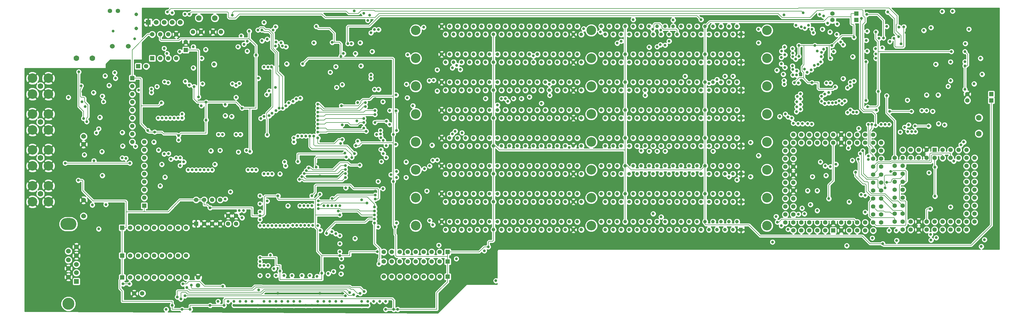
<source format=gbr>
G04 (created by PCBNEW-RS274X (2012-apr-16-27)-stable) date Птн 04 Янв 2013 14:58:56*
G01*
G70*
G90*
%MOIN*%
G04 Gerber Fmt 3.4, Leading zero omitted, Abs format*
%FSLAX34Y34*%
G04 APERTURE LIST*
%ADD10C,0.006000*%
%ADD11C,0.060000*%
%ADD12C,0.120000*%
%ADD13R,0.045000X0.045000*%
%ADD14C,0.045000*%
%ADD15R,0.055000X0.055000*%
%ADD16C,0.055000*%
%ADD17C,0.070000*%
%ADD18O,0.200000X0.150000*%
%ADD19C,0.150000*%
%ADD20R,0.060000X0.060000*%
%ADD21C,0.035000*%
%ADD22C,0.030000*%
%ADD23C,0.008000*%
%ADD24C,0.010000*%
G04 APERTURE END LIST*
G54D10*
G54D11*
X28650Y-38550D03*
X28650Y-39550D03*
X28650Y-46550D03*
X28650Y-48550D03*
G54D12*
X92250Y-46250D03*
X70250Y-46250D03*
X114250Y-46250D03*
G54D13*
X111000Y-46750D03*
G54D14*
X110500Y-45750D03*
X110000Y-46750D03*
X109500Y-45750D03*
X109000Y-46750D03*
X108500Y-45750D03*
X108000Y-46750D03*
X107500Y-45750D03*
X107000Y-46750D03*
X106500Y-45750D03*
X106000Y-46750D03*
X105500Y-45750D03*
X105000Y-46750D03*
X104500Y-45750D03*
X104000Y-46750D03*
X103500Y-45750D03*
X103000Y-46750D03*
X102500Y-45750D03*
X102000Y-46750D03*
X101500Y-45750D03*
X101000Y-46750D03*
X100500Y-45750D03*
X100000Y-46750D03*
X99500Y-45750D03*
X99000Y-46750D03*
X98500Y-45750D03*
X98000Y-46750D03*
X97500Y-45750D03*
X97000Y-46750D03*
X96500Y-45750D03*
X96000Y-46750D03*
X95500Y-45750D03*
X95000Y-46750D03*
X94500Y-45750D03*
X94000Y-46750D03*
X93500Y-45750D03*
X91000Y-46750D03*
X90500Y-45750D03*
X90000Y-46750D03*
X89500Y-45750D03*
X89000Y-46750D03*
X88500Y-45750D03*
X88000Y-46750D03*
X87500Y-45750D03*
X87000Y-46750D03*
X86500Y-45750D03*
X86000Y-46750D03*
X85500Y-45750D03*
X85000Y-46750D03*
X84500Y-45750D03*
X84000Y-46750D03*
X83500Y-45750D03*
X83000Y-46750D03*
X82500Y-45750D03*
X82000Y-46750D03*
X81500Y-45750D03*
X81000Y-46750D03*
X80500Y-45750D03*
X80000Y-46750D03*
X79500Y-45750D03*
X79000Y-46750D03*
X78500Y-45750D03*
X78000Y-46750D03*
X77500Y-45750D03*
X77000Y-46750D03*
X76500Y-45750D03*
X76000Y-46750D03*
X75500Y-45750D03*
X75000Y-46750D03*
X74500Y-45750D03*
X74000Y-46750D03*
X73500Y-45750D03*
G54D12*
X92250Y-35750D03*
X70250Y-35750D03*
X114250Y-35750D03*
G54D13*
X111000Y-36250D03*
G54D14*
X110500Y-35250D03*
X110000Y-36250D03*
X109500Y-35250D03*
X109000Y-36250D03*
X108500Y-35250D03*
X108000Y-36250D03*
X107500Y-35250D03*
X107000Y-36250D03*
X106500Y-35250D03*
X106000Y-36250D03*
X105500Y-35250D03*
X105000Y-36250D03*
X104500Y-35250D03*
X104000Y-36250D03*
X103500Y-35250D03*
X103000Y-36250D03*
X102500Y-35250D03*
X102000Y-36250D03*
X101500Y-35250D03*
X101000Y-36250D03*
X100500Y-35250D03*
X100000Y-36250D03*
X99500Y-35250D03*
X99000Y-36250D03*
X98500Y-35250D03*
X98000Y-36250D03*
X97500Y-35250D03*
X97000Y-36250D03*
X96500Y-35250D03*
X96000Y-36250D03*
X95500Y-35250D03*
X95000Y-36250D03*
X94500Y-35250D03*
X94000Y-36250D03*
X93500Y-35250D03*
X91000Y-36250D03*
X90500Y-35250D03*
X90000Y-36250D03*
X89500Y-35250D03*
X89000Y-36250D03*
X88500Y-35250D03*
X88000Y-36250D03*
X87500Y-35250D03*
X87000Y-36250D03*
X86500Y-35250D03*
X86000Y-36250D03*
X85500Y-35250D03*
X85000Y-36250D03*
X84500Y-35250D03*
X84000Y-36250D03*
X83500Y-35250D03*
X83000Y-36250D03*
X82500Y-35250D03*
X82000Y-36250D03*
X81500Y-35250D03*
X81000Y-36250D03*
X80500Y-35250D03*
X80000Y-36250D03*
X79500Y-35250D03*
X79000Y-36250D03*
X78500Y-35250D03*
X78000Y-36250D03*
X77500Y-35250D03*
X77000Y-36250D03*
X76500Y-35250D03*
X76000Y-36250D03*
X75500Y-35250D03*
X75000Y-36250D03*
X74500Y-35250D03*
X74000Y-36250D03*
X73500Y-35250D03*
G54D12*
X92250Y-42750D03*
X70250Y-42750D03*
X114250Y-42750D03*
G54D13*
X111000Y-43250D03*
G54D14*
X110500Y-42250D03*
X110000Y-43250D03*
X109500Y-42250D03*
X109000Y-43250D03*
X108500Y-42250D03*
X108000Y-43250D03*
X107500Y-42250D03*
X107000Y-43250D03*
X106500Y-42250D03*
X106000Y-43250D03*
X105500Y-42250D03*
X105000Y-43250D03*
X104500Y-42250D03*
X104000Y-43250D03*
X103500Y-42250D03*
X103000Y-43250D03*
X102500Y-42250D03*
X102000Y-43250D03*
X101500Y-42250D03*
X101000Y-43250D03*
X100500Y-42250D03*
X100000Y-43250D03*
X99500Y-42250D03*
X99000Y-43250D03*
X98500Y-42250D03*
X98000Y-43250D03*
X97500Y-42250D03*
X97000Y-43250D03*
X96500Y-42250D03*
X96000Y-43250D03*
X95500Y-42250D03*
X95000Y-43250D03*
X94500Y-42250D03*
X94000Y-43250D03*
X93500Y-42250D03*
X91000Y-43250D03*
X90500Y-42250D03*
X90000Y-43250D03*
X89500Y-42250D03*
X89000Y-43250D03*
X88500Y-42250D03*
X88000Y-43250D03*
X87500Y-42250D03*
X87000Y-43250D03*
X86500Y-42250D03*
X86000Y-43250D03*
X85500Y-42250D03*
X85000Y-43250D03*
X84500Y-42250D03*
X84000Y-43250D03*
X83500Y-42250D03*
X83000Y-43250D03*
X82500Y-42250D03*
X82000Y-43250D03*
X81500Y-42250D03*
X81000Y-43250D03*
X80500Y-42250D03*
X80000Y-43250D03*
X79500Y-42250D03*
X79000Y-43250D03*
X78500Y-42250D03*
X78000Y-43250D03*
X77500Y-42250D03*
X77000Y-43250D03*
X76500Y-42250D03*
X76000Y-43250D03*
X75500Y-42250D03*
X75000Y-43250D03*
X74500Y-42250D03*
X74000Y-43250D03*
X73500Y-42250D03*
G54D12*
X92250Y-28750D03*
X70250Y-28750D03*
X114250Y-28750D03*
G54D13*
X111000Y-29250D03*
G54D14*
X110500Y-28250D03*
X110000Y-29250D03*
X109500Y-28250D03*
X109000Y-29250D03*
X108500Y-28250D03*
X108000Y-29250D03*
X107500Y-28250D03*
X107000Y-29250D03*
X106500Y-28250D03*
X106000Y-29250D03*
X105500Y-28250D03*
X105000Y-29250D03*
X104500Y-28250D03*
X104000Y-29250D03*
X103500Y-28250D03*
X103000Y-29250D03*
X102500Y-28250D03*
X102000Y-29250D03*
X101500Y-28250D03*
X101000Y-29250D03*
X100500Y-28250D03*
X100000Y-29250D03*
X99500Y-28250D03*
X99000Y-29250D03*
X98500Y-28250D03*
X98000Y-29250D03*
X97500Y-28250D03*
X97000Y-29250D03*
X96500Y-28250D03*
X96000Y-29250D03*
X95500Y-28250D03*
X95000Y-29250D03*
X94500Y-28250D03*
X94000Y-29250D03*
X93500Y-28250D03*
X91000Y-29250D03*
X90500Y-28250D03*
X90000Y-29250D03*
X89500Y-28250D03*
X89000Y-29250D03*
X88500Y-28250D03*
X88000Y-29250D03*
X87500Y-28250D03*
X87000Y-29250D03*
X86500Y-28250D03*
X86000Y-29250D03*
X85500Y-28250D03*
X85000Y-29250D03*
X84500Y-28250D03*
X84000Y-29250D03*
X83500Y-28250D03*
X83000Y-29250D03*
X82500Y-28250D03*
X82000Y-29250D03*
X81500Y-28250D03*
X81000Y-29250D03*
X80500Y-28250D03*
X80000Y-29250D03*
X79500Y-28250D03*
X79000Y-29250D03*
X78500Y-28250D03*
X78000Y-29250D03*
X77500Y-28250D03*
X77000Y-29250D03*
X76500Y-28250D03*
X76000Y-29250D03*
X75500Y-28250D03*
X75000Y-29250D03*
X74500Y-28250D03*
X74000Y-29250D03*
X73500Y-28250D03*
G54D12*
X92250Y-25250D03*
X70250Y-25250D03*
X114250Y-25250D03*
G54D13*
X111000Y-25750D03*
G54D14*
X110500Y-24750D03*
X110000Y-25750D03*
X109500Y-24750D03*
X109000Y-25750D03*
X108500Y-24750D03*
X108000Y-25750D03*
X107500Y-24750D03*
X107000Y-25750D03*
X106500Y-24750D03*
X106000Y-25750D03*
X105500Y-24750D03*
X105000Y-25750D03*
X104500Y-24750D03*
X104000Y-25750D03*
X103500Y-24750D03*
X103000Y-25750D03*
X102500Y-24750D03*
X102000Y-25750D03*
X101500Y-24750D03*
X101000Y-25750D03*
X100500Y-24750D03*
X100000Y-25750D03*
X99500Y-24750D03*
X99000Y-25750D03*
X98500Y-24750D03*
X98000Y-25750D03*
X97500Y-24750D03*
X97000Y-25750D03*
X96500Y-24750D03*
X96000Y-25750D03*
X95500Y-24750D03*
X95000Y-25750D03*
X94500Y-24750D03*
X94000Y-25750D03*
X93500Y-24750D03*
X91000Y-25750D03*
X90500Y-24750D03*
X90000Y-25750D03*
X89500Y-24750D03*
X89000Y-25750D03*
X88500Y-24750D03*
X88000Y-25750D03*
X87500Y-24750D03*
X87000Y-25750D03*
X86500Y-24750D03*
X86000Y-25750D03*
X85500Y-24750D03*
X85000Y-25750D03*
X84500Y-24750D03*
X84000Y-25750D03*
X83500Y-24750D03*
X83000Y-25750D03*
X82500Y-24750D03*
X82000Y-25750D03*
X81500Y-24750D03*
X81000Y-25750D03*
X80500Y-24750D03*
X80000Y-25750D03*
X79500Y-24750D03*
X79000Y-25750D03*
X78500Y-24750D03*
X78000Y-25750D03*
X77500Y-24750D03*
X77000Y-25750D03*
X76500Y-24750D03*
X76000Y-25750D03*
X75500Y-24750D03*
X75000Y-25750D03*
X74500Y-24750D03*
X74000Y-25750D03*
X73500Y-24750D03*
G54D12*
X92250Y-32250D03*
X70250Y-32250D03*
X114250Y-32250D03*
G54D13*
X111000Y-32750D03*
G54D14*
X110500Y-31750D03*
X110000Y-32750D03*
X109500Y-31750D03*
X109000Y-32750D03*
X108500Y-31750D03*
X108000Y-32750D03*
X107500Y-31750D03*
X107000Y-32750D03*
X106500Y-31750D03*
X106000Y-32750D03*
X105500Y-31750D03*
X105000Y-32750D03*
X104500Y-31750D03*
X104000Y-32750D03*
X103500Y-31750D03*
X103000Y-32750D03*
X102500Y-31750D03*
X102000Y-32750D03*
X101500Y-31750D03*
X101000Y-32750D03*
X100500Y-31750D03*
X100000Y-32750D03*
X99500Y-31750D03*
X99000Y-32750D03*
X98500Y-31750D03*
X98000Y-32750D03*
X97500Y-31750D03*
X97000Y-32750D03*
X96500Y-31750D03*
X96000Y-32750D03*
X95500Y-31750D03*
X95000Y-32750D03*
X94500Y-31750D03*
X94000Y-32750D03*
X93500Y-31750D03*
X91000Y-32750D03*
X90500Y-31750D03*
X90000Y-32750D03*
X89500Y-31750D03*
X89000Y-32750D03*
X88500Y-31750D03*
X88000Y-32750D03*
X87500Y-31750D03*
X87000Y-32750D03*
X86500Y-31750D03*
X86000Y-32750D03*
X85500Y-31750D03*
X85000Y-32750D03*
X84500Y-31750D03*
X84000Y-32750D03*
X83500Y-31750D03*
X83000Y-32750D03*
X82500Y-31750D03*
X82000Y-32750D03*
X81500Y-31750D03*
X81000Y-32750D03*
X80500Y-31750D03*
X80000Y-32750D03*
X79500Y-31750D03*
X79000Y-32750D03*
X78500Y-31750D03*
X78000Y-32750D03*
X77500Y-31750D03*
X77000Y-32750D03*
X76500Y-31750D03*
X76000Y-32750D03*
X75500Y-31750D03*
X75000Y-32750D03*
X74500Y-31750D03*
X74000Y-32750D03*
X73500Y-31750D03*
G54D12*
X92250Y-39250D03*
X70250Y-39250D03*
X114250Y-39250D03*
G54D13*
X111000Y-39750D03*
G54D14*
X110500Y-38750D03*
X110000Y-39750D03*
X109500Y-38750D03*
X109000Y-39750D03*
X108500Y-38750D03*
X108000Y-39750D03*
X107500Y-38750D03*
X107000Y-39750D03*
X106500Y-38750D03*
X106000Y-39750D03*
X105500Y-38750D03*
X105000Y-39750D03*
X104500Y-38750D03*
X104000Y-39750D03*
X103500Y-38750D03*
X103000Y-39750D03*
X102500Y-38750D03*
X102000Y-39750D03*
X101500Y-38750D03*
X101000Y-39750D03*
X100500Y-38750D03*
X100000Y-39750D03*
X99500Y-38750D03*
X99000Y-39750D03*
X98500Y-38750D03*
X98000Y-39750D03*
X97500Y-38750D03*
X97000Y-39750D03*
X96500Y-38750D03*
X96000Y-39750D03*
X95500Y-38750D03*
X95000Y-39750D03*
X94500Y-38750D03*
X94000Y-39750D03*
X93500Y-38750D03*
X91000Y-39750D03*
X90500Y-38750D03*
X90000Y-39750D03*
X89500Y-38750D03*
X89000Y-39750D03*
X88500Y-38750D03*
X88000Y-39750D03*
X87500Y-38750D03*
X87000Y-39750D03*
X86500Y-38750D03*
X86000Y-39750D03*
X85500Y-38750D03*
X85000Y-39750D03*
X84500Y-38750D03*
X84000Y-39750D03*
X83500Y-38750D03*
X83000Y-39750D03*
X82500Y-38750D03*
X82000Y-39750D03*
X81500Y-38750D03*
X81000Y-39750D03*
X80500Y-38750D03*
X80000Y-39750D03*
X79500Y-38750D03*
X79000Y-39750D03*
X78500Y-38750D03*
X78000Y-39750D03*
X77500Y-38750D03*
X77000Y-39750D03*
X76500Y-38750D03*
X76000Y-39750D03*
X75500Y-38750D03*
X75000Y-39750D03*
X74500Y-38750D03*
X74000Y-39750D03*
X73500Y-38750D03*
G54D12*
X92250Y-49750D03*
X70250Y-49750D03*
X114250Y-49750D03*
G54D13*
X111000Y-50250D03*
G54D14*
X110500Y-49250D03*
X110000Y-50250D03*
X109500Y-49250D03*
X109000Y-50250D03*
X108500Y-49250D03*
X108000Y-50250D03*
X107500Y-49250D03*
X107000Y-50250D03*
X106500Y-49250D03*
X106000Y-50250D03*
X105500Y-49250D03*
X105000Y-50250D03*
X104500Y-49250D03*
X104000Y-50250D03*
X103500Y-49250D03*
X103000Y-50250D03*
X102500Y-49250D03*
X102000Y-50250D03*
X101500Y-49250D03*
X101000Y-50250D03*
X100500Y-49250D03*
X100000Y-50250D03*
X99500Y-49250D03*
X99000Y-50250D03*
X98500Y-49250D03*
X98000Y-50250D03*
X97500Y-49250D03*
X97000Y-50250D03*
X96500Y-49250D03*
X96000Y-50250D03*
X95500Y-49250D03*
X95000Y-50250D03*
X94500Y-49250D03*
X94000Y-50250D03*
X93500Y-49250D03*
X91000Y-50250D03*
X90500Y-49250D03*
X90000Y-50250D03*
X89500Y-49250D03*
X89000Y-50250D03*
X88500Y-49250D03*
X88000Y-50250D03*
X87500Y-49250D03*
X87000Y-50250D03*
X86500Y-49250D03*
X86000Y-50250D03*
X85500Y-49250D03*
X85000Y-50250D03*
X84500Y-49250D03*
X84000Y-50250D03*
X83500Y-49250D03*
X83000Y-50250D03*
X82500Y-49250D03*
X82000Y-50250D03*
X81500Y-49250D03*
X81000Y-50250D03*
X80500Y-49250D03*
X80000Y-50250D03*
X79500Y-49250D03*
X79000Y-50250D03*
X78500Y-49250D03*
X78000Y-50250D03*
X77500Y-49250D03*
X77000Y-50250D03*
X76500Y-49250D03*
X76000Y-50250D03*
X75500Y-49250D03*
X75000Y-50250D03*
X74500Y-49250D03*
X74000Y-50250D03*
X73500Y-49250D03*
G54D15*
X41450Y-27700D03*
G54D16*
X41450Y-26700D03*
G54D15*
X122550Y-50350D03*
G54D16*
X122550Y-49350D03*
X123550Y-50350D03*
X123550Y-49350D03*
X124550Y-50350D03*
X124550Y-49350D03*
X125550Y-50350D03*
X125550Y-49350D03*
X126550Y-50350D03*
X126550Y-49350D03*
X127550Y-50350D03*
X128550Y-49350D03*
X127550Y-49350D03*
X128550Y-48350D03*
X127550Y-48350D03*
X128550Y-47350D03*
X127550Y-47350D03*
X128550Y-46350D03*
X127550Y-46350D03*
X128550Y-45350D03*
X127550Y-45350D03*
X128550Y-44350D03*
X127550Y-44350D03*
X128550Y-43350D03*
X127550Y-43350D03*
X128550Y-42350D03*
X127550Y-42350D03*
X128550Y-41350D03*
X127550Y-41350D03*
X128550Y-40350D03*
X127550Y-40350D03*
X128550Y-39350D03*
X127550Y-38350D03*
X127550Y-39350D03*
X126550Y-38350D03*
X126550Y-39350D03*
X125550Y-38350D03*
X125550Y-39350D03*
X124550Y-38350D03*
X124550Y-39350D03*
X123550Y-38350D03*
X123550Y-39350D03*
X122550Y-38350D03*
X122550Y-39350D03*
X121550Y-38350D03*
X121550Y-39350D03*
X120550Y-38350D03*
X120550Y-39350D03*
X119550Y-38350D03*
X119550Y-39350D03*
X118550Y-38350D03*
X118550Y-39350D03*
X117550Y-38350D03*
X116550Y-39350D03*
X117550Y-39350D03*
X116550Y-40350D03*
X117550Y-40350D03*
X116550Y-41350D03*
X117550Y-41350D03*
X116550Y-42350D03*
X117550Y-42350D03*
X116550Y-43350D03*
X117550Y-43350D03*
X116550Y-44350D03*
X117550Y-44350D03*
X116550Y-45350D03*
X117550Y-45350D03*
X116550Y-46350D03*
X117550Y-46350D03*
X116550Y-47350D03*
X117550Y-47350D03*
X116550Y-48350D03*
X117550Y-48350D03*
X116550Y-49350D03*
X117550Y-50350D03*
X117550Y-49350D03*
X118550Y-50350D03*
X118550Y-49350D03*
X119550Y-50350D03*
X119550Y-49350D03*
X120550Y-50350D03*
X120550Y-49350D03*
X121550Y-50350D03*
X121550Y-49350D03*
G54D15*
X135250Y-40250D03*
G54D16*
X135250Y-41250D03*
X134250Y-40250D03*
X134250Y-41250D03*
X133250Y-40250D03*
X133250Y-41250D03*
X132250Y-40250D03*
X132250Y-41250D03*
X131250Y-40250D03*
X130250Y-41250D03*
X131250Y-41250D03*
X130250Y-42250D03*
X131250Y-42250D03*
X130250Y-43250D03*
X131250Y-43250D03*
X130250Y-44250D03*
X131250Y-44250D03*
X130250Y-45250D03*
X131250Y-45250D03*
X130250Y-46250D03*
X131250Y-46250D03*
X130250Y-47250D03*
X131250Y-47250D03*
X130250Y-48250D03*
X131250Y-48250D03*
X130250Y-49250D03*
X131250Y-50250D03*
X131250Y-49250D03*
X132250Y-50250D03*
X132250Y-49250D03*
X133250Y-50250D03*
X133250Y-49250D03*
X134250Y-50250D03*
X134250Y-49250D03*
X135250Y-50250D03*
X135250Y-49250D03*
X136250Y-50250D03*
X136250Y-49250D03*
X137250Y-50250D03*
X137250Y-49250D03*
X138250Y-50250D03*
X138250Y-49250D03*
X139250Y-50250D03*
X140250Y-49250D03*
X139250Y-49250D03*
X140250Y-48250D03*
X139250Y-48250D03*
X140250Y-47250D03*
X139250Y-47250D03*
X140250Y-46250D03*
X139250Y-46250D03*
X140250Y-45250D03*
X139250Y-45250D03*
X140250Y-44250D03*
X139250Y-44250D03*
X140250Y-43250D03*
X139250Y-43250D03*
X140250Y-42250D03*
X139250Y-42250D03*
X140250Y-41250D03*
X139250Y-40250D03*
X139250Y-41250D03*
X138250Y-40250D03*
X138250Y-41250D03*
X137250Y-40250D03*
X137250Y-41250D03*
X136250Y-40250D03*
X136250Y-41250D03*
G54D17*
X140800Y-36200D03*
X140800Y-38200D03*
X29750Y-28750D03*
X27750Y-28750D03*
G54D18*
X26750Y-49550D03*
G54D19*
X26750Y-59550D03*
G54D20*
X27750Y-56750D03*
G54D11*
X27750Y-55650D03*
X27750Y-54600D03*
X27750Y-53500D03*
X27750Y-52400D03*
X26750Y-56200D03*
X26750Y-55100D03*
X26750Y-54050D03*
X26750Y-52950D03*
G54D15*
X142350Y-33250D03*
G54D16*
X139350Y-33250D03*
G54D15*
X125450Y-23150D03*
G54D16*
X122450Y-23150D03*
G54D15*
X125450Y-23950D03*
G54D16*
X122450Y-23950D03*
G54D15*
X142350Y-34050D03*
G54D16*
X139350Y-34050D03*
G54D11*
X32250Y-27250D03*
X34250Y-27250D03*
G54D15*
X37250Y-28750D03*
G54D16*
X38250Y-28750D03*
X39250Y-28750D03*
X40250Y-28750D03*
X40250Y-25750D03*
X39250Y-25750D03*
X38250Y-25750D03*
X37250Y-25750D03*
G54D15*
X34750Y-31250D03*
G54D16*
X34750Y-32250D03*
X34750Y-33250D03*
X34750Y-34250D03*
X34750Y-35250D03*
X34750Y-36250D03*
X34750Y-37250D03*
X34750Y-38250D03*
X34750Y-39250D03*
G54D15*
X33500Y-50000D03*
G54D16*
X34500Y-50000D03*
X35500Y-50000D03*
X36500Y-50000D03*
X37500Y-50000D03*
X38500Y-50000D03*
X39500Y-50000D03*
X40500Y-50000D03*
X41500Y-50000D03*
G54D15*
X74250Y-53050D03*
G54D16*
X73250Y-53050D03*
X72250Y-53050D03*
X71250Y-53050D03*
X70250Y-53050D03*
X69250Y-53050D03*
X68250Y-53050D03*
X67250Y-53050D03*
X66250Y-53050D03*
G54D15*
X74250Y-54250D03*
G54D16*
X73250Y-54250D03*
X72250Y-54250D03*
X71250Y-54250D03*
X70250Y-54250D03*
X69250Y-54250D03*
X68250Y-54250D03*
X67250Y-54250D03*
X66250Y-54250D03*
G54D15*
X74250Y-56150D03*
G54D16*
X73250Y-56150D03*
X72250Y-56150D03*
X71250Y-56150D03*
X70250Y-56150D03*
X69250Y-56150D03*
X68250Y-56150D03*
X67250Y-56150D03*
X66250Y-56150D03*
G54D15*
X35500Y-29750D03*
G54D16*
X36500Y-29750D03*
X42350Y-25450D03*
X43350Y-25450D03*
X43000Y-56250D03*
X43000Y-57250D03*
X45850Y-25450D03*
X44850Y-25450D03*
X35000Y-58250D03*
X36000Y-58250D03*
X47750Y-48500D03*
X47750Y-49500D03*
X46750Y-48500D03*
X46750Y-49500D03*
G54D15*
X42750Y-49500D03*
G54D16*
X43750Y-49500D03*
X44750Y-49500D03*
X45750Y-49500D03*
X45750Y-46500D03*
X44750Y-46500D03*
X43750Y-46500D03*
X42750Y-46500D03*
G54D17*
X45100Y-23700D03*
X43100Y-23700D03*
G54D14*
X35250Y-25000D03*
X35250Y-23250D03*
X45000Y-29500D03*
G54D15*
X36250Y-47250D03*
G54D16*
X36250Y-46250D03*
X36250Y-45250D03*
X36250Y-44250D03*
X36250Y-43250D03*
X36250Y-42250D03*
X36250Y-41250D03*
X36250Y-40250D03*
X36250Y-39250D03*
G54D15*
X33500Y-53500D03*
G54D16*
X34500Y-53500D03*
X35500Y-53500D03*
X36500Y-53500D03*
X37500Y-53500D03*
X38500Y-53500D03*
X39500Y-53500D03*
X40500Y-53500D03*
X41500Y-53500D03*
G54D15*
X33500Y-56250D03*
G54D16*
X34500Y-56250D03*
X35500Y-56250D03*
X36500Y-56250D03*
X37500Y-56250D03*
X38500Y-56250D03*
X39500Y-56250D03*
X40500Y-56250D03*
X41500Y-56250D03*
G54D17*
X23250Y-32250D03*
G54D12*
X24250Y-33250D03*
X22250Y-33250D03*
X22250Y-31250D03*
X24250Y-31250D03*
G54D17*
X23250Y-36750D03*
G54D12*
X24250Y-37750D03*
X22250Y-37750D03*
X22250Y-35750D03*
X24250Y-35750D03*
G54D17*
X23250Y-45750D03*
G54D12*
X24250Y-46750D03*
X22250Y-46750D03*
X22250Y-44750D03*
X24250Y-44750D03*
G54D17*
X23250Y-41250D03*
G54D12*
X24250Y-42250D03*
X22250Y-42250D03*
X22250Y-40250D03*
X24250Y-40250D03*
G54D20*
X36750Y-24250D03*
G54D11*
X37750Y-24250D03*
X38750Y-24250D03*
X39750Y-24250D03*
X40750Y-24250D03*
G54D16*
X31950Y-22800D03*
X32950Y-22800D03*
G54D21*
X56500Y-59750D03*
X53500Y-59750D03*
X57250Y-59750D03*
X49000Y-59750D03*
X63500Y-59750D03*
X59500Y-59750D03*
X58000Y-59750D03*
X55000Y-59750D03*
X52750Y-59750D03*
X50500Y-59750D03*
X64250Y-59750D03*
X47500Y-59750D03*
X30550Y-50150D03*
X28750Y-40850D03*
X118250Y-27150D03*
X60750Y-53500D03*
X79350Y-52400D03*
X50750Y-48500D03*
X118250Y-28500D03*
X65450Y-53000D03*
X67650Y-49900D03*
X59800Y-26750D03*
X120250Y-27150D03*
X134500Y-37250D03*
X49500Y-40450D03*
X40550Y-38450D03*
X117690Y-31800D03*
X28000Y-44050D03*
X126650Y-34050D03*
X41000Y-60250D03*
X42000Y-60250D03*
X58250Y-45800D03*
X66500Y-60250D03*
X130750Y-26050D03*
X132350Y-35400D03*
X56100Y-29450D03*
X126650Y-29190D03*
X129630Y-35400D03*
X42500Y-32300D03*
X53250Y-55450D03*
X128750Y-52000D03*
X58500Y-55700D03*
X132800Y-37250D03*
X122200Y-28750D03*
X48500Y-35000D03*
X60950Y-34700D03*
X122800Y-32350D03*
X68000Y-60250D03*
X44500Y-47500D03*
X122400Y-27150D03*
X57800Y-24750D03*
X50250Y-28350D03*
X39750Y-59750D03*
X37550Y-38000D03*
X61400Y-40650D03*
X55500Y-41700D03*
X60900Y-28500D03*
X119900Y-31800D03*
X62750Y-39700D03*
X44000Y-36500D03*
X38400Y-34350D03*
X50750Y-53750D03*
X67500Y-60250D03*
X44000Y-34250D03*
X125150Y-26120D03*
X129370Y-22950D03*
X46250Y-59750D03*
X49400Y-25350D03*
X60750Y-48400D03*
X44500Y-59750D03*
X67450Y-38300D03*
X36700Y-37800D03*
X67450Y-44200D03*
X135010Y-35400D03*
X53000Y-46000D03*
X41350Y-58550D03*
X80300Y-56650D03*
X33550Y-39750D03*
X61450Y-58550D03*
X26350Y-41900D03*
X114950Y-51800D03*
X63800Y-58000D03*
X42150Y-57200D03*
X34450Y-41900D03*
X61450Y-43700D03*
X55700Y-43950D03*
X129050Y-45000D03*
X40750Y-41250D03*
X55000Y-39250D03*
X55000Y-38750D03*
X40250Y-41250D03*
X61450Y-43200D03*
X56000Y-43600D03*
X129250Y-44300D03*
X39600Y-41400D03*
X55500Y-38500D03*
X56300Y-43200D03*
X61450Y-42700D03*
X56500Y-38500D03*
X66150Y-45100D03*
X39290Y-40700D03*
X56850Y-42500D03*
X65950Y-41700D03*
X63250Y-42150D03*
X62250Y-41200D03*
X66550Y-41200D03*
X129550Y-50350D03*
X38750Y-40750D03*
X66550Y-39700D03*
X130950Y-38000D03*
X57000Y-38500D03*
X132000Y-37100D03*
X57800Y-42400D03*
X65900Y-38700D03*
X37460Y-39250D03*
X130450Y-50350D03*
X61550Y-41150D03*
X65900Y-40200D03*
X38850Y-43650D03*
X33600Y-57050D03*
X33500Y-38050D03*
X46100Y-57350D03*
X41100Y-57050D03*
X34400Y-57050D03*
X134750Y-50850D03*
X33500Y-41250D03*
X40400Y-58700D03*
X62000Y-58150D03*
X124250Y-52250D03*
X141100Y-52350D03*
X116900Y-50200D03*
X126100Y-23750D03*
X41350Y-23200D03*
X127850Y-37150D03*
X41400Y-31650D03*
X71950Y-31550D03*
X126950Y-41450D03*
X72400Y-41550D03*
X125350Y-43050D03*
X69100Y-32000D03*
X72300Y-39650D03*
X39250Y-31800D03*
X112200Y-39300D03*
X112200Y-43600D03*
X120550Y-47850D03*
X127900Y-28200D03*
X129050Y-37050D03*
X126800Y-27850D03*
X126950Y-37050D03*
X120550Y-45350D03*
X121100Y-33500D03*
X121100Y-34150D03*
X120950Y-41750D03*
X121500Y-33250D03*
X121550Y-42250D03*
X121500Y-34400D03*
X122000Y-34350D03*
X122000Y-33050D03*
X138550Y-39600D03*
X124350Y-32450D03*
X124350Y-35550D03*
X124700Y-32200D03*
X124700Y-35250D03*
X119300Y-30500D03*
X116050Y-49750D03*
X116900Y-36100D03*
X118200Y-48300D03*
X119800Y-30200D03*
X117350Y-36250D03*
X116550Y-35750D03*
X118950Y-30100D03*
X115400Y-48600D03*
X121000Y-29200D03*
X118700Y-36950D03*
X119350Y-45350D03*
X119350Y-36950D03*
X119700Y-47100D03*
X121050Y-28550D03*
X119950Y-43600D03*
X119850Y-37000D03*
X121100Y-28000D03*
X135300Y-46050D03*
X122000Y-46350D03*
X134700Y-47650D03*
X135300Y-42400D03*
X127450Y-51300D03*
X67750Y-39550D03*
X89500Y-39950D03*
X71350Y-42600D03*
X63000Y-34300D03*
X48400Y-25950D03*
X48750Y-27000D03*
X100950Y-25200D03*
X100900Y-27050D03*
X102000Y-26600D03*
X53560Y-27200D03*
X49150Y-26600D03*
X104000Y-31000D03*
X50550Y-31250D03*
X59550Y-30500D03*
X93400Y-25450D03*
X69250Y-28300D03*
X71250Y-24850D03*
X99950Y-25100D03*
X91300Y-25050D03*
X49150Y-27850D03*
X52400Y-25200D03*
X102500Y-23950D03*
X52700Y-24800D03*
X97500Y-23900D03*
X96000Y-26600D03*
X52750Y-26700D03*
X95500Y-26850D03*
X52700Y-27200D03*
X87000Y-32000D03*
X64650Y-31290D03*
X72000Y-42250D03*
X119900Y-25100D03*
X110500Y-44000D03*
X119000Y-24950D03*
X109500Y-43600D03*
X117500Y-28550D03*
X117850Y-28850D03*
X81800Y-34150D03*
X81000Y-33800D03*
X116050Y-29450D03*
X79000Y-33800D03*
X117450Y-29700D03*
X116500Y-29900D03*
X115500Y-30250D03*
X117500Y-30150D03*
X110000Y-31000D03*
X118000Y-30350D03*
X109000Y-31000D03*
X108000Y-31400D03*
X116300Y-30750D03*
X107000Y-31900D03*
X117500Y-30850D03*
X118550Y-24800D03*
X101000Y-48650D03*
X117950Y-30850D03*
X116400Y-31550D03*
X100000Y-48250D03*
X99000Y-33400D03*
X118200Y-31830D03*
X115850Y-36050D03*
X118450Y-33200D03*
X84500Y-33600D03*
X118050Y-33550D03*
X83500Y-33800D03*
X118450Y-33850D03*
X82500Y-33800D03*
X81500Y-33800D03*
X118000Y-34200D03*
X80500Y-34600D03*
X118450Y-34550D03*
X118000Y-34850D03*
X119450Y-24600D03*
X117900Y-24600D03*
X107500Y-40400D03*
X118450Y-35150D03*
X117950Y-35450D03*
X116450Y-27330D03*
X101500Y-27100D03*
X101500Y-40400D03*
X100500Y-40400D03*
X117450Y-27530D03*
X100500Y-27300D03*
X99500Y-27350D03*
X99500Y-40400D03*
X116080Y-27850D03*
X117500Y-28120D03*
X98500Y-40350D03*
X85000Y-28450D03*
X116500Y-28320D03*
X116050Y-28650D03*
X86000Y-34400D03*
X69900Y-34700D03*
X46400Y-34550D03*
X46400Y-46400D03*
X46400Y-35950D03*
X48500Y-48750D03*
X50750Y-46000D03*
X50750Y-48000D03*
X50750Y-49750D03*
X51250Y-54750D03*
X50750Y-54250D03*
X61500Y-45000D03*
X57250Y-47250D03*
X57350Y-49700D03*
X56350Y-49700D03*
X56250Y-47250D03*
X55750Y-47250D03*
X55850Y-49700D03*
X52750Y-49750D03*
X50600Y-57800D03*
X52750Y-56000D03*
X54750Y-56000D03*
X56000Y-56000D03*
X57900Y-56100D03*
X59300Y-55750D03*
X60900Y-55800D03*
X60950Y-53900D03*
X52250Y-49750D03*
X51750Y-43250D03*
X42750Y-42750D03*
X44250Y-42750D03*
X49750Y-42750D03*
X46050Y-38300D03*
X47750Y-38300D03*
X51750Y-49750D03*
X51250Y-43250D03*
X43250Y-42750D03*
X66500Y-59250D03*
X60250Y-59250D03*
X59500Y-59250D03*
X58750Y-59250D03*
X53500Y-59250D03*
X52750Y-59250D03*
X65750Y-59250D03*
X52000Y-59250D03*
X51250Y-59250D03*
X49000Y-59250D03*
X48250Y-59250D03*
X47500Y-59250D03*
X46750Y-59250D03*
X65000Y-59250D03*
X64250Y-59250D03*
X61000Y-59250D03*
X63500Y-59250D03*
X54250Y-59250D03*
X45500Y-59250D03*
X49750Y-59250D03*
X52500Y-55150D03*
X58000Y-59250D03*
X50750Y-56000D03*
X55750Y-59250D03*
X55000Y-59250D03*
X54840Y-49700D03*
X55350Y-49700D03*
X53250Y-49750D03*
X53400Y-26800D03*
X57500Y-26800D03*
X55300Y-33850D03*
X60250Y-47250D03*
X47750Y-33650D03*
X47750Y-32150D03*
X54900Y-34150D03*
X59750Y-47250D03*
X54350Y-34350D03*
X59250Y-47250D03*
X58750Y-47250D03*
X54000Y-34700D03*
X52750Y-35300D03*
X58000Y-49750D03*
X52250Y-35650D03*
X59750Y-50500D03*
X51900Y-35950D03*
X60250Y-50750D03*
X51250Y-36050D03*
X60750Y-51000D03*
X131400Y-24800D03*
X65100Y-25150D03*
X130150Y-26250D03*
X65100Y-32650D03*
X121200Y-25100D03*
X131900Y-37950D03*
X62900Y-36600D03*
X39150Y-22950D03*
X131050Y-26950D03*
X128700Y-27450D03*
X128300Y-26250D03*
X39750Y-23050D03*
X63750Y-23100D03*
X121350Y-23450D03*
X122150Y-25450D03*
X124000Y-34100D03*
X67000Y-37050D03*
X67000Y-35300D03*
X69050Y-41750D03*
X124450Y-40000D03*
X123000Y-25750D03*
X64500Y-23350D03*
X123800Y-31300D03*
X123650Y-34400D03*
X121850Y-24350D03*
X64250Y-24000D03*
X113200Y-26800D03*
X113200Y-40950D03*
X120550Y-27850D03*
X113200Y-25100D03*
X124950Y-41550D03*
X50850Y-36300D03*
X48150Y-31900D03*
X42400Y-27300D03*
X48000Y-27300D03*
X45750Y-40300D03*
X41900Y-32100D03*
X43550Y-31950D03*
X49050Y-40300D03*
X115550Y-49300D03*
X66600Y-36650D03*
X65150Y-36800D03*
X72400Y-49650D03*
X38750Y-27500D03*
X43950Y-27650D03*
X53600Y-35000D03*
X50500Y-25200D03*
X51000Y-25200D03*
X53150Y-35000D03*
X51600Y-33300D03*
X60750Y-52000D03*
X41900Y-23200D03*
X127950Y-35250D03*
X43450Y-28750D03*
X53750Y-49750D03*
X45100Y-42050D03*
X40750Y-42200D03*
X53950Y-42250D03*
X43750Y-42750D03*
X50250Y-42750D03*
X49250Y-42750D03*
X44750Y-42750D03*
X44600Y-40350D03*
X48050Y-40500D03*
X52250Y-43250D03*
X42250Y-42750D03*
X48300Y-38300D03*
X45550Y-38300D03*
X41750Y-42750D03*
X53250Y-43250D03*
X64650Y-25550D03*
X64800Y-27900D03*
X64650Y-30850D03*
X87050Y-33400D03*
X69200Y-33700D03*
X71650Y-45400D03*
X72000Y-49100D03*
X65850Y-38250D03*
X66150Y-34200D03*
X51900Y-32850D03*
X75850Y-30150D03*
X39100Y-28150D03*
X125950Y-40700D03*
X76050Y-38100D03*
X61050Y-38940D03*
X51650Y-38350D03*
X42400Y-29950D03*
X58000Y-38750D03*
X52200Y-29850D03*
X60750Y-47250D03*
X55800Y-33750D03*
X129250Y-24750D03*
X129250Y-33450D03*
X121350Y-27600D03*
X123050Y-24450D03*
X54000Y-27300D03*
X74850Y-38250D03*
X54100Y-29450D03*
X74850Y-29950D03*
X126950Y-41000D03*
X51250Y-24250D03*
X52700Y-32400D03*
X75200Y-37900D03*
X40700Y-27900D03*
X75400Y-29650D03*
X126250Y-40350D03*
X125700Y-41400D03*
X72950Y-41500D03*
X72500Y-31500D03*
X38800Y-31700D03*
X122200Y-31850D03*
X51250Y-29850D03*
X51000Y-26550D03*
X35550Y-32750D03*
X51750Y-29850D03*
X37150Y-33050D03*
X116400Y-23300D03*
X62550Y-22800D03*
X37150Y-32600D03*
X60250Y-29800D03*
X33950Y-41300D03*
X41600Y-57500D03*
X63300Y-58250D03*
X135450Y-51250D03*
X32550Y-30550D03*
X31350Y-30950D03*
X31450Y-47100D03*
X41200Y-41750D03*
X134800Y-24900D03*
X35150Y-39800D03*
X120850Y-23250D03*
X133900Y-25250D03*
X35050Y-26300D03*
X40550Y-39000D03*
X132850Y-37950D03*
X53820Y-41750D03*
X28450Y-34200D03*
X29750Y-47150D03*
X67850Y-42950D03*
X65850Y-37800D03*
X67850Y-37800D03*
X78850Y-52900D03*
X67850Y-43700D03*
X67800Y-35350D03*
X67850Y-49400D03*
X67800Y-33350D03*
X120050Y-25550D03*
X106000Y-23900D03*
X61750Y-26900D03*
X65350Y-38300D03*
X65550Y-44200D03*
X65550Y-49900D03*
X73150Y-52200D03*
X63750Y-36800D03*
X39000Y-36250D03*
X58000Y-37000D03*
X63750Y-36300D03*
X39500Y-36250D03*
X58000Y-36500D03*
X58000Y-36000D03*
X40000Y-36250D03*
X65150Y-35800D03*
X40500Y-36250D03*
X65150Y-35300D03*
X58000Y-35500D03*
X63950Y-34800D03*
X58000Y-35000D03*
X41000Y-36250D03*
X63950Y-34300D03*
X58000Y-34500D03*
X41000Y-35750D03*
X65650Y-54550D03*
X50750Y-54750D03*
X65100Y-49400D03*
X51750Y-54750D03*
X65100Y-48900D03*
X52050Y-53450D03*
X59100Y-50700D03*
X50750Y-49000D03*
X60550Y-47900D03*
X65100Y-48400D03*
X65100Y-47900D03*
X58050Y-47600D03*
X50750Y-47000D03*
X51250Y-49750D03*
X65100Y-47400D03*
X58050Y-46650D03*
X51650Y-46650D03*
X58050Y-47150D03*
X54250Y-47250D03*
X54250Y-49750D03*
X64150Y-46900D03*
X56750Y-47250D03*
X56850Y-49700D03*
X65200Y-46400D03*
X57250Y-46000D03*
X65200Y-45900D03*
X58300Y-50350D03*
X59800Y-46350D03*
X63500Y-46500D03*
X60750Y-53000D03*
X75350Y-53900D03*
X61000Y-54900D03*
X59960Y-55500D03*
X57000Y-56000D03*
X56550Y-42850D03*
X129750Y-42950D03*
X69050Y-43700D03*
X38450Y-42050D03*
X61450Y-42200D03*
X56000Y-38500D03*
X67150Y-43350D03*
X53750Y-56000D03*
X51750Y-56000D03*
X131500Y-37400D03*
X125750Y-37550D03*
X66200Y-40700D03*
X62600Y-40700D03*
X66200Y-39050D03*
X38050Y-40250D03*
X57500Y-38500D03*
X126550Y-45950D03*
X38000Y-36250D03*
X58000Y-38000D03*
X64050Y-37900D03*
X38500Y-36250D03*
X63750Y-37500D03*
X58000Y-37500D03*
X127900Y-28750D03*
X128550Y-37050D03*
X125000Y-28550D03*
X127400Y-37050D03*
X129550Y-37050D03*
X137650Y-41650D03*
X127850Y-27550D03*
X125050Y-35500D03*
X138900Y-39250D03*
X124700Y-31750D03*
X125150Y-31600D03*
X125500Y-35500D03*
X121700Y-31850D03*
X51650Y-26350D03*
X72950Y-30200D03*
X37850Y-32300D03*
X63400Y-29700D03*
X116410Y-32000D03*
X72950Y-32850D03*
X140200Y-31950D03*
X65600Y-25150D03*
X130800Y-24850D03*
X63000Y-39150D03*
X65600Y-32650D03*
X61050Y-37100D03*
X61050Y-32050D03*
X62200Y-26900D03*
X63300Y-26800D03*
X131850Y-34000D03*
X129650Y-26650D03*
X126700Y-26500D03*
X132400Y-37950D03*
X40850Y-58950D03*
X62500Y-58400D03*
X134800Y-51550D03*
X141500Y-51500D03*
X141200Y-30750D03*
X47050Y-45500D03*
X126750Y-23250D03*
X128850Y-26200D03*
X47300Y-31950D03*
X118800Y-23050D03*
X38250Y-44750D03*
X47200Y-36050D03*
X47300Y-23350D03*
X122600Y-27900D03*
X122900Y-34300D03*
X122200Y-42350D03*
X123800Y-27050D03*
X122900Y-42050D03*
X123300Y-34100D03*
X134550Y-43100D03*
X123500Y-26700D03*
X121650Y-43450D03*
X122450Y-34350D03*
X118650Y-47550D03*
X120200Y-29650D03*
X117550Y-36900D03*
X118950Y-48250D03*
X120650Y-29500D03*
X118150Y-36950D03*
X139050Y-29700D03*
X128200Y-32900D03*
X137350Y-27900D03*
X139550Y-25100D03*
X127900Y-25450D03*
X139050Y-32650D03*
X139050Y-27910D03*
X136950Y-32260D03*
X126850Y-34850D03*
X126800Y-25350D03*
X60850Y-39450D03*
X60350Y-32400D03*
X61200Y-28150D03*
X62700Y-28150D03*
X139100Y-26900D03*
X136200Y-22870D03*
X38500Y-59750D03*
X54900Y-29450D03*
X51500Y-24750D03*
X58200Y-29300D03*
X63250Y-37250D03*
X127150Y-29600D03*
X59500Y-60250D03*
X52000Y-60250D03*
X62250Y-41750D03*
X63000Y-48500D03*
X44210Y-33250D03*
X61000Y-60250D03*
X63000Y-53750D03*
X58250Y-58250D03*
X54250Y-60250D03*
X37500Y-36550D03*
X44280Y-33850D03*
X40370Y-32000D03*
X48800Y-32200D03*
X61050Y-33500D03*
X50750Y-35000D03*
X42750Y-36250D03*
X118080Y-26700D03*
X65750Y-60250D03*
X37500Y-32000D03*
X37500Y-34330D03*
X65000Y-60250D03*
X48500Y-48250D03*
X63000Y-32000D03*
X47500Y-60250D03*
X58000Y-60250D03*
X61050Y-58250D03*
X53500Y-53750D03*
X136950Y-31240D03*
X140950Y-25050D03*
X59200Y-23250D03*
X33200Y-40450D03*
X28550Y-32950D03*
X75250Y-56900D03*
X65200Y-39700D03*
X65200Y-33800D03*
X50000Y-23750D03*
X53000Y-58250D03*
X28100Y-45350D03*
X33750Y-32200D03*
X56500Y-55000D03*
X56250Y-46000D03*
X29850Y-32200D03*
X137450Y-34300D03*
X55750Y-60250D03*
X132700Y-35100D03*
X128860Y-34900D03*
X136550Y-35400D03*
X118550Y-29250D03*
X53250Y-29750D03*
X50750Y-29850D03*
X51250Y-60250D03*
X48500Y-53500D03*
X136050Y-24650D03*
X132500Y-32650D03*
X137700Y-36000D03*
X126800Y-25860D03*
X32900Y-44050D03*
X137350Y-28420D03*
X54400Y-39750D03*
X55350Y-39750D03*
X50100Y-40750D03*
X136200Y-42700D03*
X53000Y-47900D03*
X133200Y-25550D03*
X129650Y-25450D03*
X131700Y-25550D03*
X137300Y-25850D03*
X135750Y-51850D03*
X122750Y-46300D03*
X125650Y-46200D03*
X136150Y-44000D03*
X30900Y-56250D03*
X30900Y-57450D03*
X30900Y-55050D03*
X58000Y-42000D03*
X31250Y-34650D03*
X44500Y-60250D03*
X57750Y-53500D03*
X58750Y-49250D03*
X49000Y-60250D03*
X122400Y-26700D03*
X63000Y-24150D03*
X131420Y-34900D03*
X58250Y-43500D03*
X122500Y-31500D03*
X140950Y-50250D03*
X122550Y-47900D03*
X55250Y-55000D03*
X65200Y-45400D03*
X127150Y-31500D03*
X45500Y-60250D03*
X122200Y-29200D03*
X63000Y-30000D03*
X118550Y-31500D03*
X120250Y-31500D03*
X127100Y-33750D03*
X120600Y-26750D03*
X32350Y-25350D03*
X28050Y-30450D03*
X28650Y-36300D03*
X30950Y-40450D03*
X32650Y-31250D03*
X31850Y-32150D03*
X29050Y-36700D03*
X28350Y-32200D03*
X30250Y-38100D03*
X29950Y-41600D03*
X26750Y-33650D03*
X31000Y-33500D03*
X30550Y-37600D03*
X29900Y-33050D03*
X31000Y-43450D03*
X30700Y-36150D03*
X31150Y-34200D03*
X28850Y-34800D03*
X135700Y-33350D03*
X135400Y-29500D03*
X139050Y-29190D03*
X137250Y-29200D03*
X134250Y-33350D03*
X133650Y-35300D03*
X134240Y-35300D03*
X136500Y-37100D03*
X137500Y-22840D03*
X141000Y-28750D03*
X135750Y-36950D03*
X137250Y-31550D03*
X43400Y-34700D03*
X43050Y-33600D03*
X62650Y-51350D03*
X48700Y-47850D03*
X48150Y-47850D03*
X39000Y-60250D03*
X130500Y-51600D03*
X126050Y-45850D03*
X126550Y-48050D03*
X124550Y-46750D03*
X137250Y-47400D03*
G54D22*
X47500Y-59750D02*
X49000Y-59750D01*
X63500Y-59750D02*
X59500Y-59750D01*
X64250Y-59750D02*
X63500Y-59750D01*
X59500Y-59750D02*
X58000Y-59750D01*
X55000Y-59750D02*
X53500Y-59750D01*
X50500Y-59750D02*
X52750Y-59750D01*
X58000Y-59750D02*
X57250Y-59750D01*
X52750Y-59750D02*
X53500Y-59750D01*
X56500Y-59750D02*
X57250Y-59750D01*
X49000Y-59750D02*
X50500Y-59750D01*
X56500Y-59750D02*
X55000Y-59750D01*
G54D23*
X118250Y-28500D02*
X118250Y-27150D01*
X74250Y-53050D02*
X78200Y-53050D01*
X79450Y-51700D02*
X79350Y-51800D01*
X49500Y-35000D02*
X49500Y-40450D01*
X78850Y-52400D02*
X79350Y-52400D01*
X39250Y-48000D02*
X40700Y-46500D01*
X80000Y-51600D02*
X79900Y-51700D01*
X119900Y-31800D02*
X120650Y-31800D01*
X44500Y-59750D02*
X42000Y-59750D01*
X40350Y-38250D02*
X38700Y-38250D01*
X67450Y-38300D02*
X67450Y-33500D01*
X42750Y-46500D02*
X40700Y-46500D01*
X106500Y-38750D02*
X106500Y-35250D01*
X38050Y-34700D02*
X35850Y-34700D01*
X38400Y-34350D02*
X38050Y-34700D01*
X55500Y-40750D02*
X55500Y-41700D01*
X34750Y-27700D02*
X36700Y-25750D01*
X58250Y-45900D02*
X58250Y-45800D01*
X62000Y-53500D02*
X60750Y-53500D01*
X65450Y-53000D02*
X62000Y-53000D01*
X62000Y-53000D02*
X62000Y-53500D01*
X36700Y-37900D02*
X36700Y-37800D01*
X34750Y-27700D02*
X34750Y-31250D01*
X33900Y-46650D02*
X34000Y-46750D01*
X67650Y-49900D02*
X67650Y-50850D01*
X28000Y-44050D02*
X28450Y-44050D01*
X28450Y-44050D02*
X28550Y-44150D01*
X28550Y-44150D02*
X28550Y-45350D01*
X79900Y-51700D02*
X79450Y-51700D01*
X79350Y-51800D02*
X79350Y-52400D01*
X67750Y-53500D02*
X67850Y-53600D01*
X67850Y-53600D02*
X74250Y-53600D01*
X59800Y-26750D02*
X60050Y-26750D01*
X118250Y-27150D02*
X118900Y-27150D01*
X118900Y-27150D02*
X120250Y-27150D01*
X60950Y-34700D02*
X63050Y-34700D01*
X64500Y-33900D02*
X64900Y-33500D01*
X64900Y-33500D02*
X67450Y-33500D01*
X63400Y-34350D02*
X63400Y-34150D01*
X63050Y-34700D02*
X63400Y-34350D01*
X63650Y-33900D02*
X64500Y-33900D01*
X63400Y-34150D02*
X63650Y-33900D01*
X36700Y-25750D02*
X37250Y-25750D01*
X122400Y-27150D02*
X123650Y-25900D01*
X119400Y-31800D02*
X119900Y-31800D01*
X124800Y-24400D02*
X124800Y-23550D01*
X124800Y-23550D02*
X124800Y-23150D01*
X125450Y-23150D02*
X124800Y-23150D01*
X132800Y-37250D02*
X134500Y-37250D01*
X80250Y-39750D02*
X80000Y-39750D01*
X37550Y-38000D02*
X36800Y-38000D01*
X40550Y-38450D02*
X40850Y-38150D01*
X38450Y-38000D02*
X38700Y-38250D01*
X106500Y-45750D02*
X106500Y-42250D01*
X106500Y-24750D02*
X107100Y-24150D01*
X142350Y-34050D02*
X142350Y-49700D01*
X96500Y-45750D02*
X96500Y-42250D01*
X126650Y-29190D02*
X126650Y-34050D01*
X80000Y-36250D02*
X80000Y-39750D01*
X106500Y-28250D02*
X106500Y-24750D01*
X57950Y-52950D02*
X57950Y-50200D01*
X40800Y-26300D02*
X49400Y-26300D01*
X96500Y-45750D02*
X96500Y-49250D01*
X80000Y-43250D02*
X80000Y-46750D01*
X33500Y-56250D02*
X33500Y-53500D01*
X106000Y-42750D02*
X97250Y-42750D01*
X49400Y-25350D02*
X49400Y-26300D01*
X96750Y-42250D02*
X96500Y-42250D01*
X80000Y-50250D02*
X80000Y-46750D01*
X130250Y-25550D02*
X130250Y-23810D01*
X130750Y-26050D02*
X130250Y-25550D01*
X129370Y-22950D02*
X130250Y-23810D01*
X129630Y-35400D02*
X132350Y-35400D01*
X29850Y-46650D02*
X33900Y-46650D01*
X50250Y-27150D02*
X50250Y-28350D01*
X118900Y-29550D02*
X118900Y-27150D01*
X96500Y-38750D02*
X96500Y-40250D01*
X28550Y-45350D02*
X29850Y-46650D01*
X121350Y-24150D02*
X121950Y-23550D01*
X118850Y-31250D02*
X118850Y-30550D01*
X118650Y-30350D02*
X118650Y-29800D01*
X118650Y-29800D02*
X118900Y-29550D01*
X118850Y-30550D02*
X118650Y-30350D01*
X78200Y-53050D02*
X78850Y-52400D01*
X58500Y-55700D02*
X58500Y-56500D01*
X53250Y-55450D02*
X53250Y-54750D01*
X33200Y-57650D02*
X33500Y-57950D01*
X33200Y-56550D02*
X33200Y-57650D01*
X33500Y-56250D02*
X33200Y-56550D01*
X46450Y-58900D02*
X46250Y-59050D01*
X67300Y-58900D02*
X46450Y-58900D01*
X67500Y-59100D02*
X67300Y-58900D01*
X42750Y-46500D02*
X43750Y-46500D01*
X96500Y-31750D02*
X96500Y-28250D01*
X120650Y-31800D02*
X120650Y-32550D01*
X121950Y-23550D02*
X124800Y-23550D01*
X106600Y-49650D02*
X106500Y-49550D01*
X106500Y-49550D02*
X106500Y-49250D01*
X142350Y-49700D02*
X139850Y-52200D01*
X139850Y-52200D02*
X128850Y-52200D01*
X128850Y-52200D02*
X128750Y-52100D01*
X128750Y-52100D02*
X128750Y-52000D01*
X113400Y-51050D02*
X112000Y-49650D01*
X120750Y-32650D02*
X122500Y-32650D01*
X128750Y-52000D02*
X127150Y-52000D01*
X49400Y-26300D02*
X50250Y-27150D01*
X44150Y-47150D02*
X43750Y-47150D01*
X60050Y-26750D02*
X60700Y-26750D01*
X44500Y-47500D02*
X44150Y-47150D01*
X123650Y-25900D02*
X125150Y-25900D01*
X49750Y-48500D02*
X49750Y-47500D01*
X62750Y-39700D02*
X63150Y-39700D01*
X127150Y-52000D02*
X126200Y-51050D01*
X126200Y-51050D02*
X113400Y-51050D01*
X122200Y-28750D02*
X122050Y-28600D01*
X122050Y-28600D02*
X122050Y-27150D01*
X57800Y-24750D02*
X58050Y-25000D01*
X125050Y-24500D02*
X124900Y-24500D01*
X37550Y-38000D02*
X38450Y-38000D01*
X106500Y-28250D02*
X106500Y-31750D01*
X106500Y-45750D02*
X106500Y-49250D01*
X36250Y-47250D02*
X36250Y-48000D01*
X39750Y-60250D02*
X39750Y-59750D01*
X112000Y-49650D02*
X106600Y-49650D01*
X60900Y-28500D02*
X60900Y-28750D01*
X60900Y-28500D02*
X60900Y-26950D01*
X122500Y-32650D02*
X122800Y-32350D01*
X59450Y-25000D02*
X58050Y-25000D01*
X38350Y-26500D02*
X40600Y-26500D01*
X35850Y-34700D02*
X35850Y-31350D01*
X52750Y-54750D02*
X52750Y-53750D01*
X50750Y-53750D02*
X52750Y-53750D01*
X34000Y-50000D02*
X34000Y-48000D01*
X60050Y-25600D02*
X60050Y-26750D01*
X53250Y-54750D02*
X52750Y-54750D01*
X59450Y-25000D02*
X60050Y-25600D01*
X35850Y-31350D02*
X35750Y-31250D01*
X34000Y-50000D02*
X33500Y-50000D01*
X36250Y-48000D02*
X39250Y-48000D01*
X41000Y-60250D02*
X39750Y-60250D01*
X67450Y-44200D02*
X67450Y-39350D01*
X117690Y-31800D02*
X118300Y-31190D01*
X118850Y-31190D02*
X118850Y-31250D01*
X118300Y-31190D02*
X118850Y-31190D01*
X118850Y-31250D02*
X119400Y-31800D01*
X56100Y-29450D02*
X56800Y-28750D01*
X120250Y-27150D02*
X122050Y-27150D01*
X39750Y-59250D02*
X33500Y-59250D01*
X39750Y-59750D02*
X39750Y-59250D01*
X33500Y-59250D02*
X33500Y-57950D01*
X67500Y-60250D02*
X67500Y-59100D01*
X60900Y-28750D02*
X56800Y-28750D01*
X67500Y-60250D02*
X68000Y-60250D01*
X67450Y-28850D02*
X67350Y-28750D01*
X67350Y-28750D02*
X60900Y-28750D01*
X67450Y-33500D02*
X67450Y-28850D01*
X66500Y-60250D02*
X67500Y-60250D01*
X74250Y-54250D02*
X74250Y-53600D01*
X122050Y-27150D02*
X122400Y-27150D01*
X36800Y-38000D02*
X36700Y-37900D01*
X50250Y-35000D02*
X49500Y-35000D01*
X60900Y-26950D02*
X60700Y-26750D01*
X50750Y-48500D02*
X49750Y-48500D01*
X63500Y-39350D02*
X67450Y-39350D01*
X49750Y-47500D02*
X44500Y-47500D01*
X53250Y-56500D02*
X58500Y-56500D01*
X53250Y-55450D02*
X53250Y-56500D01*
X61300Y-40750D02*
X55500Y-40750D01*
X61300Y-40750D02*
X61400Y-40650D01*
X57700Y-46450D02*
X58250Y-45900D01*
X44000Y-38150D02*
X40850Y-38150D01*
X72900Y-58150D02*
X72900Y-60250D01*
X80000Y-32750D02*
X80000Y-36250D01*
X57700Y-48400D02*
X57700Y-46450D01*
X106500Y-42250D02*
X106000Y-42750D01*
X97250Y-42750D02*
X96750Y-42250D01*
X60750Y-53500D02*
X58500Y-53500D01*
X120650Y-32550D02*
X120750Y-32650D01*
X34750Y-31250D02*
X35750Y-31250D01*
X107100Y-24150D02*
X121350Y-24150D01*
X44000Y-36500D02*
X44000Y-34250D01*
X36700Y-37800D02*
X35850Y-36950D01*
X34000Y-48000D02*
X36250Y-48000D01*
X46250Y-59050D02*
X46250Y-59750D01*
X41000Y-60250D02*
X42000Y-60250D01*
X34000Y-46750D02*
X34000Y-48000D01*
X125150Y-25900D02*
X125150Y-24600D01*
X125150Y-26120D02*
X125150Y-25900D01*
X68000Y-60250D02*
X72900Y-60250D01*
X33500Y-53500D02*
X33500Y-50000D01*
X48500Y-35000D02*
X47750Y-34250D01*
X46250Y-59750D02*
X44500Y-59750D01*
X74250Y-56150D02*
X74250Y-54250D01*
X38250Y-25750D02*
X38250Y-26400D01*
X96500Y-31750D02*
X96500Y-35250D01*
X96500Y-38750D02*
X96500Y-35250D01*
X96500Y-40250D02*
X96500Y-42250D01*
X106500Y-35250D02*
X106500Y-31750D01*
X80000Y-39750D02*
X80000Y-43250D01*
X106500Y-38750D02*
X106500Y-42250D01*
X42900Y-34250D02*
X44000Y-34250D01*
X53000Y-46000D02*
X51400Y-46000D01*
X80000Y-29250D02*
X80000Y-25750D01*
X80000Y-29250D02*
X80000Y-32750D01*
X40550Y-38450D02*
X40350Y-38250D01*
X38250Y-26400D02*
X38350Y-26500D01*
X67750Y-50950D02*
X67750Y-53500D01*
X35850Y-36950D02*
X35850Y-34700D01*
X40600Y-26500D02*
X40800Y-26300D01*
X58500Y-53500D02*
X58500Y-55700D01*
X44000Y-34250D02*
X47750Y-34250D01*
X96500Y-28250D02*
X96500Y-24750D01*
X58500Y-53500D02*
X57950Y-52950D01*
X63150Y-39700D02*
X63500Y-39350D01*
X53100Y-46450D02*
X53000Y-46350D01*
X57700Y-46450D02*
X53100Y-46450D01*
X53000Y-46350D02*
X53000Y-46000D01*
X51100Y-48500D02*
X51300Y-48300D01*
X50750Y-48500D02*
X51100Y-48500D01*
X51300Y-46100D02*
X51400Y-46000D01*
X51300Y-48300D02*
X51300Y-46100D01*
X57700Y-49950D02*
X57700Y-48400D01*
X57700Y-48400D02*
X60750Y-48400D01*
X57950Y-50200D02*
X57700Y-49950D01*
X67650Y-49900D02*
X67450Y-49700D01*
X67650Y-50850D02*
X67750Y-50950D01*
X67450Y-39350D02*
X67450Y-38300D01*
X125150Y-24600D02*
X125050Y-24500D01*
X80750Y-40250D02*
X80250Y-39750D01*
X80000Y-50250D02*
X80000Y-51600D01*
X74250Y-56800D02*
X74250Y-56150D01*
X42000Y-59750D02*
X42000Y-60250D01*
X67450Y-44200D02*
X67450Y-49700D01*
X124900Y-24500D02*
X124800Y-24400D01*
X72900Y-58150D02*
X74250Y-56800D01*
X50250Y-28350D02*
X50250Y-35000D01*
X42500Y-32300D02*
X42500Y-33850D01*
X49500Y-35000D02*
X48500Y-35000D01*
X74250Y-53600D02*
X74250Y-53050D01*
X96500Y-40250D02*
X80750Y-40250D01*
X44000Y-36500D02*
X44000Y-38150D01*
X42500Y-33850D02*
X42900Y-34250D01*
X43750Y-46500D02*
X43750Y-47150D01*
X61450Y-58550D02*
X41350Y-58550D01*
X51000Y-57350D02*
X50950Y-57300D01*
X63800Y-58000D02*
X63300Y-57500D01*
X62150Y-57500D02*
X62000Y-57350D01*
X63300Y-57500D02*
X62150Y-57500D01*
X50950Y-57300D02*
X50100Y-57300D01*
X62000Y-57350D02*
X51000Y-57350D01*
X42250Y-57650D02*
X42150Y-57550D01*
X49750Y-57650D02*
X42250Y-57650D01*
X42150Y-57550D02*
X42150Y-57200D01*
X34450Y-41900D02*
X26350Y-41900D01*
X50100Y-57300D02*
X49750Y-57650D01*
X128950Y-44500D02*
X128950Y-43550D01*
X128950Y-43550D02*
X129100Y-43400D01*
X130250Y-43400D02*
X130250Y-43250D01*
X61050Y-44100D02*
X56250Y-44100D01*
X129100Y-43400D02*
X130250Y-43400D01*
X61450Y-43700D02*
X61050Y-44100D01*
X129050Y-44600D02*
X128950Y-44500D01*
X56100Y-43950D02*
X55700Y-43950D01*
X56250Y-44100D02*
X56100Y-43950D01*
X129050Y-45000D02*
X129050Y-44600D01*
X129750Y-44300D02*
X129850Y-44200D01*
X129250Y-44300D02*
X129750Y-44300D01*
X61200Y-43200D02*
X60500Y-43900D01*
X129850Y-44050D02*
X130050Y-43850D01*
X60500Y-43900D02*
X56500Y-43900D01*
X130050Y-43850D02*
X130950Y-43850D01*
X129850Y-44200D02*
X129850Y-44050D01*
X56200Y-43600D02*
X56000Y-43600D01*
X56500Y-43900D02*
X56200Y-43600D01*
X61450Y-43200D02*
X61200Y-43200D01*
X131250Y-43550D02*
X131250Y-43250D01*
X130950Y-43850D02*
X131250Y-43550D01*
X60500Y-43200D02*
X56300Y-43200D01*
X61000Y-42700D02*
X60500Y-43200D01*
X61450Y-42700D02*
X61000Y-42700D01*
X60800Y-41850D02*
X59900Y-42750D01*
X61750Y-41850D02*
X60800Y-41850D01*
X62050Y-42150D02*
X61750Y-41850D01*
X57350Y-42750D02*
X57100Y-42500D01*
X59900Y-42750D02*
X57350Y-42750D01*
X63250Y-42150D02*
X62050Y-42150D01*
X57100Y-42500D02*
X56850Y-42500D01*
X57000Y-39850D02*
X57000Y-38500D01*
X62250Y-40850D02*
X61500Y-40100D01*
X61500Y-40100D02*
X57250Y-40100D01*
X62250Y-41200D02*
X62250Y-40850D01*
X57250Y-40100D02*
X57000Y-39850D01*
X57700Y-41300D02*
X57700Y-42400D01*
X57850Y-41150D02*
X57700Y-41300D01*
X61550Y-41150D02*
X57850Y-41150D01*
X57700Y-42400D02*
X57800Y-42400D01*
X43200Y-56750D02*
X41850Y-56750D01*
X41550Y-57050D02*
X41100Y-57050D01*
X46100Y-57350D02*
X43800Y-57350D01*
X41850Y-56750D02*
X41550Y-57050D01*
X43800Y-57350D02*
X43200Y-56750D01*
X34400Y-57050D02*
X33600Y-57050D01*
X62000Y-58150D02*
X61600Y-57750D01*
X51250Y-57750D02*
X50900Y-58100D01*
X40450Y-57900D02*
X41650Y-57900D01*
X40400Y-58700D02*
X40400Y-57950D01*
X40400Y-57950D02*
X40450Y-57900D01*
X61600Y-57750D02*
X51250Y-57750D01*
X50900Y-58100D02*
X41850Y-58100D01*
X41650Y-57900D02*
X41850Y-58100D01*
X127850Y-35850D02*
X127450Y-35450D01*
X127450Y-35450D02*
X126350Y-35450D01*
X126350Y-35450D02*
X125950Y-35050D01*
X125950Y-35050D02*
X125950Y-24100D01*
X129700Y-48050D02*
X129900Y-48250D01*
X129050Y-48050D02*
X129700Y-48050D01*
X126100Y-23950D02*
X126100Y-23750D01*
X128900Y-47900D02*
X129050Y-48050D01*
X127550Y-47350D02*
X128100Y-47900D01*
X125950Y-24100D02*
X126100Y-23950D01*
X127850Y-37150D02*
X127850Y-35850D01*
X129900Y-48250D02*
X130250Y-48250D01*
X128100Y-47900D02*
X128900Y-47900D01*
X127350Y-48750D02*
X130150Y-48750D01*
X127100Y-46800D02*
X127100Y-48500D01*
X127550Y-46350D02*
X127100Y-46800D01*
X130250Y-48850D02*
X130250Y-49250D01*
X127100Y-48500D02*
X127350Y-48750D01*
X130150Y-48750D02*
X130250Y-48850D01*
X126700Y-44650D02*
X126550Y-44500D01*
X126550Y-44500D02*
X126300Y-44500D01*
X125350Y-43550D02*
X125350Y-43050D01*
X127200Y-45950D02*
X126700Y-45450D01*
X128950Y-45950D02*
X127200Y-45950D01*
X126700Y-45450D02*
X126700Y-44650D01*
X130250Y-47250D02*
X128950Y-45950D01*
X126300Y-44500D02*
X125350Y-43550D01*
X127150Y-40550D02*
X127150Y-39900D01*
X127150Y-39900D02*
X126950Y-39700D01*
X127550Y-40950D02*
X127150Y-40550D01*
X126950Y-39700D02*
X126950Y-37050D01*
X127550Y-41350D02*
X127550Y-40950D01*
X135250Y-42350D02*
X135250Y-41250D01*
X135300Y-46050D02*
X135300Y-42400D01*
X134700Y-47650D02*
X134350Y-47650D01*
X134250Y-47750D02*
X134250Y-49250D01*
X122550Y-44100D02*
X122000Y-44650D01*
X122550Y-39350D02*
X122550Y-44100D01*
X122000Y-46350D02*
X122000Y-44650D01*
X134350Y-47650D02*
X134250Y-47750D01*
X135300Y-42400D02*
X135250Y-42350D01*
X100200Y-24400D02*
X100100Y-24500D01*
X101100Y-24700D02*
X100800Y-24400D01*
X102900Y-25100D02*
X101300Y-25100D01*
X101100Y-24900D02*
X101100Y-24700D01*
X103000Y-25200D02*
X102900Y-25100D01*
X101300Y-25100D02*
X101100Y-24900D01*
X100100Y-24950D02*
X99950Y-25100D01*
X100100Y-24500D02*
X100100Y-24950D01*
X103000Y-25750D02*
X103000Y-25200D01*
X100800Y-24400D02*
X100200Y-24400D01*
X131300Y-27350D02*
X131400Y-27250D01*
X130300Y-27250D02*
X130400Y-27350D01*
X130400Y-27350D02*
X131300Y-27350D01*
X130300Y-26400D02*
X130300Y-27250D01*
X130150Y-26250D02*
X130300Y-26400D01*
X131400Y-27250D02*
X131400Y-24800D01*
X39150Y-22950D02*
X39600Y-22500D01*
X118200Y-22450D02*
X129550Y-22450D01*
X39600Y-22500D02*
X118150Y-22500D01*
X130450Y-25300D02*
X131050Y-25900D01*
X130550Y-23450D02*
X130550Y-24450D01*
X130450Y-24550D02*
X130450Y-25300D01*
X131050Y-25900D02*
X131050Y-26950D01*
X129550Y-22450D02*
X130550Y-23450D01*
X118150Y-22500D02*
X118200Y-22450D01*
X130550Y-24450D02*
X130450Y-24550D01*
X125150Y-48950D02*
X116100Y-48950D01*
X66600Y-36650D02*
X65300Y-36650D01*
X116100Y-48950D02*
X115750Y-49300D01*
X65150Y-36800D02*
X65300Y-36650D01*
X115750Y-49300D02*
X115550Y-49300D01*
X125550Y-49350D02*
X125150Y-48950D01*
X50800Y-24900D02*
X51200Y-24900D01*
X52400Y-25650D02*
X51900Y-25150D01*
X52950Y-30400D02*
X52950Y-28050D01*
X50500Y-25200D02*
X50800Y-24900D01*
X52950Y-28050D02*
X52400Y-27500D01*
X53600Y-35000D02*
X53600Y-31050D01*
X51200Y-24900D02*
X51450Y-25150D01*
X51450Y-25150D02*
X51900Y-25150D01*
X52400Y-27500D02*
X52400Y-25650D01*
X53600Y-31050D02*
X52950Y-30400D01*
X52750Y-28100D02*
X52200Y-27550D01*
X51300Y-25400D02*
X51850Y-25400D01*
X53150Y-31000D02*
X52750Y-30600D01*
X51100Y-25200D02*
X51000Y-25200D01*
X53150Y-35000D02*
X53150Y-31000D01*
X52200Y-27550D02*
X52200Y-25750D01*
X52750Y-30600D02*
X52750Y-28100D01*
X51300Y-25400D02*
X51100Y-25200D01*
X52200Y-25750D02*
X51850Y-25400D01*
X130050Y-47850D02*
X131150Y-47850D01*
X46800Y-23600D02*
X46900Y-23700D01*
X42150Y-22950D02*
X46700Y-22950D01*
X41900Y-23200D02*
X42150Y-22950D01*
X46900Y-23700D02*
X47650Y-23700D01*
X115650Y-23150D02*
X116150Y-23650D01*
X47650Y-23700D02*
X48150Y-23200D01*
X48150Y-23200D02*
X58500Y-23200D01*
X58500Y-23200D02*
X58950Y-23650D01*
X58950Y-23650D02*
X65150Y-23650D01*
X131150Y-47850D02*
X131250Y-47950D01*
X127950Y-35250D02*
X126500Y-35250D01*
X119650Y-23650D02*
X120550Y-22750D01*
X126250Y-24500D02*
X126550Y-24200D01*
X116150Y-23650D02*
X119650Y-23650D01*
X126550Y-24200D02*
X126550Y-23650D01*
X121350Y-22750D02*
X121450Y-22650D01*
X126300Y-23400D02*
X126550Y-23650D01*
X65650Y-23150D02*
X115650Y-23150D01*
X126300Y-22750D02*
X126300Y-23400D01*
X46700Y-22950D02*
X46800Y-23050D01*
X126500Y-35250D02*
X126250Y-35000D01*
X128550Y-46350D02*
X130050Y-47850D01*
X120550Y-22750D02*
X121350Y-22750D01*
X121450Y-22650D02*
X126200Y-22650D01*
X65150Y-23650D02*
X65650Y-23150D01*
X126250Y-35000D02*
X126250Y-24500D01*
X46800Y-23050D02*
X46800Y-23600D01*
X126200Y-22650D02*
X126300Y-22750D01*
X131250Y-47950D02*
X131250Y-48250D01*
X126100Y-43300D02*
X126100Y-40850D01*
X126750Y-43950D02*
X126100Y-43300D01*
X125950Y-40700D02*
X126100Y-40850D01*
X128050Y-43950D02*
X126750Y-43950D01*
X128150Y-44050D02*
X128050Y-43950D01*
X128550Y-45350D02*
X128150Y-44950D01*
X128150Y-44950D02*
X128150Y-44050D01*
X61050Y-38940D02*
X60600Y-38940D01*
X51650Y-38350D02*
X51650Y-36350D01*
X58000Y-39390D02*
X58000Y-38750D01*
X51600Y-36300D02*
X51600Y-35600D01*
X51650Y-36350D02*
X51600Y-36300D01*
X52350Y-29900D02*
X52350Y-34850D01*
X60050Y-39490D02*
X58100Y-39490D01*
X58100Y-39490D02*
X58000Y-39390D01*
X52350Y-34850D02*
X51600Y-35600D01*
X52200Y-29850D02*
X52350Y-29900D01*
X60600Y-38940D02*
X60050Y-39490D01*
X130250Y-36600D02*
X129250Y-35600D01*
X130250Y-41250D02*
X130250Y-36600D01*
X129250Y-35600D02*
X129250Y-33450D01*
X128150Y-43750D02*
X128550Y-43350D01*
X126900Y-43750D02*
X126350Y-43200D01*
X126350Y-40450D02*
X126250Y-40350D01*
X126350Y-43200D02*
X126350Y-40450D01*
X126900Y-43750D02*
X128150Y-43750D01*
X126850Y-44250D02*
X126500Y-44250D01*
X125700Y-41400D02*
X125700Y-41700D01*
X125800Y-43550D02*
X125800Y-41800D01*
X125700Y-41700D02*
X125800Y-41800D01*
X131250Y-47250D02*
X130650Y-46650D01*
X127350Y-45750D02*
X126950Y-45350D01*
X126950Y-45350D02*
X126950Y-44350D01*
X130650Y-46650D02*
X129950Y-46650D01*
X129950Y-46650D02*
X129050Y-45750D01*
X129050Y-45750D02*
X127350Y-45750D01*
X126950Y-44350D02*
X126850Y-44250D01*
X126500Y-44250D02*
X125800Y-43550D01*
X50900Y-57500D02*
X50250Y-57500D01*
X62950Y-58250D02*
X63300Y-58250D01*
X41950Y-57850D02*
X41600Y-57500D01*
X62950Y-58250D02*
X62450Y-57750D01*
X62450Y-57750D02*
X62150Y-57750D01*
X62150Y-57750D02*
X61950Y-57550D01*
X61950Y-57550D02*
X50950Y-57550D01*
X50950Y-57550D02*
X50900Y-57500D01*
X50250Y-57500D02*
X49900Y-57850D01*
X49900Y-57850D02*
X41950Y-57850D01*
X67850Y-37800D02*
X67850Y-35700D01*
X67850Y-35700D02*
X67800Y-35650D01*
X67800Y-35650D02*
X67800Y-35350D01*
X61800Y-24700D02*
X64450Y-24700D01*
X106000Y-23900D02*
X105500Y-23400D01*
X65750Y-23400D02*
X64450Y-24700D01*
X61750Y-26900D02*
X61750Y-26700D01*
X61700Y-24800D02*
X61800Y-24700D01*
X105500Y-23400D02*
X65750Y-23400D01*
X61750Y-26700D02*
X61700Y-26650D01*
X61700Y-26650D02*
X61700Y-24800D01*
X62100Y-37100D02*
X61800Y-36800D01*
X63250Y-36800D02*
X62950Y-37100D01*
X62950Y-37100D02*
X62100Y-37100D01*
X59050Y-36800D02*
X58850Y-37000D01*
X63750Y-36800D02*
X63250Y-36800D01*
X61800Y-36800D02*
X59050Y-36800D01*
X58850Y-37000D02*
X58000Y-37000D01*
X59000Y-36300D02*
X58800Y-36500D01*
X63750Y-36300D02*
X59000Y-36300D01*
X58800Y-36500D02*
X58000Y-36500D01*
X59000Y-35800D02*
X58800Y-36000D01*
X65150Y-35800D02*
X59000Y-35800D01*
X58800Y-36000D02*
X58000Y-36000D01*
X65150Y-35300D02*
X63950Y-35300D01*
X63750Y-35500D02*
X63950Y-35300D01*
X58000Y-35500D02*
X63750Y-35500D01*
X63250Y-35300D02*
X58650Y-35300D01*
X58650Y-35300D02*
X58350Y-35000D01*
X63750Y-34800D02*
X63950Y-34800D01*
X63750Y-34800D02*
X63250Y-35300D01*
X58350Y-35000D02*
X58000Y-35000D01*
X62950Y-35100D02*
X58800Y-35100D01*
X63750Y-34300D02*
X63950Y-34300D01*
X63750Y-34300D02*
X62950Y-35100D01*
X58200Y-34500D02*
X58000Y-34500D01*
X58800Y-35100D02*
X58200Y-34500D01*
X65750Y-52650D02*
X65100Y-52000D01*
X65650Y-53950D02*
X65650Y-54550D01*
X65750Y-52650D02*
X65750Y-53850D01*
X65750Y-53850D02*
X65650Y-53950D01*
X65100Y-49400D02*
X65100Y-52000D01*
X65100Y-48900D02*
X64340Y-48900D01*
X59100Y-50400D02*
X60190Y-49310D01*
X59100Y-50700D02*
X59100Y-50400D01*
X63930Y-49310D02*
X64340Y-48900D01*
X60190Y-49310D02*
X63930Y-49310D01*
X63500Y-48400D02*
X65100Y-48400D01*
X63000Y-47900D02*
X63500Y-48400D01*
X63000Y-47900D02*
X60550Y-47900D01*
X60850Y-47700D02*
X60750Y-47600D01*
X60750Y-47600D02*
X58050Y-47600D01*
X63100Y-47700D02*
X60850Y-47700D01*
X65100Y-47900D02*
X63300Y-47900D01*
X63300Y-47900D02*
X63100Y-47700D01*
X64200Y-46150D02*
X60650Y-46150D01*
X65100Y-47400D02*
X65100Y-47050D01*
X65100Y-47050D02*
X64200Y-46150D01*
X60650Y-46150D02*
X60150Y-46650D01*
X60150Y-46650D02*
X58050Y-46650D01*
X58350Y-47150D02*
X58050Y-47150D01*
X58350Y-47150D02*
X58600Y-46900D01*
X58600Y-46900D02*
X64150Y-46900D01*
X65200Y-46400D02*
X65500Y-46400D01*
X57650Y-44750D02*
X57650Y-45600D01*
X57750Y-44650D02*
X57650Y-44750D01*
X62050Y-44650D02*
X57750Y-44650D01*
X57650Y-45600D02*
X57250Y-46000D01*
X65500Y-45100D02*
X62500Y-45100D01*
X65600Y-45200D02*
X65500Y-45100D01*
X62500Y-45100D02*
X62050Y-44650D01*
X65500Y-46400D02*
X65600Y-46300D01*
X65600Y-46300D02*
X65600Y-45200D01*
X65200Y-45900D02*
X60450Y-45900D01*
X59800Y-46350D02*
X60000Y-46350D01*
X60000Y-46350D02*
X60450Y-45900D01*
X127550Y-49350D02*
X127950Y-49750D01*
X127950Y-49750D02*
X131550Y-49750D01*
X130850Y-46450D02*
X130850Y-44650D01*
X131550Y-49750D02*
X131650Y-49650D01*
X131650Y-46750D02*
X131550Y-46650D01*
X129750Y-42950D02*
X129950Y-42950D01*
X60150Y-42950D02*
X56650Y-42950D01*
X131550Y-46650D02*
X131050Y-46650D01*
X129950Y-42950D02*
X130050Y-42850D01*
X131050Y-46650D02*
X130850Y-46450D01*
X131650Y-49650D02*
X131650Y-46750D01*
X60900Y-42200D02*
X60150Y-42950D01*
X56550Y-42850D02*
X56650Y-42950D01*
X131700Y-44150D02*
X131600Y-44250D01*
X61450Y-42200D02*
X60900Y-42200D01*
X131600Y-42850D02*
X131700Y-42950D01*
X130050Y-42850D02*
X131600Y-42850D01*
X131700Y-42950D02*
X131700Y-44150D01*
X131600Y-44250D02*
X131250Y-44250D01*
X131250Y-44250D02*
X130850Y-44650D01*
X57500Y-39600D02*
X57500Y-38500D01*
X57650Y-39750D02*
X57500Y-39600D01*
X62600Y-40700D02*
X61650Y-39750D01*
X61650Y-39750D02*
X57650Y-39750D01*
X59100Y-38000D02*
X58000Y-38000D01*
X64050Y-37900D02*
X59200Y-37900D01*
X59200Y-37900D02*
X59100Y-38000D01*
X59000Y-37500D02*
X58000Y-37500D01*
X63550Y-37700D02*
X59200Y-37700D01*
X63750Y-37500D02*
X63550Y-37700D01*
X59200Y-37700D02*
X59000Y-37500D01*
X127150Y-39550D02*
X127150Y-37800D01*
X127550Y-40350D02*
X127550Y-39950D01*
X127400Y-37550D02*
X127400Y-37050D01*
X127150Y-37800D02*
X127400Y-37550D01*
X127550Y-39950D02*
X127150Y-39550D01*
X41700Y-58350D02*
X41450Y-58100D01*
X40950Y-58100D02*
X40850Y-58200D01*
X61300Y-57950D02*
X51350Y-57950D01*
X50950Y-58350D02*
X41700Y-58350D01*
X62350Y-58400D02*
X62500Y-58400D01*
X61850Y-58500D02*
X61300Y-57950D01*
X41450Y-58100D02*
X40950Y-58100D01*
X40850Y-58200D02*
X40850Y-58950D01*
X62350Y-58400D02*
X62250Y-58500D01*
X62250Y-58500D02*
X61850Y-58500D01*
X51350Y-57950D02*
X50950Y-58350D01*
X118800Y-23050D02*
X118600Y-22850D01*
X65050Y-22750D02*
X63450Y-22750D01*
X47300Y-23050D02*
X47500Y-22850D01*
X61850Y-23150D02*
X61550Y-22850D01*
X65150Y-22850D02*
X65050Y-22750D01*
X63050Y-23150D02*
X61850Y-23150D01*
X63450Y-22750D02*
X63050Y-23150D01*
X128850Y-24000D02*
X128100Y-23250D01*
X126750Y-23250D02*
X128100Y-23250D01*
X118600Y-22850D02*
X65150Y-22850D01*
X128850Y-26200D02*
X128850Y-24000D01*
X47300Y-23050D02*
X47300Y-23350D01*
X61550Y-22850D02*
X47500Y-22850D01*
X134650Y-41600D02*
X134650Y-40750D01*
X134600Y-41650D02*
X134650Y-41600D01*
X128150Y-41750D02*
X129700Y-41750D01*
X127550Y-42350D02*
X128150Y-41750D01*
X129800Y-41650D02*
X134600Y-41650D01*
X137250Y-40750D02*
X137250Y-41250D01*
X134650Y-40750D02*
X134750Y-40650D01*
X137150Y-40650D02*
X137250Y-40750D01*
X134750Y-40650D02*
X137150Y-40650D01*
X129700Y-41750D02*
X129800Y-41650D01*
X129800Y-41950D02*
X129900Y-41850D01*
X128050Y-42850D02*
X128050Y-42100D01*
X129900Y-41850D02*
X134750Y-41850D01*
X127550Y-43350D02*
X128050Y-42850D01*
X134850Y-40950D02*
X134950Y-40850D01*
X136250Y-40950D02*
X136250Y-41250D01*
X128200Y-41950D02*
X129800Y-41950D01*
X128050Y-42100D02*
X128200Y-41950D01*
X134750Y-41850D02*
X134850Y-41750D01*
X134850Y-41750D02*
X134850Y-40950D01*
X134950Y-40850D02*
X136150Y-40850D01*
X136150Y-40850D02*
X136250Y-40950D01*
X139290Y-29700D02*
X139050Y-29700D01*
X126850Y-34850D02*
X128000Y-34850D01*
X128200Y-34650D02*
X128000Y-34850D01*
X128200Y-27900D02*
X128200Y-32900D01*
X128200Y-26650D02*
X128200Y-27900D01*
X139050Y-27910D02*
X139390Y-28250D01*
X128200Y-26650D02*
X127900Y-26350D01*
X137350Y-27900D02*
X128200Y-27900D01*
X127900Y-26350D02*
X127900Y-25450D01*
X128200Y-32900D02*
X128200Y-34650D01*
X139390Y-29600D02*
X139290Y-29700D01*
X139050Y-29700D02*
X139050Y-32650D01*
X139390Y-28250D02*
X139390Y-29600D01*
X28050Y-34800D02*
X28050Y-30450D01*
X28650Y-36300D02*
X28650Y-35400D01*
X28650Y-35400D02*
X28050Y-34800D01*
X29050Y-36250D02*
X29050Y-36700D01*
X28350Y-33650D02*
X28700Y-33650D01*
X28350Y-32200D02*
X28350Y-32500D01*
X28250Y-32600D02*
X28250Y-33550D01*
X29200Y-36100D02*
X29050Y-36250D01*
X29200Y-34600D02*
X29200Y-36100D01*
X28800Y-34200D02*
X29200Y-34600D01*
X28800Y-33750D02*
X28800Y-34200D01*
X28700Y-33650D02*
X28800Y-33750D01*
X28250Y-33550D02*
X28350Y-33650D01*
X28350Y-32500D02*
X28250Y-32600D01*
X42950Y-27700D02*
X41450Y-27700D01*
X43050Y-33600D02*
X43050Y-27800D01*
X43050Y-27800D02*
X42950Y-27700D01*
G54D10*
G36*
X57460Y-49339D02*
X57425Y-49325D01*
X57276Y-49325D01*
X57138Y-49382D01*
X57100Y-49420D01*
X57063Y-49383D01*
X56925Y-49325D01*
X56776Y-49325D01*
X56638Y-49382D01*
X56600Y-49420D01*
X56563Y-49383D01*
X56425Y-49325D01*
X56276Y-49325D01*
X56138Y-49382D01*
X56100Y-49420D01*
X56063Y-49383D01*
X55925Y-49325D01*
X55776Y-49325D01*
X55638Y-49382D01*
X55600Y-49420D01*
X55563Y-49383D01*
X55425Y-49325D01*
X55276Y-49325D01*
X55138Y-49382D01*
X55095Y-49425D01*
X55053Y-49383D01*
X54915Y-49325D01*
X54766Y-49325D01*
X54628Y-49382D01*
X54625Y-49385D01*
X54625Y-47325D01*
X54625Y-47176D01*
X54568Y-47038D01*
X54463Y-46933D01*
X54325Y-46875D01*
X54176Y-46875D01*
X54038Y-46932D01*
X53933Y-47037D01*
X53875Y-47175D01*
X53875Y-47324D01*
X53932Y-47462D01*
X54037Y-47567D01*
X54175Y-47625D01*
X54324Y-47625D01*
X54462Y-47568D01*
X54567Y-47463D01*
X54625Y-47325D01*
X54625Y-49385D01*
X54523Y-49487D01*
X54521Y-49491D01*
X54463Y-49433D01*
X54325Y-49375D01*
X54176Y-49375D01*
X54038Y-49432D01*
X54000Y-49470D01*
X53963Y-49433D01*
X53825Y-49375D01*
X53676Y-49375D01*
X53538Y-49432D01*
X53500Y-49470D01*
X53463Y-49433D01*
X53325Y-49375D01*
X53176Y-49375D01*
X53038Y-49432D01*
X53000Y-49470D01*
X52963Y-49433D01*
X52825Y-49375D01*
X52676Y-49375D01*
X52538Y-49432D01*
X52500Y-49470D01*
X52463Y-49433D01*
X52325Y-49375D01*
X52176Y-49375D01*
X52038Y-49432D01*
X52000Y-49470D01*
X51963Y-49433D01*
X51825Y-49375D01*
X51676Y-49375D01*
X51538Y-49432D01*
X51500Y-49470D01*
X51463Y-49433D01*
X51325Y-49375D01*
X51176Y-49375D01*
X51038Y-49432D01*
X51000Y-49470D01*
X50963Y-49433D01*
X50825Y-49375D01*
X50824Y-49375D01*
X50962Y-49318D01*
X51067Y-49213D01*
X51125Y-49075D01*
X51125Y-48926D01*
X51068Y-48788D01*
X51030Y-48750D01*
X51040Y-48740D01*
X51100Y-48740D01*
X51192Y-48722D01*
X51270Y-48670D01*
X51467Y-48471D01*
X51469Y-48470D01*
X51470Y-48470D01*
X51521Y-48393D01*
X51522Y-48392D01*
X51536Y-48319D01*
X51540Y-48301D01*
X51539Y-48300D01*
X51540Y-48300D01*
X51540Y-47010D01*
X51575Y-47025D01*
X51724Y-47025D01*
X51862Y-46968D01*
X51967Y-46863D01*
X52025Y-46725D01*
X52025Y-46576D01*
X51968Y-46438D01*
X51863Y-46333D01*
X51725Y-46275D01*
X51576Y-46275D01*
X51540Y-46289D01*
X51540Y-46240D01*
X52710Y-46240D01*
X52760Y-46290D01*
X52760Y-46350D01*
X52778Y-46442D01*
X52830Y-46520D01*
X52928Y-46617D01*
X52930Y-46620D01*
X53008Y-46672D01*
X53100Y-46690D01*
X57460Y-46690D01*
X57460Y-46931D01*
X57325Y-46875D01*
X57176Y-46875D01*
X57038Y-46932D01*
X57000Y-46970D01*
X56963Y-46933D01*
X56825Y-46875D01*
X56676Y-46875D01*
X56538Y-46932D01*
X56500Y-46970D01*
X56463Y-46933D01*
X56325Y-46875D01*
X56176Y-46875D01*
X56038Y-46932D01*
X56000Y-46970D01*
X55963Y-46933D01*
X55825Y-46875D01*
X55676Y-46875D01*
X55538Y-46932D01*
X55433Y-47037D01*
X55375Y-47175D01*
X55375Y-47324D01*
X55432Y-47462D01*
X55537Y-47567D01*
X55675Y-47625D01*
X55824Y-47625D01*
X55962Y-47568D01*
X56000Y-47530D01*
X56037Y-47567D01*
X56175Y-47625D01*
X56324Y-47625D01*
X56462Y-47568D01*
X56500Y-47530D01*
X56537Y-47567D01*
X56675Y-47625D01*
X56824Y-47625D01*
X56962Y-47568D01*
X57000Y-47530D01*
X57037Y-47567D01*
X57175Y-47625D01*
X57324Y-47625D01*
X57460Y-47568D01*
X57460Y-48400D01*
X57460Y-49339D01*
X57460Y-49339D01*
G37*
G54D24*
X57460Y-49339D02*
X57425Y-49325D01*
X57276Y-49325D01*
X57138Y-49382D01*
X57100Y-49420D01*
X57063Y-49383D01*
X56925Y-49325D01*
X56776Y-49325D01*
X56638Y-49382D01*
X56600Y-49420D01*
X56563Y-49383D01*
X56425Y-49325D01*
X56276Y-49325D01*
X56138Y-49382D01*
X56100Y-49420D01*
X56063Y-49383D01*
X55925Y-49325D01*
X55776Y-49325D01*
X55638Y-49382D01*
X55600Y-49420D01*
X55563Y-49383D01*
X55425Y-49325D01*
X55276Y-49325D01*
X55138Y-49382D01*
X55095Y-49425D01*
X55053Y-49383D01*
X54915Y-49325D01*
X54766Y-49325D01*
X54628Y-49382D01*
X54625Y-49385D01*
X54625Y-47325D01*
X54625Y-47176D01*
X54568Y-47038D01*
X54463Y-46933D01*
X54325Y-46875D01*
X54176Y-46875D01*
X54038Y-46932D01*
X53933Y-47037D01*
X53875Y-47175D01*
X53875Y-47324D01*
X53932Y-47462D01*
X54037Y-47567D01*
X54175Y-47625D01*
X54324Y-47625D01*
X54462Y-47568D01*
X54567Y-47463D01*
X54625Y-47325D01*
X54625Y-49385D01*
X54523Y-49487D01*
X54521Y-49491D01*
X54463Y-49433D01*
X54325Y-49375D01*
X54176Y-49375D01*
X54038Y-49432D01*
X54000Y-49470D01*
X53963Y-49433D01*
X53825Y-49375D01*
X53676Y-49375D01*
X53538Y-49432D01*
X53500Y-49470D01*
X53463Y-49433D01*
X53325Y-49375D01*
X53176Y-49375D01*
X53038Y-49432D01*
X53000Y-49470D01*
X52963Y-49433D01*
X52825Y-49375D01*
X52676Y-49375D01*
X52538Y-49432D01*
X52500Y-49470D01*
X52463Y-49433D01*
X52325Y-49375D01*
X52176Y-49375D01*
X52038Y-49432D01*
X52000Y-49470D01*
X51963Y-49433D01*
X51825Y-49375D01*
X51676Y-49375D01*
X51538Y-49432D01*
X51500Y-49470D01*
X51463Y-49433D01*
X51325Y-49375D01*
X51176Y-49375D01*
X51038Y-49432D01*
X51000Y-49470D01*
X50963Y-49433D01*
X50825Y-49375D01*
X50824Y-49375D01*
X50962Y-49318D01*
X51067Y-49213D01*
X51125Y-49075D01*
X51125Y-48926D01*
X51068Y-48788D01*
X51030Y-48750D01*
X51040Y-48740D01*
X51100Y-48740D01*
X51192Y-48722D01*
X51270Y-48670D01*
X51467Y-48471D01*
X51469Y-48470D01*
X51470Y-48470D01*
X51521Y-48393D01*
X51522Y-48392D01*
X51536Y-48319D01*
X51540Y-48301D01*
X51539Y-48300D01*
X51540Y-48300D01*
X51540Y-47010D01*
X51575Y-47025D01*
X51724Y-47025D01*
X51862Y-46968D01*
X51967Y-46863D01*
X52025Y-46725D01*
X52025Y-46576D01*
X51968Y-46438D01*
X51863Y-46333D01*
X51725Y-46275D01*
X51576Y-46275D01*
X51540Y-46289D01*
X51540Y-46240D01*
X52710Y-46240D01*
X52760Y-46290D01*
X52760Y-46350D01*
X52778Y-46442D01*
X52830Y-46520D01*
X52928Y-46617D01*
X52930Y-46620D01*
X53008Y-46672D01*
X53100Y-46690D01*
X57460Y-46690D01*
X57460Y-46931D01*
X57325Y-46875D01*
X57176Y-46875D01*
X57038Y-46932D01*
X57000Y-46970D01*
X56963Y-46933D01*
X56825Y-46875D01*
X56676Y-46875D01*
X56538Y-46932D01*
X56500Y-46970D01*
X56463Y-46933D01*
X56325Y-46875D01*
X56176Y-46875D01*
X56038Y-46932D01*
X56000Y-46970D01*
X55963Y-46933D01*
X55825Y-46875D01*
X55676Y-46875D01*
X55538Y-46932D01*
X55433Y-47037D01*
X55375Y-47175D01*
X55375Y-47324D01*
X55432Y-47462D01*
X55537Y-47567D01*
X55675Y-47625D01*
X55824Y-47625D01*
X55962Y-47568D01*
X56000Y-47530D01*
X56037Y-47567D01*
X56175Y-47625D01*
X56324Y-47625D01*
X56462Y-47568D01*
X56500Y-47530D01*
X56537Y-47567D01*
X56675Y-47625D01*
X56824Y-47625D01*
X56962Y-47568D01*
X57000Y-47530D01*
X57037Y-47567D01*
X57175Y-47625D01*
X57324Y-47625D01*
X57460Y-47568D01*
X57460Y-48400D01*
X57460Y-49339D01*
G54D10*
G36*
X61170Y-42950D02*
X61150Y-42969D01*
X61108Y-42978D01*
X61030Y-43030D01*
X61028Y-43032D01*
X60400Y-43660D01*
X56600Y-43660D01*
X56473Y-43533D01*
X56512Y-43518D01*
X56590Y-43440D01*
X60500Y-43440D01*
X60592Y-43422D01*
X60670Y-43370D01*
X61100Y-42940D01*
X61160Y-42940D01*
X61170Y-42950D01*
X61170Y-42950D01*
G37*
G54D24*
X61170Y-42950D02*
X61150Y-42969D01*
X61108Y-42978D01*
X61030Y-43030D01*
X61028Y-43032D01*
X60400Y-43660D01*
X56600Y-43660D01*
X56473Y-43533D01*
X56512Y-43518D01*
X56590Y-43440D01*
X60500Y-43440D01*
X60592Y-43422D01*
X60670Y-43370D01*
X61100Y-42940D01*
X61160Y-42940D01*
X61170Y-42950D01*
G54D10*
G36*
X61240Y-58230D02*
X61238Y-58232D01*
X61160Y-58310D01*
X51329Y-58310D01*
X51449Y-58190D01*
X61200Y-58190D01*
X61240Y-58230D01*
X61240Y-58230D01*
G37*
G54D24*
X61240Y-58230D02*
X61238Y-58232D01*
X61160Y-58310D01*
X51329Y-58310D01*
X51449Y-58190D01*
X61200Y-58190D01*
X61240Y-58230D01*
G54D10*
G36*
X63530Y-23410D02*
X59049Y-23410D01*
X58729Y-23090D01*
X61450Y-23090D01*
X61680Y-23320D01*
X61758Y-23372D01*
X61850Y-23390D01*
X63050Y-23390D01*
X63142Y-23372D01*
X63220Y-23320D01*
X63375Y-23164D01*
X63375Y-23174D01*
X63432Y-23312D01*
X63530Y-23410D01*
X63530Y-23410D01*
G37*
G54D24*
X63530Y-23410D02*
X59049Y-23410D01*
X58729Y-23090D01*
X61450Y-23090D01*
X61680Y-23320D01*
X61758Y-23372D01*
X61850Y-23390D01*
X63050Y-23390D01*
X63142Y-23372D01*
X63220Y-23320D01*
X63375Y-23164D01*
X63375Y-23174D01*
X63432Y-23312D01*
X63530Y-23410D01*
G54D10*
G36*
X63615Y-37149D02*
X63538Y-37182D01*
X63433Y-37287D01*
X63375Y-37425D01*
X63375Y-37460D01*
X61160Y-37460D01*
X61262Y-37418D01*
X61367Y-37313D01*
X61425Y-37175D01*
X61425Y-37040D01*
X61700Y-37040D01*
X61930Y-37270D01*
X62008Y-37322D01*
X62100Y-37340D01*
X62950Y-37340D01*
X63042Y-37322D01*
X63120Y-37270D01*
X63350Y-37040D01*
X63460Y-37040D01*
X63537Y-37117D01*
X63615Y-37149D01*
X63615Y-37149D01*
G37*
G54D24*
X63615Y-37149D02*
X63538Y-37182D01*
X63433Y-37287D01*
X63375Y-37425D01*
X63375Y-37460D01*
X61160Y-37460D01*
X61262Y-37418D01*
X61367Y-37313D01*
X61425Y-37175D01*
X61425Y-37040D01*
X61700Y-37040D01*
X61930Y-37270D01*
X62008Y-37322D01*
X62100Y-37340D01*
X62950Y-37340D01*
X63042Y-37322D01*
X63120Y-37270D01*
X63350Y-37040D01*
X63460Y-37040D01*
X63537Y-37117D01*
X63615Y-37149D01*
G54D10*
G36*
X65360Y-45560D02*
X65275Y-45525D01*
X65126Y-45525D01*
X64988Y-45582D01*
X64910Y-45660D01*
X60450Y-45660D01*
X60358Y-45678D01*
X60280Y-45730D01*
X60278Y-45732D01*
X59987Y-46022D01*
X59875Y-45975D01*
X59726Y-45975D01*
X59588Y-46032D01*
X59483Y-46137D01*
X59425Y-46275D01*
X59425Y-46410D01*
X58340Y-46410D01*
X58263Y-46333D01*
X58187Y-46301D01*
X58314Y-46175D01*
X58324Y-46175D01*
X58462Y-46118D01*
X58567Y-46013D01*
X58625Y-45875D01*
X58625Y-45726D01*
X58568Y-45588D01*
X58463Y-45483D01*
X58325Y-45425D01*
X58176Y-45425D01*
X58038Y-45482D01*
X57933Y-45587D01*
X57875Y-45725D01*
X57875Y-45874D01*
X57893Y-45917D01*
X57600Y-46210D01*
X57568Y-46210D01*
X57625Y-46075D01*
X57625Y-45964D01*
X57817Y-45771D01*
X57819Y-45770D01*
X57820Y-45770D01*
X57872Y-45692D01*
X57890Y-45600D01*
X57890Y-44890D01*
X61139Y-44890D01*
X61125Y-44925D01*
X61125Y-45074D01*
X61182Y-45212D01*
X61287Y-45317D01*
X61425Y-45375D01*
X61574Y-45375D01*
X61712Y-45318D01*
X61817Y-45213D01*
X61875Y-45075D01*
X61875Y-44926D01*
X61860Y-44890D01*
X61950Y-44890D01*
X62328Y-45267D01*
X62330Y-45270D01*
X62408Y-45322D01*
X62500Y-45340D01*
X65360Y-45340D01*
X65360Y-45560D01*
X65360Y-45560D01*
G37*
G54D24*
X65360Y-45560D02*
X65275Y-45525D01*
X65126Y-45525D01*
X64988Y-45582D01*
X64910Y-45660D01*
X60450Y-45660D01*
X60358Y-45678D01*
X60280Y-45730D01*
X60278Y-45732D01*
X59987Y-46022D01*
X59875Y-45975D01*
X59726Y-45975D01*
X59588Y-46032D01*
X59483Y-46137D01*
X59425Y-46275D01*
X59425Y-46410D01*
X58340Y-46410D01*
X58263Y-46333D01*
X58187Y-46301D01*
X58314Y-46175D01*
X58324Y-46175D01*
X58462Y-46118D01*
X58567Y-46013D01*
X58625Y-45875D01*
X58625Y-45726D01*
X58568Y-45588D01*
X58463Y-45483D01*
X58325Y-45425D01*
X58176Y-45425D01*
X58038Y-45482D01*
X57933Y-45587D01*
X57875Y-45725D01*
X57875Y-45874D01*
X57893Y-45917D01*
X57600Y-46210D01*
X57568Y-46210D01*
X57625Y-46075D01*
X57625Y-45964D01*
X57817Y-45771D01*
X57819Y-45770D01*
X57820Y-45770D01*
X57872Y-45692D01*
X57890Y-45600D01*
X57890Y-44890D01*
X61139Y-44890D01*
X61125Y-44925D01*
X61125Y-45074D01*
X61182Y-45212D01*
X61287Y-45317D01*
X61425Y-45375D01*
X61574Y-45375D01*
X61712Y-45318D01*
X61817Y-45213D01*
X61875Y-45075D01*
X61875Y-44926D01*
X61860Y-44890D01*
X61950Y-44890D01*
X62328Y-45267D01*
X62330Y-45270D01*
X62408Y-45322D01*
X62500Y-45340D01*
X65360Y-45340D01*
X65360Y-45560D01*
G54D10*
G36*
X65385Y-52625D02*
X65376Y-52625D01*
X65238Y-52682D01*
X65160Y-52760D01*
X63025Y-52760D01*
X63025Y-51425D01*
X63025Y-51276D01*
X62968Y-51138D01*
X62863Y-51033D01*
X62725Y-50975D01*
X62576Y-50975D01*
X62438Y-51032D01*
X62333Y-51137D01*
X62275Y-51275D01*
X62275Y-51424D01*
X62332Y-51562D01*
X62437Y-51667D01*
X62575Y-51725D01*
X62724Y-51725D01*
X62862Y-51668D01*
X62967Y-51563D01*
X63025Y-51425D01*
X63025Y-52760D01*
X62000Y-52760D01*
X61908Y-52778D01*
X61830Y-52830D01*
X61778Y-52908D01*
X61760Y-53000D01*
X61760Y-53260D01*
X61040Y-53260D01*
X61030Y-53250D01*
X61067Y-53213D01*
X61125Y-53075D01*
X61125Y-52926D01*
X61125Y-52075D01*
X61125Y-51926D01*
X61068Y-51788D01*
X60963Y-51683D01*
X60825Y-51625D01*
X60676Y-51625D01*
X60538Y-51682D01*
X60433Y-51787D01*
X60375Y-51925D01*
X60375Y-52074D01*
X60432Y-52212D01*
X60537Y-52317D01*
X60675Y-52375D01*
X60824Y-52375D01*
X60962Y-52318D01*
X61067Y-52213D01*
X61125Y-52075D01*
X61125Y-52926D01*
X61068Y-52788D01*
X60963Y-52683D01*
X60825Y-52625D01*
X60676Y-52625D01*
X60538Y-52682D01*
X60433Y-52787D01*
X60375Y-52925D01*
X60375Y-53074D01*
X60432Y-53212D01*
X60470Y-53250D01*
X60460Y-53260D01*
X58599Y-53260D01*
X58190Y-52850D01*
X58190Y-50710D01*
X58225Y-50725D01*
X58374Y-50725D01*
X58512Y-50668D01*
X58617Y-50563D01*
X58675Y-50425D01*
X58675Y-50276D01*
X58618Y-50138D01*
X58513Y-50033D01*
X58375Y-49975D01*
X58305Y-49975D01*
X58317Y-49963D01*
X58375Y-49825D01*
X58375Y-49676D01*
X58318Y-49538D01*
X58213Y-49433D01*
X58075Y-49375D01*
X57940Y-49375D01*
X57940Y-48640D01*
X60460Y-48640D01*
X60537Y-48717D01*
X60675Y-48775D01*
X60824Y-48775D01*
X60962Y-48718D01*
X61067Y-48613D01*
X61125Y-48475D01*
X61125Y-48326D01*
X61068Y-48188D01*
X61020Y-48140D01*
X62900Y-48140D01*
X63330Y-48570D01*
X63408Y-48622D01*
X63500Y-48640D01*
X64810Y-48640D01*
X64820Y-48650D01*
X64810Y-48660D01*
X64340Y-48660D01*
X64339Y-48660D01*
X64321Y-48663D01*
X64248Y-48678D01*
X64170Y-48730D01*
X64168Y-48732D01*
X63830Y-49070D01*
X60190Y-49070D01*
X60098Y-49088D01*
X60020Y-49140D01*
X60018Y-49142D01*
X58930Y-50230D01*
X58878Y-50308D01*
X58860Y-50400D01*
X58860Y-50410D01*
X58783Y-50487D01*
X58725Y-50625D01*
X58725Y-50774D01*
X58782Y-50912D01*
X58887Y-51017D01*
X59025Y-51075D01*
X59174Y-51075D01*
X59312Y-51018D01*
X59417Y-50913D01*
X59475Y-50775D01*
X59475Y-50755D01*
X59537Y-50817D01*
X59675Y-50875D01*
X59824Y-50875D01*
X59885Y-50849D01*
X59932Y-50962D01*
X60037Y-51067D01*
X60175Y-51125D01*
X60324Y-51125D01*
X60385Y-51099D01*
X60432Y-51212D01*
X60537Y-51317D01*
X60675Y-51375D01*
X60824Y-51375D01*
X60962Y-51318D01*
X61067Y-51213D01*
X61125Y-51075D01*
X61125Y-50926D01*
X61068Y-50788D01*
X60963Y-50683D01*
X60825Y-50625D01*
X60676Y-50625D01*
X60614Y-50650D01*
X60568Y-50538D01*
X60463Y-50433D01*
X60325Y-50375D01*
X60176Y-50375D01*
X60114Y-50400D01*
X60068Y-50288D01*
X59963Y-50183D01*
X59825Y-50125D01*
X59714Y-50125D01*
X60289Y-49550D01*
X63930Y-49550D01*
X64022Y-49532D01*
X64100Y-49480D01*
X64439Y-49140D01*
X64810Y-49140D01*
X64820Y-49150D01*
X64783Y-49187D01*
X64725Y-49325D01*
X64725Y-49474D01*
X64782Y-49612D01*
X64860Y-49690D01*
X64860Y-52000D01*
X64878Y-52092D01*
X64930Y-52170D01*
X65385Y-52625D01*
X65385Y-52625D01*
G37*
G54D24*
X65385Y-52625D02*
X65376Y-52625D01*
X65238Y-52682D01*
X65160Y-52760D01*
X63025Y-52760D01*
X63025Y-51425D01*
X63025Y-51276D01*
X62968Y-51138D01*
X62863Y-51033D01*
X62725Y-50975D01*
X62576Y-50975D01*
X62438Y-51032D01*
X62333Y-51137D01*
X62275Y-51275D01*
X62275Y-51424D01*
X62332Y-51562D01*
X62437Y-51667D01*
X62575Y-51725D01*
X62724Y-51725D01*
X62862Y-51668D01*
X62967Y-51563D01*
X63025Y-51425D01*
X63025Y-52760D01*
X62000Y-52760D01*
X61908Y-52778D01*
X61830Y-52830D01*
X61778Y-52908D01*
X61760Y-53000D01*
X61760Y-53260D01*
X61040Y-53260D01*
X61030Y-53250D01*
X61067Y-53213D01*
X61125Y-53075D01*
X61125Y-52926D01*
X61125Y-52075D01*
X61125Y-51926D01*
X61068Y-51788D01*
X60963Y-51683D01*
X60825Y-51625D01*
X60676Y-51625D01*
X60538Y-51682D01*
X60433Y-51787D01*
X60375Y-51925D01*
X60375Y-52074D01*
X60432Y-52212D01*
X60537Y-52317D01*
X60675Y-52375D01*
X60824Y-52375D01*
X60962Y-52318D01*
X61067Y-52213D01*
X61125Y-52075D01*
X61125Y-52926D01*
X61068Y-52788D01*
X60963Y-52683D01*
X60825Y-52625D01*
X60676Y-52625D01*
X60538Y-52682D01*
X60433Y-52787D01*
X60375Y-52925D01*
X60375Y-53074D01*
X60432Y-53212D01*
X60470Y-53250D01*
X60460Y-53260D01*
X58599Y-53260D01*
X58190Y-52850D01*
X58190Y-50710D01*
X58225Y-50725D01*
X58374Y-50725D01*
X58512Y-50668D01*
X58617Y-50563D01*
X58675Y-50425D01*
X58675Y-50276D01*
X58618Y-50138D01*
X58513Y-50033D01*
X58375Y-49975D01*
X58305Y-49975D01*
X58317Y-49963D01*
X58375Y-49825D01*
X58375Y-49676D01*
X58318Y-49538D01*
X58213Y-49433D01*
X58075Y-49375D01*
X57940Y-49375D01*
X57940Y-48640D01*
X60460Y-48640D01*
X60537Y-48717D01*
X60675Y-48775D01*
X60824Y-48775D01*
X60962Y-48718D01*
X61067Y-48613D01*
X61125Y-48475D01*
X61125Y-48326D01*
X61068Y-48188D01*
X61020Y-48140D01*
X62900Y-48140D01*
X63330Y-48570D01*
X63408Y-48622D01*
X63500Y-48640D01*
X64810Y-48640D01*
X64820Y-48650D01*
X64810Y-48660D01*
X64340Y-48660D01*
X64339Y-48660D01*
X64321Y-48663D01*
X64248Y-48678D01*
X64170Y-48730D01*
X64168Y-48732D01*
X63830Y-49070D01*
X60190Y-49070D01*
X60098Y-49088D01*
X60020Y-49140D01*
X60018Y-49142D01*
X58930Y-50230D01*
X58878Y-50308D01*
X58860Y-50400D01*
X58860Y-50410D01*
X58783Y-50487D01*
X58725Y-50625D01*
X58725Y-50774D01*
X58782Y-50912D01*
X58887Y-51017D01*
X59025Y-51075D01*
X59174Y-51075D01*
X59312Y-51018D01*
X59417Y-50913D01*
X59475Y-50775D01*
X59475Y-50755D01*
X59537Y-50817D01*
X59675Y-50875D01*
X59824Y-50875D01*
X59885Y-50849D01*
X59932Y-50962D01*
X60037Y-51067D01*
X60175Y-51125D01*
X60324Y-51125D01*
X60385Y-51099D01*
X60432Y-51212D01*
X60537Y-51317D01*
X60675Y-51375D01*
X60824Y-51375D01*
X60962Y-51318D01*
X61067Y-51213D01*
X61125Y-51075D01*
X61125Y-50926D01*
X61068Y-50788D01*
X60963Y-50683D01*
X60825Y-50625D01*
X60676Y-50625D01*
X60614Y-50650D01*
X60568Y-50538D01*
X60463Y-50433D01*
X60325Y-50375D01*
X60176Y-50375D01*
X60114Y-50400D01*
X60068Y-50288D01*
X59963Y-50183D01*
X59825Y-50125D01*
X59714Y-50125D01*
X60289Y-49550D01*
X63930Y-49550D01*
X64022Y-49532D01*
X64100Y-49480D01*
X64439Y-49140D01*
X64810Y-49140D01*
X64820Y-49150D01*
X64783Y-49187D01*
X64725Y-49325D01*
X64725Y-49474D01*
X64782Y-49612D01*
X64860Y-49690D01*
X64860Y-52000D01*
X64878Y-52092D01*
X64930Y-52170D01*
X65385Y-52625D01*
G54D10*
G36*
X121335Y-23825D02*
X121250Y-23910D01*
X107100Y-23910D01*
X107008Y-23928D01*
X106930Y-23980D01*
X106928Y-23982D01*
X106585Y-24325D01*
X106416Y-24325D01*
X106260Y-24389D01*
X106140Y-24509D01*
X106075Y-24665D01*
X106075Y-24834D01*
X106139Y-24990D01*
X106259Y-25110D01*
X106260Y-25110D01*
X106260Y-25409D01*
X106241Y-25390D01*
X106085Y-25325D01*
X105925Y-25325D01*
X105925Y-24835D01*
X105925Y-24666D01*
X105861Y-24510D01*
X105741Y-24390D01*
X105585Y-24325D01*
X105416Y-24325D01*
X105260Y-24389D01*
X105140Y-24509D01*
X105075Y-24665D01*
X105075Y-24834D01*
X105139Y-24990D01*
X105259Y-25110D01*
X105415Y-25175D01*
X105584Y-25175D01*
X105740Y-25111D01*
X105860Y-24991D01*
X105925Y-24835D01*
X105925Y-25325D01*
X105916Y-25325D01*
X105760Y-25389D01*
X105640Y-25509D01*
X105575Y-25665D01*
X105575Y-25834D01*
X105639Y-25990D01*
X105759Y-26110D01*
X105915Y-26175D01*
X106084Y-26175D01*
X106240Y-26111D01*
X106260Y-26091D01*
X106260Y-27889D01*
X106140Y-28009D01*
X106075Y-28165D01*
X106075Y-28334D01*
X106139Y-28490D01*
X106259Y-28610D01*
X106260Y-28610D01*
X106260Y-28909D01*
X106241Y-28890D01*
X106085Y-28825D01*
X105925Y-28825D01*
X105925Y-28335D01*
X105925Y-28166D01*
X105861Y-28010D01*
X105741Y-27890D01*
X105585Y-27825D01*
X105425Y-27825D01*
X105425Y-25835D01*
X105425Y-25666D01*
X105361Y-25510D01*
X105241Y-25390D01*
X105085Y-25325D01*
X104925Y-25325D01*
X104925Y-24835D01*
X104925Y-24666D01*
X104861Y-24510D01*
X104741Y-24390D01*
X104585Y-24325D01*
X104416Y-24325D01*
X104260Y-24389D01*
X104140Y-24509D01*
X104075Y-24665D01*
X104075Y-24834D01*
X104139Y-24990D01*
X104259Y-25110D01*
X104415Y-25175D01*
X104584Y-25175D01*
X104740Y-25111D01*
X104860Y-24991D01*
X104925Y-24835D01*
X104925Y-25325D01*
X104916Y-25325D01*
X104760Y-25389D01*
X104640Y-25509D01*
X104575Y-25665D01*
X104575Y-25834D01*
X104639Y-25990D01*
X104759Y-26110D01*
X104915Y-26175D01*
X105084Y-26175D01*
X105240Y-26111D01*
X105360Y-25991D01*
X105425Y-25835D01*
X105425Y-27825D01*
X105416Y-27825D01*
X105260Y-27889D01*
X105140Y-28009D01*
X105075Y-28165D01*
X105075Y-28334D01*
X105139Y-28490D01*
X105259Y-28610D01*
X105415Y-28675D01*
X105584Y-28675D01*
X105740Y-28611D01*
X105860Y-28491D01*
X105925Y-28335D01*
X105925Y-28825D01*
X105916Y-28825D01*
X105760Y-28889D01*
X105640Y-29009D01*
X105575Y-29165D01*
X105575Y-29334D01*
X105639Y-29490D01*
X105759Y-29610D01*
X105915Y-29675D01*
X106084Y-29675D01*
X106240Y-29611D01*
X106260Y-29591D01*
X106260Y-31389D01*
X106140Y-31509D01*
X106075Y-31665D01*
X106075Y-31834D01*
X106139Y-31990D01*
X106259Y-32110D01*
X106260Y-32110D01*
X106260Y-32409D01*
X106241Y-32390D01*
X106085Y-32325D01*
X105925Y-32325D01*
X105925Y-31835D01*
X105925Y-31666D01*
X105861Y-31510D01*
X105741Y-31390D01*
X105585Y-31325D01*
X105425Y-31325D01*
X105425Y-29335D01*
X105425Y-29166D01*
X105361Y-29010D01*
X105241Y-28890D01*
X105085Y-28825D01*
X104925Y-28825D01*
X104925Y-28335D01*
X104925Y-28166D01*
X104861Y-28010D01*
X104741Y-27890D01*
X104585Y-27825D01*
X104425Y-27825D01*
X104425Y-25835D01*
X104425Y-25666D01*
X104361Y-25510D01*
X104241Y-25390D01*
X104085Y-25325D01*
X103925Y-25325D01*
X103925Y-24835D01*
X103925Y-24666D01*
X103861Y-24510D01*
X103741Y-24390D01*
X103585Y-24325D01*
X103416Y-24325D01*
X103260Y-24389D01*
X103140Y-24509D01*
X103075Y-24665D01*
X103075Y-24834D01*
X103139Y-24990D01*
X103259Y-25110D01*
X103415Y-25175D01*
X103584Y-25175D01*
X103740Y-25111D01*
X103860Y-24991D01*
X103925Y-24835D01*
X103925Y-25325D01*
X103916Y-25325D01*
X103760Y-25389D01*
X103640Y-25509D01*
X103575Y-25665D01*
X103575Y-25834D01*
X103639Y-25990D01*
X103759Y-26110D01*
X103915Y-26175D01*
X104084Y-26175D01*
X104240Y-26111D01*
X104360Y-25991D01*
X104425Y-25835D01*
X104425Y-27825D01*
X104416Y-27825D01*
X104260Y-27889D01*
X104140Y-28009D01*
X104075Y-28165D01*
X104075Y-28334D01*
X104139Y-28490D01*
X104259Y-28610D01*
X104415Y-28675D01*
X104584Y-28675D01*
X104740Y-28611D01*
X104860Y-28491D01*
X104925Y-28335D01*
X104925Y-28825D01*
X104916Y-28825D01*
X104760Y-28889D01*
X104640Y-29009D01*
X104575Y-29165D01*
X104575Y-29334D01*
X104639Y-29490D01*
X104759Y-29610D01*
X104915Y-29675D01*
X105084Y-29675D01*
X105240Y-29611D01*
X105360Y-29491D01*
X105425Y-29335D01*
X105425Y-31325D01*
X105416Y-31325D01*
X105260Y-31389D01*
X105140Y-31509D01*
X105075Y-31665D01*
X105075Y-31834D01*
X105139Y-31990D01*
X105259Y-32110D01*
X105415Y-32175D01*
X105584Y-32175D01*
X105740Y-32111D01*
X105860Y-31991D01*
X105925Y-31835D01*
X105925Y-32325D01*
X105916Y-32325D01*
X105760Y-32389D01*
X105640Y-32509D01*
X105575Y-32665D01*
X105575Y-32834D01*
X105639Y-32990D01*
X105759Y-33110D01*
X105915Y-33175D01*
X106084Y-33175D01*
X106240Y-33111D01*
X106260Y-33091D01*
X106260Y-34889D01*
X106140Y-35009D01*
X106075Y-35165D01*
X106075Y-35334D01*
X106139Y-35490D01*
X106259Y-35610D01*
X106260Y-35610D01*
X106260Y-35909D01*
X106241Y-35890D01*
X106085Y-35825D01*
X105925Y-35825D01*
X105925Y-35335D01*
X105925Y-35166D01*
X105861Y-35010D01*
X105741Y-34890D01*
X105585Y-34825D01*
X105425Y-34825D01*
X105425Y-32835D01*
X105425Y-32666D01*
X105361Y-32510D01*
X105241Y-32390D01*
X105085Y-32325D01*
X104925Y-32325D01*
X104925Y-31835D01*
X104925Y-31666D01*
X104861Y-31510D01*
X104741Y-31390D01*
X104585Y-31325D01*
X104425Y-31325D01*
X104425Y-29335D01*
X104425Y-29166D01*
X104361Y-29010D01*
X104241Y-28890D01*
X104085Y-28825D01*
X103925Y-28825D01*
X103925Y-28335D01*
X103925Y-28166D01*
X103861Y-28010D01*
X103741Y-27890D01*
X103585Y-27825D01*
X103416Y-27825D01*
X103260Y-27889D01*
X103140Y-28009D01*
X103075Y-28165D01*
X103075Y-28334D01*
X103139Y-28490D01*
X103259Y-28610D01*
X103415Y-28675D01*
X103584Y-28675D01*
X103740Y-28611D01*
X103860Y-28491D01*
X103925Y-28335D01*
X103925Y-28825D01*
X103916Y-28825D01*
X103760Y-28889D01*
X103640Y-29009D01*
X103575Y-29165D01*
X103575Y-29334D01*
X103639Y-29490D01*
X103759Y-29610D01*
X103915Y-29675D01*
X104084Y-29675D01*
X104240Y-29611D01*
X104360Y-29491D01*
X104425Y-29335D01*
X104425Y-31325D01*
X104416Y-31325D01*
X104375Y-31341D01*
X104375Y-31075D01*
X104375Y-30926D01*
X104318Y-30788D01*
X104213Y-30683D01*
X104075Y-30625D01*
X103926Y-30625D01*
X103788Y-30682D01*
X103683Y-30787D01*
X103625Y-30925D01*
X103625Y-31074D01*
X103682Y-31212D01*
X103787Y-31317D01*
X103925Y-31375D01*
X104074Y-31375D01*
X104212Y-31318D01*
X104317Y-31213D01*
X104375Y-31075D01*
X104375Y-31341D01*
X104260Y-31389D01*
X104140Y-31509D01*
X104075Y-31665D01*
X104075Y-31834D01*
X104139Y-31990D01*
X104259Y-32110D01*
X104415Y-32175D01*
X104584Y-32175D01*
X104740Y-32111D01*
X104860Y-31991D01*
X104925Y-31835D01*
X104925Y-32325D01*
X104916Y-32325D01*
X104760Y-32389D01*
X104640Y-32509D01*
X104575Y-32665D01*
X104575Y-32834D01*
X104639Y-32990D01*
X104759Y-33110D01*
X104915Y-33175D01*
X105084Y-33175D01*
X105240Y-33111D01*
X105360Y-32991D01*
X105425Y-32835D01*
X105425Y-34825D01*
X105416Y-34825D01*
X105260Y-34889D01*
X105140Y-35009D01*
X105075Y-35165D01*
X105075Y-35334D01*
X105139Y-35490D01*
X105259Y-35610D01*
X105415Y-35675D01*
X105584Y-35675D01*
X105740Y-35611D01*
X105860Y-35491D01*
X105925Y-35335D01*
X105925Y-35825D01*
X105916Y-35825D01*
X105760Y-35889D01*
X105640Y-36009D01*
X105575Y-36165D01*
X105575Y-36334D01*
X105639Y-36490D01*
X105759Y-36610D01*
X105915Y-36675D01*
X106084Y-36675D01*
X106240Y-36611D01*
X106260Y-36591D01*
X106260Y-38389D01*
X106140Y-38509D01*
X106075Y-38665D01*
X106075Y-38834D01*
X106139Y-38990D01*
X106259Y-39110D01*
X106260Y-39110D01*
X106260Y-39409D01*
X106241Y-39390D01*
X106085Y-39325D01*
X105925Y-39325D01*
X105925Y-38835D01*
X105925Y-38666D01*
X105861Y-38510D01*
X105741Y-38390D01*
X105585Y-38325D01*
X105425Y-38325D01*
X105425Y-36335D01*
X105425Y-36166D01*
X105361Y-36010D01*
X105241Y-35890D01*
X105085Y-35825D01*
X104925Y-35825D01*
X104925Y-35335D01*
X104925Y-35166D01*
X104861Y-35010D01*
X104741Y-34890D01*
X104585Y-34825D01*
X104425Y-34825D01*
X104425Y-32835D01*
X104425Y-32666D01*
X104361Y-32510D01*
X104241Y-32390D01*
X104085Y-32325D01*
X103925Y-32325D01*
X103925Y-31835D01*
X103925Y-31666D01*
X103861Y-31510D01*
X103741Y-31390D01*
X103585Y-31325D01*
X103425Y-31325D01*
X103425Y-29335D01*
X103425Y-29166D01*
X103361Y-29010D01*
X103241Y-28890D01*
X103085Y-28825D01*
X102925Y-28825D01*
X102925Y-28335D01*
X102925Y-28166D01*
X102861Y-28010D01*
X102741Y-27890D01*
X102585Y-27825D01*
X102416Y-27825D01*
X102375Y-27841D01*
X102375Y-26675D01*
X102375Y-26526D01*
X102318Y-26388D01*
X102213Y-26283D01*
X102075Y-26225D01*
X101926Y-26225D01*
X101788Y-26282D01*
X101683Y-26387D01*
X101625Y-26525D01*
X101625Y-26674D01*
X101660Y-26761D01*
X101575Y-26725D01*
X101426Y-26725D01*
X101288Y-26782D01*
X101222Y-26847D01*
X101218Y-26838D01*
X101113Y-26733D01*
X100975Y-26675D01*
X100826Y-26675D01*
X100688Y-26732D01*
X100583Y-26837D01*
X100546Y-26925D01*
X100426Y-26925D01*
X100288Y-26982D01*
X100183Y-27087D01*
X100125Y-27225D01*
X100125Y-27374D01*
X100182Y-27512D01*
X100287Y-27617D01*
X100425Y-27675D01*
X100574Y-27675D01*
X100712Y-27618D01*
X100817Y-27513D01*
X100853Y-27425D01*
X100974Y-27425D01*
X101112Y-27368D01*
X101177Y-27302D01*
X101182Y-27312D01*
X101287Y-27417D01*
X101425Y-27475D01*
X101574Y-27475D01*
X101712Y-27418D01*
X101817Y-27313D01*
X101875Y-27175D01*
X101875Y-27026D01*
X101839Y-26938D01*
X101925Y-26975D01*
X102074Y-26975D01*
X102212Y-26918D01*
X102317Y-26813D01*
X102375Y-26675D01*
X102375Y-27841D01*
X102260Y-27889D01*
X102140Y-28009D01*
X102075Y-28165D01*
X102075Y-28334D01*
X102139Y-28490D01*
X102259Y-28610D01*
X102415Y-28675D01*
X102584Y-28675D01*
X102740Y-28611D01*
X102860Y-28491D01*
X102925Y-28335D01*
X102925Y-28825D01*
X102916Y-28825D01*
X102760Y-28889D01*
X102640Y-29009D01*
X102575Y-29165D01*
X102575Y-29334D01*
X102639Y-29490D01*
X102759Y-29610D01*
X102915Y-29675D01*
X103084Y-29675D01*
X103240Y-29611D01*
X103360Y-29491D01*
X103425Y-29335D01*
X103425Y-31325D01*
X103416Y-31325D01*
X103260Y-31389D01*
X103140Y-31509D01*
X103075Y-31665D01*
X103075Y-31834D01*
X103139Y-31990D01*
X103259Y-32110D01*
X103415Y-32175D01*
X103584Y-32175D01*
X103740Y-32111D01*
X103860Y-31991D01*
X103925Y-31835D01*
X103925Y-32325D01*
X103916Y-32325D01*
X103760Y-32389D01*
X103640Y-32509D01*
X103575Y-32665D01*
X103575Y-32834D01*
X103639Y-32990D01*
X103759Y-33110D01*
X103915Y-33175D01*
X104084Y-33175D01*
X104240Y-33111D01*
X104360Y-32991D01*
X104425Y-32835D01*
X104425Y-34825D01*
X104416Y-34825D01*
X104260Y-34889D01*
X104140Y-35009D01*
X104075Y-35165D01*
X104075Y-35334D01*
X104139Y-35490D01*
X104259Y-35610D01*
X104415Y-35675D01*
X104584Y-35675D01*
X104740Y-35611D01*
X104860Y-35491D01*
X104925Y-35335D01*
X104925Y-35825D01*
X104916Y-35825D01*
X104760Y-35889D01*
X104640Y-36009D01*
X104575Y-36165D01*
X104575Y-36334D01*
X104639Y-36490D01*
X104759Y-36610D01*
X104915Y-36675D01*
X105084Y-36675D01*
X105240Y-36611D01*
X105360Y-36491D01*
X105425Y-36335D01*
X105425Y-38325D01*
X105416Y-38325D01*
X105260Y-38389D01*
X105140Y-38509D01*
X105075Y-38665D01*
X105075Y-38834D01*
X105139Y-38990D01*
X105259Y-39110D01*
X105415Y-39175D01*
X105584Y-39175D01*
X105740Y-39111D01*
X105860Y-38991D01*
X105925Y-38835D01*
X105925Y-39325D01*
X105916Y-39325D01*
X105760Y-39389D01*
X105640Y-39509D01*
X105575Y-39665D01*
X105575Y-39834D01*
X105639Y-39990D01*
X105759Y-40110D01*
X105915Y-40175D01*
X106084Y-40175D01*
X106240Y-40111D01*
X106260Y-40091D01*
X106260Y-41889D01*
X106140Y-42009D01*
X106075Y-42165D01*
X106075Y-42334D01*
X105900Y-42510D01*
X105841Y-42510D01*
X105860Y-42491D01*
X105925Y-42335D01*
X105925Y-42166D01*
X105861Y-42010D01*
X105741Y-41890D01*
X105585Y-41825D01*
X105425Y-41825D01*
X105425Y-39835D01*
X105425Y-39666D01*
X105361Y-39510D01*
X105241Y-39390D01*
X105085Y-39325D01*
X104925Y-39325D01*
X104925Y-38835D01*
X104925Y-38666D01*
X104861Y-38510D01*
X104741Y-38390D01*
X104585Y-38325D01*
X104425Y-38325D01*
X104425Y-36335D01*
X104425Y-36166D01*
X104361Y-36010D01*
X104241Y-35890D01*
X104085Y-35825D01*
X103925Y-35825D01*
X103925Y-35335D01*
X103925Y-35166D01*
X103861Y-35010D01*
X103741Y-34890D01*
X103585Y-34825D01*
X103425Y-34825D01*
X103425Y-32835D01*
X103425Y-32666D01*
X103361Y-32510D01*
X103241Y-32390D01*
X103085Y-32325D01*
X102925Y-32325D01*
X102925Y-31835D01*
X102925Y-31666D01*
X102861Y-31510D01*
X102741Y-31390D01*
X102585Y-31325D01*
X102425Y-31325D01*
X102425Y-29335D01*
X102425Y-29166D01*
X102361Y-29010D01*
X102241Y-28890D01*
X102085Y-28825D01*
X101925Y-28825D01*
X101925Y-28335D01*
X101925Y-28166D01*
X101861Y-28010D01*
X101741Y-27890D01*
X101585Y-27825D01*
X101416Y-27825D01*
X101260Y-27889D01*
X101140Y-28009D01*
X101075Y-28165D01*
X101075Y-28334D01*
X101139Y-28490D01*
X101259Y-28610D01*
X101415Y-28675D01*
X101584Y-28675D01*
X101740Y-28611D01*
X101860Y-28491D01*
X101925Y-28335D01*
X101925Y-28825D01*
X101916Y-28825D01*
X101760Y-28889D01*
X101640Y-29009D01*
X101575Y-29165D01*
X101575Y-29334D01*
X101639Y-29490D01*
X101759Y-29610D01*
X101915Y-29675D01*
X102084Y-29675D01*
X102240Y-29611D01*
X102360Y-29491D01*
X102425Y-29335D01*
X102425Y-31325D01*
X102416Y-31325D01*
X102260Y-31389D01*
X102140Y-31509D01*
X102075Y-31665D01*
X102075Y-31834D01*
X102139Y-31990D01*
X102259Y-32110D01*
X102415Y-32175D01*
X102584Y-32175D01*
X102740Y-32111D01*
X102860Y-31991D01*
X102925Y-31835D01*
X102925Y-32325D01*
X102916Y-32325D01*
X102760Y-32389D01*
X102640Y-32509D01*
X102575Y-32665D01*
X102575Y-32834D01*
X102639Y-32990D01*
X102759Y-33110D01*
X102915Y-33175D01*
X103084Y-33175D01*
X103240Y-33111D01*
X103360Y-32991D01*
X103425Y-32835D01*
X103425Y-34825D01*
X103416Y-34825D01*
X103260Y-34889D01*
X103140Y-35009D01*
X103075Y-35165D01*
X103075Y-35334D01*
X103139Y-35490D01*
X103259Y-35610D01*
X103415Y-35675D01*
X103584Y-35675D01*
X103740Y-35611D01*
X103860Y-35491D01*
X103925Y-35335D01*
X103925Y-35825D01*
X103916Y-35825D01*
X103760Y-35889D01*
X103640Y-36009D01*
X103575Y-36165D01*
X103575Y-36334D01*
X103639Y-36490D01*
X103759Y-36610D01*
X103915Y-36675D01*
X104084Y-36675D01*
X104240Y-36611D01*
X104360Y-36491D01*
X104425Y-36335D01*
X104425Y-38325D01*
X104416Y-38325D01*
X104260Y-38389D01*
X104140Y-38509D01*
X104075Y-38665D01*
X104075Y-38834D01*
X104139Y-38990D01*
X104259Y-39110D01*
X104415Y-39175D01*
X104584Y-39175D01*
X104740Y-39111D01*
X104860Y-38991D01*
X104925Y-38835D01*
X104925Y-39325D01*
X104916Y-39325D01*
X104760Y-39389D01*
X104640Y-39509D01*
X104575Y-39665D01*
X104575Y-39834D01*
X104639Y-39990D01*
X104759Y-40110D01*
X104915Y-40175D01*
X105084Y-40175D01*
X105240Y-40111D01*
X105360Y-39991D01*
X105425Y-39835D01*
X105425Y-41825D01*
X105416Y-41825D01*
X105260Y-41889D01*
X105140Y-42009D01*
X105075Y-42165D01*
X105075Y-42334D01*
X105139Y-42490D01*
X105159Y-42510D01*
X104841Y-42510D01*
X104860Y-42491D01*
X104925Y-42335D01*
X104925Y-42166D01*
X104861Y-42010D01*
X104741Y-41890D01*
X104585Y-41825D01*
X104425Y-41825D01*
X104425Y-39835D01*
X104425Y-39666D01*
X104361Y-39510D01*
X104241Y-39390D01*
X104085Y-39325D01*
X103925Y-39325D01*
X103925Y-38835D01*
X103925Y-38666D01*
X103861Y-38510D01*
X103741Y-38390D01*
X103585Y-38325D01*
X103425Y-38325D01*
X103425Y-36335D01*
X103425Y-36166D01*
X103361Y-36010D01*
X103241Y-35890D01*
X103085Y-35825D01*
X102925Y-35825D01*
X102925Y-35335D01*
X102925Y-35166D01*
X102861Y-35010D01*
X102741Y-34890D01*
X102585Y-34825D01*
X102425Y-34825D01*
X102425Y-32835D01*
X102425Y-32666D01*
X102361Y-32510D01*
X102241Y-32390D01*
X102085Y-32325D01*
X101925Y-32325D01*
X101925Y-31835D01*
X101925Y-31666D01*
X101861Y-31510D01*
X101741Y-31390D01*
X101585Y-31325D01*
X101425Y-31325D01*
X101425Y-29335D01*
X101425Y-29166D01*
X101361Y-29010D01*
X101241Y-28890D01*
X101085Y-28825D01*
X100925Y-28825D01*
X100925Y-28335D01*
X100925Y-28166D01*
X100861Y-28010D01*
X100741Y-27890D01*
X100585Y-27825D01*
X100416Y-27825D01*
X100260Y-27889D01*
X100140Y-28009D01*
X100075Y-28165D01*
X100075Y-28334D01*
X100139Y-28490D01*
X100259Y-28610D01*
X100415Y-28675D01*
X100584Y-28675D01*
X100740Y-28611D01*
X100860Y-28491D01*
X100925Y-28335D01*
X100925Y-28825D01*
X100916Y-28825D01*
X100760Y-28889D01*
X100640Y-29009D01*
X100575Y-29165D01*
X100575Y-29334D01*
X100639Y-29490D01*
X100759Y-29610D01*
X100915Y-29675D01*
X101084Y-29675D01*
X101240Y-29611D01*
X101360Y-29491D01*
X101425Y-29335D01*
X101425Y-31325D01*
X101416Y-31325D01*
X101260Y-31389D01*
X101140Y-31509D01*
X101075Y-31665D01*
X101075Y-31834D01*
X101139Y-31990D01*
X101259Y-32110D01*
X101415Y-32175D01*
X101584Y-32175D01*
X101740Y-32111D01*
X101860Y-31991D01*
X101925Y-31835D01*
X101925Y-32325D01*
X101916Y-32325D01*
X101760Y-32389D01*
X101640Y-32509D01*
X101575Y-32665D01*
X101575Y-32834D01*
X101639Y-32990D01*
X101759Y-33110D01*
X101915Y-33175D01*
X102084Y-33175D01*
X102240Y-33111D01*
X102360Y-32991D01*
X102425Y-32835D01*
X102425Y-34825D01*
X102416Y-34825D01*
X102260Y-34889D01*
X102140Y-35009D01*
X102075Y-35165D01*
X102075Y-35334D01*
X102139Y-35490D01*
X102259Y-35610D01*
X102415Y-35675D01*
X102584Y-35675D01*
X102740Y-35611D01*
X102860Y-35491D01*
X102925Y-35335D01*
X102925Y-35825D01*
X102916Y-35825D01*
X102760Y-35889D01*
X102640Y-36009D01*
X102575Y-36165D01*
X102575Y-36334D01*
X102639Y-36490D01*
X102759Y-36610D01*
X102915Y-36675D01*
X103084Y-36675D01*
X103240Y-36611D01*
X103360Y-36491D01*
X103425Y-36335D01*
X103425Y-38325D01*
X103416Y-38325D01*
X103260Y-38389D01*
X103140Y-38509D01*
X103075Y-38665D01*
X103075Y-38834D01*
X103139Y-38990D01*
X103259Y-39110D01*
X103415Y-39175D01*
X103584Y-39175D01*
X103740Y-39111D01*
X103860Y-38991D01*
X103925Y-38835D01*
X103925Y-39325D01*
X103916Y-39325D01*
X103760Y-39389D01*
X103640Y-39509D01*
X103575Y-39665D01*
X103575Y-39834D01*
X103639Y-39990D01*
X103759Y-40110D01*
X103915Y-40175D01*
X104084Y-40175D01*
X104240Y-40111D01*
X104360Y-39991D01*
X104425Y-39835D01*
X104425Y-41825D01*
X104416Y-41825D01*
X104260Y-41889D01*
X104140Y-42009D01*
X104075Y-42165D01*
X104075Y-42334D01*
X104139Y-42490D01*
X104159Y-42510D01*
X103841Y-42510D01*
X103860Y-42491D01*
X103925Y-42335D01*
X103925Y-42166D01*
X103861Y-42010D01*
X103741Y-41890D01*
X103585Y-41825D01*
X103425Y-41825D01*
X103425Y-39835D01*
X103425Y-39666D01*
X103361Y-39510D01*
X103241Y-39390D01*
X103085Y-39325D01*
X102925Y-39325D01*
X102925Y-38835D01*
X102925Y-38666D01*
X102861Y-38510D01*
X102741Y-38390D01*
X102585Y-38325D01*
X102425Y-38325D01*
X102425Y-36335D01*
X102425Y-36166D01*
X102361Y-36010D01*
X102241Y-35890D01*
X102085Y-35825D01*
X101925Y-35825D01*
X101925Y-35335D01*
X101925Y-35166D01*
X101861Y-35010D01*
X101741Y-34890D01*
X101585Y-34825D01*
X101425Y-34825D01*
X101425Y-32835D01*
X101425Y-32666D01*
X101361Y-32510D01*
X101241Y-32390D01*
X101085Y-32325D01*
X100925Y-32325D01*
X100925Y-31835D01*
X100925Y-31666D01*
X100861Y-31510D01*
X100741Y-31390D01*
X100585Y-31325D01*
X100425Y-31325D01*
X100425Y-29335D01*
X100425Y-29166D01*
X100361Y-29010D01*
X100241Y-28890D01*
X100085Y-28825D01*
X99925Y-28825D01*
X99925Y-28335D01*
X99925Y-28166D01*
X99875Y-28044D01*
X99875Y-27425D01*
X99875Y-27276D01*
X99818Y-27138D01*
X99713Y-27033D01*
X99575Y-26975D01*
X99426Y-26975D01*
X99425Y-26975D01*
X99425Y-25835D01*
X99425Y-25666D01*
X99361Y-25510D01*
X99241Y-25390D01*
X99085Y-25325D01*
X98925Y-25325D01*
X98925Y-24835D01*
X98925Y-24666D01*
X98861Y-24510D01*
X98741Y-24390D01*
X98585Y-24325D01*
X98416Y-24325D01*
X98260Y-24389D01*
X98140Y-24509D01*
X98075Y-24665D01*
X98075Y-24834D01*
X98139Y-24990D01*
X98259Y-25110D01*
X98415Y-25175D01*
X98584Y-25175D01*
X98740Y-25111D01*
X98860Y-24991D01*
X98925Y-24835D01*
X98925Y-25325D01*
X98916Y-25325D01*
X98760Y-25389D01*
X98640Y-25509D01*
X98575Y-25665D01*
X98575Y-25834D01*
X98639Y-25990D01*
X98759Y-26110D01*
X98915Y-26175D01*
X99084Y-26175D01*
X99240Y-26111D01*
X99360Y-25991D01*
X99425Y-25835D01*
X99425Y-26975D01*
X99288Y-27032D01*
X99183Y-27137D01*
X99125Y-27275D01*
X99125Y-27424D01*
X99182Y-27562D01*
X99287Y-27667D01*
X99425Y-27725D01*
X99574Y-27725D01*
X99712Y-27668D01*
X99817Y-27563D01*
X99875Y-27425D01*
X99875Y-28044D01*
X99861Y-28010D01*
X99741Y-27890D01*
X99585Y-27825D01*
X99416Y-27825D01*
X99260Y-27889D01*
X99140Y-28009D01*
X99075Y-28165D01*
X99075Y-28334D01*
X99139Y-28490D01*
X99259Y-28610D01*
X99415Y-28675D01*
X99584Y-28675D01*
X99740Y-28611D01*
X99860Y-28491D01*
X99925Y-28335D01*
X99925Y-28825D01*
X99916Y-28825D01*
X99760Y-28889D01*
X99640Y-29009D01*
X99575Y-29165D01*
X99575Y-29334D01*
X99639Y-29490D01*
X99759Y-29610D01*
X99915Y-29675D01*
X100084Y-29675D01*
X100240Y-29611D01*
X100360Y-29491D01*
X100425Y-29335D01*
X100425Y-31325D01*
X100416Y-31325D01*
X100260Y-31389D01*
X100140Y-31509D01*
X100075Y-31665D01*
X100075Y-31834D01*
X100139Y-31990D01*
X100259Y-32110D01*
X100415Y-32175D01*
X100584Y-32175D01*
X100740Y-32111D01*
X100860Y-31991D01*
X100925Y-31835D01*
X100925Y-32325D01*
X100916Y-32325D01*
X100760Y-32389D01*
X100640Y-32509D01*
X100575Y-32665D01*
X100575Y-32834D01*
X100639Y-32990D01*
X100759Y-33110D01*
X100915Y-33175D01*
X101084Y-33175D01*
X101240Y-33111D01*
X101360Y-32991D01*
X101425Y-32835D01*
X101425Y-34825D01*
X101416Y-34825D01*
X101260Y-34889D01*
X101140Y-35009D01*
X101075Y-35165D01*
X101075Y-35334D01*
X101139Y-35490D01*
X101259Y-35610D01*
X101415Y-35675D01*
X101584Y-35675D01*
X101740Y-35611D01*
X101860Y-35491D01*
X101925Y-35335D01*
X101925Y-35825D01*
X101916Y-35825D01*
X101760Y-35889D01*
X101640Y-36009D01*
X101575Y-36165D01*
X101575Y-36334D01*
X101639Y-36490D01*
X101759Y-36610D01*
X101915Y-36675D01*
X102084Y-36675D01*
X102240Y-36611D01*
X102360Y-36491D01*
X102425Y-36335D01*
X102425Y-38325D01*
X102416Y-38325D01*
X102260Y-38389D01*
X102140Y-38509D01*
X102075Y-38665D01*
X102075Y-38834D01*
X102139Y-38990D01*
X102259Y-39110D01*
X102415Y-39175D01*
X102584Y-39175D01*
X102740Y-39111D01*
X102860Y-38991D01*
X102925Y-38835D01*
X102925Y-39325D01*
X102916Y-39325D01*
X102760Y-39389D01*
X102640Y-39509D01*
X102575Y-39665D01*
X102575Y-39834D01*
X102639Y-39990D01*
X102759Y-40110D01*
X102915Y-40175D01*
X103084Y-40175D01*
X103240Y-40111D01*
X103360Y-39991D01*
X103425Y-39835D01*
X103425Y-41825D01*
X103416Y-41825D01*
X103260Y-41889D01*
X103140Y-42009D01*
X103075Y-42165D01*
X103075Y-42334D01*
X103139Y-42490D01*
X103159Y-42510D01*
X102841Y-42510D01*
X102860Y-42491D01*
X102925Y-42335D01*
X102925Y-42166D01*
X102861Y-42010D01*
X102741Y-41890D01*
X102585Y-41825D01*
X102425Y-41825D01*
X102425Y-39835D01*
X102425Y-39666D01*
X102361Y-39510D01*
X102241Y-39390D01*
X102085Y-39325D01*
X101925Y-39325D01*
X101925Y-38835D01*
X101925Y-38666D01*
X101861Y-38510D01*
X101741Y-38390D01*
X101585Y-38325D01*
X101425Y-38325D01*
X101425Y-36335D01*
X101425Y-36166D01*
X101361Y-36010D01*
X101241Y-35890D01*
X101085Y-35825D01*
X100925Y-35825D01*
X100925Y-35335D01*
X100925Y-35166D01*
X100861Y-35010D01*
X100741Y-34890D01*
X100585Y-34825D01*
X100425Y-34825D01*
X100425Y-32835D01*
X100425Y-32666D01*
X100361Y-32510D01*
X100241Y-32390D01*
X100085Y-32325D01*
X99925Y-32325D01*
X99925Y-31835D01*
X99925Y-31666D01*
X99861Y-31510D01*
X99741Y-31390D01*
X99585Y-31325D01*
X99425Y-31325D01*
X99425Y-29335D01*
X99425Y-29166D01*
X99361Y-29010D01*
X99241Y-28890D01*
X99085Y-28825D01*
X98925Y-28825D01*
X98925Y-28335D01*
X98925Y-28166D01*
X98861Y-28010D01*
X98741Y-27890D01*
X98585Y-27825D01*
X98425Y-27825D01*
X98425Y-25835D01*
X98425Y-25666D01*
X98361Y-25510D01*
X98241Y-25390D01*
X98085Y-25325D01*
X97925Y-25325D01*
X97925Y-24835D01*
X97925Y-24666D01*
X97861Y-24510D01*
X97741Y-24390D01*
X97585Y-24325D01*
X97416Y-24325D01*
X97260Y-24389D01*
X97140Y-24509D01*
X97075Y-24665D01*
X97075Y-24834D01*
X97139Y-24990D01*
X97259Y-25110D01*
X97415Y-25175D01*
X97584Y-25175D01*
X97740Y-25111D01*
X97860Y-24991D01*
X97925Y-24835D01*
X97925Y-25325D01*
X97916Y-25325D01*
X97760Y-25389D01*
X97640Y-25509D01*
X97575Y-25665D01*
X97575Y-25834D01*
X97639Y-25990D01*
X97759Y-26110D01*
X97915Y-26175D01*
X98084Y-26175D01*
X98240Y-26111D01*
X98360Y-25991D01*
X98425Y-25835D01*
X98425Y-27825D01*
X98416Y-27825D01*
X98260Y-27889D01*
X98140Y-28009D01*
X98075Y-28165D01*
X98075Y-28334D01*
X98139Y-28490D01*
X98259Y-28610D01*
X98415Y-28675D01*
X98584Y-28675D01*
X98740Y-28611D01*
X98860Y-28491D01*
X98925Y-28335D01*
X98925Y-28825D01*
X98916Y-28825D01*
X98760Y-28889D01*
X98640Y-29009D01*
X98575Y-29165D01*
X98575Y-29334D01*
X98639Y-29490D01*
X98759Y-29610D01*
X98915Y-29675D01*
X99084Y-29675D01*
X99240Y-29611D01*
X99360Y-29491D01*
X99425Y-29335D01*
X99425Y-31325D01*
X99416Y-31325D01*
X99260Y-31389D01*
X99140Y-31509D01*
X99075Y-31665D01*
X99075Y-31834D01*
X99139Y-31990D01*
X99259Y-32110D01*
X99415Y-32175D01*
X99584Y-32175D01*
X99740Y-32111D01*
X99860Y-31991D01*
X99925Y-31835D01*
X99925Y-32325D01*
X99916Y-32325D01*
X99760Y-32389D01*
X99640Y-32509D01*
X99575Y-32665D01*
X99575Y-32834D01*
X99639Y-32990D01*
X99759Y-33110D01*
X99915Y-33175D01*
X100084Y-33175D01*
X100240Y-33111D01*
X100360Y-32991D01*
X100425Y-32835D01*
X100425Y-34825D01*
X100416Y-34825D01*
X100260Y-34889D01*
X100140Y-35009D01*
X100075Y-35165D01*
X100075Y-35334D01*
X100139Y-35490D01*
X100259Y-35610D01*
X100415Y-35675D01*
X100584Y-35675D01*
X100740Y-35611D01*
X100860Y-35491D01*
X100925Y-35335D01*
X100925Y-35825D01*
X100916Y-35825D01*
X100760Y-35889D01*
X100640Y-36009D01*
X100575Y-36165D01*
X100575Y-36334D01*
X100639Y-36490D01*
X100759Y-36610D01*
X100915Y-36675D01*
X101084Y-36675D01*
X101240Y-36611D01*
X101360Y-36491D01*
X101425Y-36335D01*
X101425Y-38325D01*
X101416Y-38325D01*
X101260Y-38389D01*
X101140Y-38509D01*
X101075Y-38665D01*
X101075Y-38834D01*
X101139Y-38990D01*
X101259Y-39110D01*
X101415Y-39175D01*
X101584Y-39175D01*
X101740Y-39111D01*
X101860Y-38991D01*
X101925Y-38835D01*
X101925Y-39325D01*
X101916Y-39325D01*
X101760Y-39389D01*
X101640Y-39509D01*
X101575Y-39665D01*
X101575Y-39834D01*
X101639Y-39990D01*
X101759Y-40110D01*
X101915Y-40175D01*
X102084Y-40175D01*
X102240Y-40111D01*
X102360Y-39991D01*
X102425Y-39835D01*
X102425Y-41825D01*
X102416Y-41825D01*
X102260Y-41889D01*
X102140Y-42009D01*
X102075Y-42165D01*
X102075Y-42334D01*
X102139Y-42490D01*
X102159Y-42510D01*
X101841Y-42510D01*
X101860Y-42491D01*
X101925Y-42335D01*
X101925Y-42166D01*
X101875Y-42044D01*
X101875Y-40475D01*
X101875Y-40326D01*
X101818Y-40188D01*
X101713Y-40083D01*
X101575Y-40025D01*
X101426Y-40025D01*
X101425Y-40025D01*
X101425Y-39835D01*
X101425Y-39666D01*
X101361Y-39510D01*
X101241Y-39390D01*
X101085Y-39325D01*
X100925Y-39325D01*
X100925Y-38835D01*
X100925Y-38666D01*
X100861Y-38510D01*
X100741Y-38390D01*
X100585Y-38325D01*
X100425Y-38325D01*
X100425Y-36335D01*
X100425Y-36166D01*
X100361Y-36010D01*
X100241Y-35890D01*
X100085Y-35825D01*
X99925Y-35825D01*
X99925Y-35335D01*
X99925Y-35166D01*
X99861Y-35010D01*
X99741Y-34890D01*
X99585Y-34825D01*
X99425Y-34825D01*
X99425Y-32835D01*
X99425Y-32666D01*
X99361Y-32510D01*
X99241Y-32390D01*
X99085Y-32325D01*
X98925Y-32325D01*
X98925Y-31835D01*
X98925Y-31666D01*
X98861Y-31510D01*
X98741Y-31390D01*
X98585Y-31325D01*
X98425Y-31325D01*
X98425Y-29335D01*
X98425Y-29166D01*
X98361Y-29010D01*
X98241Y-28890D01*
X98085Y-28825D01*
X97925Y-28825D01*
X97925Y-28335D01*
X97925Y-28166D01*
X97861Y-28010D01*
X97741Y-27890D01*
X97585Y-27825D01*
X97416Y-27825D01*
X97260Y-27889D01*
X97140Y-28009D01*
X97075Y-28165D01*
X97075Y-28334D01*
X97139Y-28490D01*
X97259Y-28610D01*
X97415Y-28675D01*
X97584Y-28675D01*
X97740Y-28611D01*
X97860Y-28491D01*
X97925Y-28335D01*
X97925Y-28825D01*
X97916Y-28825D01*
X97760Y-28889D01*
X97640Y-29009D01*
X97575Y-29165D01*
X97575Y-29334D01*
X97639Y-29490D01*
X97759Y-29610D01*
X97915Y-29675D01*
X98084Y-29675D01*
X98240Y-29611D01*
X98360Y-29491D01*
X98425Y-29335D01*
X98425Y-31325D01*
X98416Y-31325D01*
X98260Y-31389D01*
X98140Y-31509D01*
X98075Y-31665D01*
X98075Y-31834D01*
X98139Y-31990D01*
X98259Y-32110D01*
X98415Y-32175D01*
X98584Y-32175D01*
X98740Y-32111D01*
X98860Y-31991D01*
X98925Y-31835D01*
X98925Y-32325D01*
X98916Y-32325D01*
X98760Y-32389D01*
X98640Y-32509D01*
X98575Y-32665D01*
X98575Y-32834D01*
X98639Y-32990D01*
X98759Y-33110D01*
X98683Y-33187D01*
X98625Y-33325D01*
X98625Y-33474D01*
X98682Y-33612D01*
X98787Y-33717D01*
X98925Y-33775D01*
X99074Y-33775D01*
X99212Y-33718D01*
X99317Y-33613D01*
X99375Y-33475D01*
X99375Y-33326D01*
X99318Y-33188D01*
X99240Y-33110D01*
X99360Y-32991D01*
X99425Y-32835D01*
X99425Y-34825D01*
X99416Y-34825D01*
X99260Y-34889D01*
X99140Y-35009D01*
X99075Y-35165D01*
X99075Y-35334D01*
X99139Y-35490D01*
X99259Y-35610D01*
X99415Y-35675D01*
X99584Y-35675D01*
X99740Y-35611D01*
X99860Y-35491D01*
X99925Y-35335D01*
X99925Y-35825D01*
X99916Y-35825D01*
X99760Y-35889D01*
X99640Y-36009D01*
X99575Y-36165D01*
X99575Y-36334D01*
X99639Y-36490D01*
X99759Y-36610D01*
X99915Y-36675D01*
X100084Y-36675D01*
X100240Y-36611D01*
X100360Y-36491D01*
X100425Y-36335D01*
X100425Y-38325D01*
X100416Y-38325D01*
X100260Y-38389D01*
X100140Y-38509D01*
X100075Y-38665D01*
X100075Y-38834D01*
X100139Y-38990D01*
X100259Y-39110D01*
X100415Y-39175D01*
X100584Y-39175D01*
X100740Y-39111D01*
X100860Y-38991D01*
X100925Y-38835D01*
X100925Y-39325D01*
X100916Y-39325D01*
X100760Y-39389D01*
X100640Y-39509D01*
X100575Y-39665D01*
X100575Y-39834D01*
X100639Y-39990D01*
X100759Y-40110D01*
X100915Y-40175D01*
X101084Y-40175D01*
X101240Y-40111D01*
X101360Y-39991D01*
X101425Y-39835D01*
X101425Y-40025D01*
X101288Y-40082D01*
X101183Y-40187D01*
X101125Y-40325D01*
X101125Y-40474D01*
X101182Y-40612D01*
X101287Y-40717D01*
X101425Y-40775D01*
X101574Y-40775D01*
X101712Y-40718D01*
X101817Y-40613D01*
X101875Y-40475D01*
X101875Y-42044D01*
X101861Y-42010D01*
X101741Y-41890D01*
X101585Y-41825D01*
X101416Y-41825D01*
X101260Y-41889D01*
X101140Y-42009D01*
X101075Y-42165D01*
X101075Y-42334D01*
X101139Y-42490D01*
X101159Y-42510D01*
X100841Y-42510D01*
X100860Y-42491D01*
X100925Y-42335D01*
X100925Y-42166D01*
X100875Y-42044D01*
X100875Y-40475D01*
X100875Y-40326D01*
X100818Y-40188D01*
X100713Y-40083D01*
X100575Y-40025D01*
X100426Y-40025D01*
X100425Y-40025D01*
X100425Y-39835D01*
X100425Y-39666D01*
X100361Y-39510D01*
X100241Y-39390D01*
X100085Y-39325D01*
X99925Y-39325D01*
X99925Y-38835D01*
X99925Y-38666D01*
X99861Y-38510D01*
X99741Y-38390D01*
X99585Y-38325D01*
X99425Y-38325D01*
X99425Y-36335D01*
X99425Y-36166D01*
X99361Y-36010D01*
X99241Y-35890D01*
X99085Y-35825D01*
X98925Y-35825D01*
X98925Y-35335D01*
X98925Y-35166D01*
X98861Y-35010D01*
X98741Y-34890D01*
X98585Y-34825D01*
X98425Y-34825D01*
X98425Y-32835D01*
X98425Y-32666D01*
X98361Y-32510D01*
X98241Y-32390D01*
X98085Y-32325D01*
X97925Y-32325D01*
X97925Y-31835D01*
X97925Y-31666D01*
X97861Y-31510D01*
X97741Y-31390D01*
X97585Y-31325D01*
X97416Y-31325D01*
X97260Y-31389D01*
X97140Y-31509D01*
X97075Y-31665D01*
X97075Y-31834D01*
X97139Y-31990D01*
X97259Y-32110D01*
X97415Y-32175D01*
X97584Y-32175D01*
X97740Y-32111D01*
X97860Y-31991D01*
X97925Y-31835D01*
X97925Y-32325D01*
X97916Y-32325D01*
X97760Y-32389D01*
X97640Y-32509D01*
X97575Y-32665D01*
X97575Y-32834D01*
X97639Y-32990D01*
X97759Y-33110D01*
X97915Y-33175D01*
X98084Y-33175D01*
X98240Y-33111D01*
X98360Y-32991D01*
X98425Y-32835D01*
X98425Y-34825D01*
X98416Y-34825D01*
X98260Y-34889D01*
X98140Y-35009D01*
X98075Y-35165D01*
X98075Y-35334D01*
X98139Y-35490D01*
X98259Y-35610D01*
X98415Y-35675D01*
X98584Y-35675D01*
X98740Y-35611D01*
X98860Y-35491D01*
X98925Y-35335D01*
X98925Y-35825D01*
X98916Y-35825D01*
X98760Y-35889D01*
X98640Y-36009D01*
X98575Y-36165D01*
X98575Y-36334D01*
X98639Y-36490D01*
X98759Y-36610D01*
X98915Y-36675D01*
X99084Y-36675D01*
X99240Y-36611D01*
X99360Y-36491D01*
X99425Y-36335D01*
X99425Y-38325D01*
X99416Y-38325D01*
X99260Y-38389D01*
X99140Y-38509D01*
X99075Y-38665D01*
X99075Y-38834D01*
X99139Y-38990D01*
X99259Y-39110D01*
X99415Y-39175D01*
X99584Y-39175D01*
X99740Y-39111D01*
X99860Y-38991D01*
X99925Y-38835D01*
X99925Y-39325D01*
X99916Y-39325D01*
X99760Y-39389D01*
X99640Y-39509D01*
X99575Y-39665D01*
X99575Y-39834D01*
X99639Y-39990D01*
X99759Y-40110D01*
X99915Y-40175D01*
X100084Y-40175D01*
X100240Y-40111D01*
X100360Y-39991D01*
X100425Y-39835D01*
X100425Y-40025D01*
X100288Y-40082D01*
X100183Y-40187D01*
X100125Y-40325D01*
X100125Y-40474D01*
X100182Y-40612D01*
X100287Y-40717D01*
X100425Y-40775D01*
X100574Y-40775D01*
X100712Y-40718D01*
X100817Y-40613D01*
X100875Y-40475D01*
X100875Y-42044D01*
X100861Y-42010D01*
X100741Y-41890D01*
X100585Y-41825D01*
X100416Y-41825D01*
X100260Y-41889D01*
X100140Y-42009D01*
X100075Y-42165D01*
X100075Y-42334D01*
X100139Y-42490D01*
X100159Y-42510D01*
X99841Y-42510D01*
X99860Y-42491D01*
X99925Y-42335D01*
X99925Y-42166D01*
X99875Y-42044D01*
X99875Y-40475D01*
X99875Y-40326D01*
X99818Y-40188D01*
X99713Y-40083D01*
X99575Y-40025D01*
X99426Y-40025D01*
X99425Y-40025D01*
X99425Y-39835D01*
X99425Y-39666D01*
X99361Y-39510D01*
X99241Y-39390D01*
X99085Y-39325D01*
X98925Y-39325D01*
X98925Y-38835D01*
X98925Y-38666D01*
X98861Y-38510D01*
X98741Y-38390D01*
X98585Y-38325D01*
X98425Y-38325D01*
X98425Y-36335D01*
X98425Y-36166D01*
X98361Y-36010D01*
X98241Y-35890D01*
X98085Y-35825D01*
X97925Y-35825D01*
X97925Y-35335D01*
X97925Y-35166D01*
X97861Y-35010D01*
X97741Y-34890D01*
X97585Y-34825D01*
X97416Y-34825D01*
X97260Y-34889D01*
X97140Y-35009D01*
X97075Y-35165D01*
X97075Y-35334D01*
X97139Y-35490D01*
X97259Y-35610D01*
X97415Y-35675D01*
X97584Y-35675D01*
X97740Y-35611D01*
X97860Y-35491D01*
X97925Y-35335D01*
X97925Y-35825D01*
X97916Y-35825D01*
X97760Y-35889D01*
X97640Y-36009D01*
X97575Y-36165D01*
X97575Y-36334D01*
X97639Y-36490D01*
X97759Y-36610D01*
X97915Y-36675D01*
X98084Y-36675D01*
X98240Y-36611D01*
X98360Y-36491D01*
X98425Y-36335D01*
X98425Y-38325D01*
X98416Y-38325D01*
X98260Y-38389D01*
X98140Y-38509D01*
X98075Y-38665D01*
X98075Y-38834D01*
X98139Y-38990D01*
X98259Y-39110D01*
X98415Y-39175D01*
X98584Y-39175D01*
X98740Y-39111D01*
X98860Y-38991D01*
X98925Y-38835D01*
X98925Y-39325D01*
X98916Y-39325D01*
X98760Y-39389D01*
X98640Y-39509D01*
X98575Y-39665D01*
X98575Y-39834D01*
X98639Y-39990D01*
X98659Y-40010D01*
X98575Y-39975D01*
X98426Y-39975D01*
X98340Y-40010D01*
X98360Y-39991D01*
X98425Y-39835D01*
X98425Y-39666D01*
X98361Y-39510D01*
X98241Y-39390D01*
X98085Y-39325D01*
X97925Y-39325D01*
X97925Y-38835D01*
X97925Y-38666D01*
X97861Y-38510D01*
X97741Y-38390D01*
X97585Y-38325D01*
X97416Y-38325D01*
X97260Y-38389D01*
X97140Y-38509D01*
X97075Y-38665D01*
X97075Y-38834D01*
X97139Y-38990D01*
X97259Y-39110D01*
X97415Y-39175D01*
X97584Y-39175D01*
X97740Y-39111D01*
X97860Y-38991D01*
X97925Y-38835D01*
X97925Y-39325D01*
X97916Y-39325D01*
X97760Y-39389D01*
X97640Y-39509D01*
X97575Y-39665D01*
X97575Y-39834D01*
X97639Y-39990D01*
X97759Y-40110D01*
X97915Y-40175D01*
X98084Y-40175D01*
X98187Y-40132D01*
X98183Y-40137D01*
X98125Y-40275D01*
X98125Y-40424D01*
X98182Y-40562D01*
X98287Y-40667D01*
X98425Y-40725D01*
X98574Y-40725D01*
X98712Y-40668D01*
X98817Y-40563D01*
X98875Y-40425D01*
X98875Y-40276D01*
X98818Y-40138D01*
X98812Y-40132D01*
X98915Y-40175D01*
X99084Y-40175D01*
X99240Y-40111D01*
X99360Y-39991D01*
X99425Y-39835D01*
X99425Y-40025D01*
X99288Y-40082D01*
X99183Y-40187D01*
X99125Y-40325D01*
X99125Y-40474D01*
X99182Y-40612D01*
X99287Y-40717D01*
X99425Y-40775D01*
X99574Y-40775D01*
X99712Y-40718D01*
X99817Y-40613D01*
X99875Y-40475D01*
X99875Y-42044D01*
X99861Y-42010D01*
X99741Y-41890D01*
X99585Y-41825D01*
X99416Y-41825D01*
X99260Y-41889D01*
X99140Y-42009D01*
X99075Y-42165D01*
X99075Y-42334D01*
X99139Y-42490D01*
X99159Y-42510D01*
X98841Y-42510D01*
X98860Y-42491D01*
X98925Y-42335D01*
X98925Y-42166D01*
X98861Y-42010D01*
X98741Y-41890D01*
X98585Y-41825D01*
X98416Y-41825D01*
X98260Y-41889D01*
X98140Y-42009D01*
X98075Y-42165D01*
X98075Y-42334D01*
X98139Y-42490D01*
X98159Y-42510D01*
X97841Y-42510D01*
X97860Y-42491D01*
X97925Y-42335D01*
X97925Y-42166D01*
X97861Y-42010D01*
X97741Y-41890D01*
X97585Y-41825D01*
X97416Y-41825D01*
X97260Y-41889D01*
X97140Y-42009D01*
X97075Y-42165D01*
X97075Y-42235D01*
X96920Y-42080D01*
X96878Y-42052D01*
X96861Y-42010D01*
X96741Y-41890D01*
X96740Y-41889D01*
X96740Y-40250D01*
X96740Y-40091D01*
X96759Y-40110D01*
X96915Y-40175D01*
X97084Y-40175D01*
X97240Y-40111D01*
X97360Y-39991D01*
X97425Y-39835D01*
X97425Y-39666D01*
X97361Y-39510D01*
X97241Y-39390D01*
X97085Y-39325D01*
X96916Y-39325D01*
X96760Y-39389D01*
X96740Y-39409D01*
X96740Y-39111D01*
X96860Y-38991D01*
X96925Y-38835D01*
X96925Y-38666D01*
X96861Y-38510D01*
X96741Y-38390D01*
X96740Y-38389D01*
X96740Y-36591D01*
X96759Y-36610D01*
X96915Y-36675D01*
X97084Y-36675D01*
X97240Y-36611D01*
X97360Y-36491D01*
X97425Y-36335D01*
X97425Y-36166D01*
X97361Y-36010D01*
X97241Y-35890D01*
X97085Y-35825D01*
X96916Y-35825D01*
X96760Y-35889D01*
X96740Y-35909D01*
X96740Y-35611D01*
X96860Y-35491D01*
X96925Y-35335D01*
X96925Y-35166D01*
X96861Y-35010D01*
X96741Y-34890D01*
X96740Y-34889D01*
X96740Y-33091D01*
X96759Y-33110D01*
X96915Y-33175D01*
X97084Y-33175D01*
X97240Y-33111D01*
X97360Y-32991D01*
X97425Y-32835D01*
X97425Y-32666D01*
X97361Y-32510D01*
X97241Y-32390D01*
X97085Y-32325D01*
X96916Y-32325D01*
X96760Y-32389D01*
X96740Y-32409D01*
X96740Y-32111D01*
X96860Y-31991D01*
X96925Y-31835D01*
X96925Y-31666D01*
X96861Y-31510D01*
X96741Y-31390D01*
X96740Y-31389D01*
X96740Y-29591D01*
X96759Y-29610D01*
X96915Y-29675D01*
X97084Y-29675D01*
X97240Y-29611D01*
X97360Y-29491D01*
X97425Y-29335D01*
X97425Y-29166D01*
X97361Y-29010D01*
X97241Y-28890D01*
X97085Y-28825D01*
X96916Y-28825D01*
X96760Y-28889D01*
X96740Y-28909D01*
X96740Y-28611D01*
X96860Y-28491D01*
X96925Y-28335D01*
X96925Y-28166D01*
X96861Y-28010D01*
X96741Y-27890D01*
X96740Y-27889D01*
X96740Y-26091D01*
X96759Y-26110D01*
X96915Y-26175D01*
X97084Y-26175D01*
X97240Y-26111D01*
X97360Y-25991D01*
X97425Y-25835D01*
X97425Y-25666D01*
X97361Y-25510D01*
X97241Y-25390D01*
X97085Y-25325D01*
X96916Y-25325D01*
X96760Y-25389D01*
X96740Y-25409D01*
X96740Y-25111D01*
X96860Y-24991D01*
X96925Y-24835D01*
X96925Y-24666D01*
X96861Y-24510D01*
X96741Y-24390D01*
X96585Y-24325D01*
X96416Y-24325D01*
X96260Y-24389D01*
X96140Y-24509D01*
X96075Y-24665D01*
X96075Y-24834D01*
X96139Y-24990D01*
X96259Y-25110D01*
X96260Y-25110D01*
X96260Y-25409D01*
X96241Y-25390D01*
X96085Y-25325D01*
X95925Y-25325D01*
X95925Y-24835D01*
X95925Y-24666D01*
X95861Y-24510D01*
X95741Y-24390D01*
X95585Y-24325D01*
X95416Y-24325D01*
X95260Y-24389D01*
X95140Y-24509D01*
X95075Y-24665D01*
X95075Y-24834D01*
X95139Y-24990D01*
X95259Y-25110D01*
X95415Y-25175D01*
X95584Y-25175D01*
X95740Y-25111D01*
X95860Y-24991D01*
X95925Y-24835D01*
X95925Y-25325D01*
X95916Y-25325D01*
X95760Y-25389D01*
X95640Y-25509D01*
X95575Y-25665D01*
X95575Y-25834D01*
X95639Y-25990D01*
X95759Y-26110D01*
X95915Y-26175D01*
X96084Y-26175D01*
X96240Y-26111D01*
X96260Y-26091D01*
X96260Y-26330D01*
X96213Y-26283D01*
X96075Y-26225D01*
X95926Y-26225D01*
X95788Y-26282D01*
X95683Y-26387D01*
X95635Y-26500D01*
X95575Y-26475D01*
X95426Y-26475D01*
X95425Y-26475D01*
X95425Y-25835D01*
X95425Y-25666D01*
X95361Y-25510D01*
X95241Y-25390D01*
X95085Y-25325D01*
X94925Y-25325D01*
X94925Y-24835D01*
X94925Y-24666D01*
X94861Y-24510D01*
X94741Y-24390D01*
X94585Y-24325D01*
X94416Y-24325D01*
X94260Y-24389D01*
X94140Y-24509D01*
X94075Y-24665D01*
X94075Y-24834D01*
X94139Y-24990D01*
X94259Y-25110D01*
X94415Y-25175D01*
X94584Y-25175D01*
X94740Y-25111D01*
X94860Y-24991D01*
X94925Y-24835D01*
X94925Y-25325D01*
X94916Y-25325D01*
X94760Y-25389D01*
X94640Y-25509D01*
X94575Y-25665D01*
X94575Y-25834D01*
X94639Y-25990D01*
X94759Y-26110D01*
X94915Y-26175D01*
X95084Y-26175D01*
X95240Y-26111D01*
X95360Y-25991D01*
X95425Y-25835D01*
X95425Y-26475D01*
X95288Y-26532D01*
X95183Y-26637D01*
X95125Y-26775D01*
X95125Y-26924D01*
X95182Y-27062D01*
X95287Y-27167D01*
X95425Y-27225D01*
X95574Y-27225D01*
X95712Y-27168D01*
X95817Y-27063D01*
X95864Y-26949D01*
X95925Y-26975D01*
X96074Y-26975D01*
X96212Y-26918D01*
X96260Y-26870D01*
X96260Y-27889D01*
X96140Y-28009D01*
X96075Y-28165D01*
X96075Y-28334D01*
X96139Y-28490D01*
X96259Y-28610D01*
X96260Y-28610D01*
X96260Y-28909D01*
X96241Y-28890D01*
X96085Y-28825D01*
X95925Y-28825D01*
X95925Y-28335D01*
X95925Y-28166D01*
X95861Y-28010D01*
X95741Y-27890D01*
X95585Y-27825D01*
X95416Y-27825D01*
X95260Y-27889D01*
X95140Y-28009D01*
X95075Y-28165D01*
X95075Y-28334D01*
X95139Y-28490D01*
X95259Y-28610D01*
X95415Y-28675D01*
X95584Y-28675D01*
X95740Y-28611D01*
X95860Y-28491D01*
X95925Y-28335D01*
X95925Y-28825D01*
X95916Y-28825D01*
X95760Y-28889D01*
X95640Y-29009D01*
X95575Y-29165D01*
X95575Y-29334D01*
X95639Y-29490D01*
X95759Y-29610D01*
X95915Y-29675D01*
X96084Y-29675D01*
X96240Y-29611D01*
X96260Y-29591D01*
X96260Y-31389D01*
X96140Y-31509D01*
X96075Y-31665D01*
X96075Y-31834D01*
X96139Y-31990D01*
X96259Y-32110D01*
X96260Y-32110D01*
X96260Y-32409D01*
X96241Y-32390D01*
X96085Y-32325D01*
X95925Y-32325D01*
X95925Y-31835D01*
X95925Y-31666D01*
X95861Y-31510D01*
X95741Y-31390D01*
X95585Y-31325D01*
X95425Y-31325D01*
X95425Y-29335D01*
X95425Y-29166D01*
X95361Y-29010D01*
X95241Y-28890D01*
X95085Y-28825D01*
X94925Y-28825D01*
X94925Y-28335D01*
X94925Y-28166D01*
X94861Y-28010D01*
X94741Y-27890D01*
X94585Y-27825D01*
X94425Y-27825D01*
X94425Y-25835D01*
X94425Y-25666D01*
X94361Y-25510D01*
X94241Y-25390D01*
X94085Y-25325D01*
X93916Y-25325D01*
X93775Y-25382D01*
X93775Y-25376D01*
X93718Y-25238D01*
X93634Y-25154D01*
X93740Y-25111D01*
X93860Y-24991D01*
X93925Y-24835D01*
X93925Y-24666D01*
X93861Y-24510D01*
X93741Y-24390D01*
X93585Y-24325D01*
X93416Y-24325D01*
X93260Y-24389D01*
X93140Y-24509D01*
X93075Y-24665D01*
X93075Y-24834D01*
X93139Y-24990D01*
X93253Y-25104D01*
X93188Y-25132D01*
X93083Y-25237D01*
X93049Y-25317D01*
X93049Y-25092D01*
X92928Y-24798D01*
X92703Y-24573D01*
X92410Y-24451D01*
X92092Y-24451D01*
X91798Y-24572D01*
X91575Y-24795D01*
X91513Y-24733D01*
X91375Y-24675D01*
X91226Y-24675D01*
X91088Y-24732D01*
X90983Y-24837D01*
X90925Y-24975D01*
X90925Y-24835D01*
X90925Y-24666D01*
X90861Y-24510D01*
X90741Y-24390D01*
X90585Y-24325D01*
X90416Y-24325D01*
X90260Y-24389D01*
X90140Y-24509D01*
X90075Y-24665D01*
X90075Y-24834D01*
X90139Y-24990D01*
X90259Y-25110D01*
X90415Y-25175D01*
X90584Y-25175D01*
X90740Y-25111D01*
X90860Y-24991D01*
X90925Y-24835D01*
X90925Y-24975D01*
X90925Y-25124D01*
X90982Y-25262D01*
X91045Y-25325D01*
X90916Y-25325D01*
X90760Y-25389D01*
X90640Y-25509D01*
X90575Y-25665D01*
X90575Y-25834D01*
X90639Y-25990D01*
X90759Y-26110D01*
X90915Y-26175D01*
X91084Y-26175D01*
X91240Y-26111D01*
X91360Y-25991D01*
X91425Y-25835D01*
X91425Y-25666D01*
X91361Y-25510D01*
X91276Y-25425D01*
X91374Y-25425D01*
X91451Y-25393D01*
X91451Y-25408D01*
X91572Y-25702D01*
X91797Y-25927D01*
X92090Y-26049D01*
X92408Y-26049D01*
X92702Y-25928D01*
X92927Y-25703D01*
X93025Y-25467D01*
X93025Y-25524D01*
X93082Y-25662D01*
X93187Y-25767D01*
X93325Y-25825D01*
X93474Y-25825D01*
X93575Y-25783D01*
X93575Y-25834D01*
X93639Y-25990D01*
X93759Y-26110D01*
X93915Y-26175D01*
X94084Y-26175D01*
X94240Y-26111D01*
X94360Y-25991D01*
X94425Y-25835D01*
X94425Y-27825D01*
X94416Y-27825D01*
X94260Y-27889D01*
X94140Y-28009D01*
X94075Y-28165D01*
X94075Y-28334D01*
X94139Y-28490D01*
X94259Y-28610D01*
X94415Y-28675D01*
X94584Y-28675D01*
X94740Y-28611D01*
X94860Y-28491D01*
X94925Y-28335D01*
X94925Y-28825D01*
X94916Y-28825D01*
X94760Y-28889D01*
X94640Y-29009D01*
X94575Y-29165D01*
X94575Y-29334D01*
X94639Y-29490D01*
X94759Y-29610D01*
X94915Y-29675D01*
X95084Y-29675D01*
X95240Y-29611D01*
X95360Y-29491D01*
X95425Y-29335D01*
X95425Y-31325D01*
X95416Y-31325D01*
X95260Y-31389D01*
X95140Y-31509D01*
X95075Y-31665D01*
X95075Y-31834D01*
X95139Y-31990D01*
X95259Y-32110D01*
X95415Y-32175D01*
X95584Y-32175D01*
X95740Y-32111D01*
X95860Y-31991D01*
X95925Y-31835D01*
X95925Y-32325D01*
X95916Y-32325D01*
X95760Y-32389D01*
X95640Y-32509D01*
X95575Y-32665D01*
X95575Y-32834D01*
X95639Y-32990D01*
X95759Y-33110D01*
X95915Y-33175D01*
X96084Y-33175D01*
X96240Y-33111D01*
X96260Y-33091D01*
X96260Y-34889D01*
X96140Y-35009D01*
X96075Y-35165D01*
X96075Y-35334D01*
X96139Y-35490D01*
X96259Y-35610D01*
X96260Y-35610D01*
X96260Y-35909D01*
X96241Y-35890D01*
X96085Y-35825D01*
X95925Y-35825D01*
X95925Y-35335D01*
X95925Y-35166D01*
X95861Y-35010D01*
X95741Y-34890D01*
X95585Y-34825D01*
X95425Y-34825D01*
X95425Y-32835D01*
X95425Y-32666D01*
X95361Y-32510D01*
X95241Y-32390D01*
X95085Y-32325D01*
X94925Y-32325D01*
X94925Y-31835D01*
X94925Y-31666D01*
X94861Y-31510D01*
X94741Y-31390D01*
X94585Y-31325D01*
X94425Y-31325D01*
X94425Y-29335D01*
X94425Y-29166D01*
X94361Y-29010D01*
X94241Y-28890D01*
X94085Y-28825D01*
X93925Y-28825D01*
X93925Y-28335D01*
X93925Y-28166D01*
X93861Y-28010D01*
X93741Y-27890D01*
X93585Y-27825D01*
X93416Y-27825D01*
X93260Y-27889D01*
X93140Y-28009D01*
X93075Y-28165D01*
X93075Y-28334D01*
X93139Y-28490D01*
X93259Y-28610D01*
X93415Y-28675D01*
X93584Y-28675D01*
X93740Y-28611D01*
X93860Y-28491D01*
X93925Y-28335D01*
X93925Y-28825D01*
X93916Y-28825D01*
X93760Y-28889D01*
X93640Y-29009D01*
X93575Y-29165D01*
X93575Y-29334D01*
X93639Y-29490D01*
X93759Y-29610D01*
X93915Y-29675D01*
X94084Y-29675D01*
X94240Y-29611D01*
X94360Y-29491D01*
X94425Y-29335D01*
X94425Y-31325D01*
X94416Y-31325D01*
X94260Y-31389D01*
X94140Y-31509D01*
X94075Y-31665D01*
X94075Y-31834D01*
X94139Y-31990D01*
X94259Y-32110D01*
X94415Y-32175D01*
X94584Y-32175D01*
X94740Y-32111D01*
X94860Y-31991D01*
X94925Y-31835D01*
X94925Y-32325D01*
X94916Y-32325D01*
X94760Y-32389D01*
X94640Y-32509D01*
X94575Y-32665D01*
X94575Y-32834D01*
X94639Y-32990D01*
X94759Y-33110D01*
X94915Y-33175D01*
X95084Y-33175D01*
X95240Y-33111D01*
X95360Y-32991D01*
X95425Y-32835D01*
X95425Y-34825D01*
X95416Y-34825D01*
X95260Y-34889D01*
X95140Y-35009D01*
X95075Y-35165D01*
X95075Y-35334D01*
X95139Y-35490D01*
X95259Y-35610D01*
X95415Y-35675D01*
X95584Y-35675D01*
X95740Y-35611D01*
X95860Y-35491D01*
X95925Y-35335D01*
X95925Y-35825D01*
X95916Y-35825D01*
X95760Y-35889D01*
X95640Y-36009D01*
X95575Y-36165D01*
X95575Y-36334D01*
X95639Y-36490D01*
X95759Y-36610D01*
X95915Y-36675D01*
X96084Y-36675D01*
X96240Y-36611D01*
X96260Y-36591D01*
X96260Y-38389D01*
X96140Y-38509D01*
X96075Y-38665D01*
X96075Y-38834D01*
X96139Y-38990D01*
X96259Y-39110D01*
X96260Y-39110D01*
X96260Y-39409D01*
X96241Y-39390D01*
X96085Y-39325D01*
X95925Y-39325D01*
X95925Y-38835D01*
X95925Y-38666D01*
X95861Y-38510D01*
X95741Y-38390D01*
X95585Y-38325D01*
X95425Y-38325D01*
X95425Y-36335D01*
X95425Y-36166D01*
X95361Y-36010D01*
X95241Y-35890D01*
X95085Y-35825D01*
X94925Y-35825D01*
X94925Y-35335D01*
X94925Y-35166D01*
X94861Y-35010D01*
X94741Y-34890D01*
X94585Y-34825D01*
X94425Y-34825D01*
X94425Y-32835D01*
X94425Y-32666D01*
X94361Y-32510D01*
X94241Y-32390D01*
X94085Y-32325D01*
X93925Y-32325D01*
X93925Y-31835D01*
X93925Y-31666D01*
X93861Y-31510D01*
X93741Y-31390D01*
X93585Y-31325D01*
X93416Y-31325D01*
X93260Y-31389D01*
X93140Y-31509D01*
X93075Y-31665D01*
X93075Y-31834D01*
X93139Y-31990D01*
X93259Y-32110D01*
X93415Y-32175D01*
X93584Y-32175D01*
X93740Y-32111D01*
X93860Y-31991D01*
X93925Y-31835D01*
X93925Y-32325D01*
X93916Y-32325D01*
X93760Y-32389D01*
X93640Y-32509D01*
X93575Y-32665D01*
X93575Y-32834D01*
X93639Y-32990D01*
X93759Y-33110D01*
X93915Y-33175D01*
X94084Y-33175D01*
X94240Y-33111D01*
X94360Y-32991D01*
X94425Y-32835D01*
X94425Y-34825D01*
X94416Y-34825D01*
X94260Y-34889D01*
X94140Y-35009D01*
X94075Y-35165D01*
X94075Y-35334D01*
X94139Y-35490D01*
X94259Y-35610D01*
X94415Y-35675D01*
X94584Y-35675D01*
X94740Y-35611D01*
X94860Y-35491D01*
X94925Y-35335D01*
X94925Y-35825D01*
X94916Y-35825D01*
X94760Y-35889D01*
X94640Y-36009D01*
X94575Y-36165D01*
X94575Y-36334D01*
X94639Y-36490D01*
X94759Y-36610D01*
X94915Y-36675D01*
X95084Y-36675D01*
X95240Y-36611D01*
X95360Y-36491D01*
X95425Y-36335D01*
X95425Y-38325D01*
X95416Y-38325D01*
X95260Y-38389D01*
X95140Y-38509D01*
X95075Y-38665D01*
X95075Y-38834D01*
X95139Y-38990D01*
X95259Y-39110D01*
X95415Y-39175D01*
X95584Y-39175D01*
X95740Y-39111D01*
X95860Y-38991D01*
X95925Y-38835D01*
X95925Y-39325D01*
X95916Y-39325D01*
X95760Y-39389D01*
X95640Y-39509D01*
X95575Y-39665D01*
X95575Y-39834D01*
X95639Y-39990D01*
X95659Y-40010D01*
X95341Y-40010D01*
X95360Y-39991D01*
X95425Y-39835D01*
X95425Y-39666D01*
X95361Y-39510D01*
X95241Y-39390D01*
X95085Y-39325D01*
X94925Y-39325D01*
X94925Y-38835D01*
X94925Y-38666D01*
X94861Y-38510D01*
X94741Y-38390D01*
X94585Y-38325D01*
X94425Y-38325D01*
X94425Y-36335D01*
X94425Y-36166D01*
X94361Y-36010D01*
X94241Y-35890D01*
X94085Y-35825D01*
X93925Y-35825D01*
X93925Y-35335D01*
X93925Y-35166D01*
X93861Y-35010D01*
X93741Y-34890D01*
X93585Y-34825D01*
X93416Y-34825D01*
X93260Y-34889D01*
X93140Y-35009D01*
X93075Y-35165D01*
X93075Y-35334D01*
X93139Y-35490D01*
X93259Y-35610D01*
X93415Y-35675D01*
X93584Y-35675D01*
X93740Y-35611D01*
X93860Y-35491D01*
X93925Y-35335D01*
X93925Y-35825D01*
X93916Y-35825D01*
X93760Y-35889D01*
X93640Y-36009D01*
X93575Y-36165D01*
X93575Y-36334D01*
X93639Y-36490D01*
X93759Y-36610D01*
X93915Y-36675D01*
X94084Y-36675D01*
X94240Y-36611D01*
X94360Y-36491D01*
X94425Y-36335D01*
X94425Y-38325D01*
X94416Y-38325D01*
X94260Y-38389D01*
X94140Y-38509D01*
X94075Y-38665D01*
X94075Y-38834D01*
X94139Y-38990D01*
X94259Y-39110D01*
X94415Y-39175D01*
X94584Y-39175D01*
X94740Y-39111D01*
X94860Y-38991D01*
X94925Y-38835D01*
X94925Y-39325D01*
X94916Y-39325D01*
X94760Y-39389D01*
X94640Y-39509D01*
X94575Y-39665D01*
X94575Y-39834D01*
X94639Y-39990D01*
X94659Y-40010D01*
X94341Y-40010D01*
X94360Y-39991D01*
X94425Y-39835D01*
X94425Y-39666D01*
X94361Y-39510D01*
X94241Y-39390D01*
X94085Y-39325D01*
X93925Y-39325D01*
X93925Y-38835D01*
X93925Y-38666D01*
X93861Y-38510D01*
X93741Y-38390D01*
X93585Y-38325D01*
X93416Y-38325D01*
X93260Y-38389D01*
X93140Y-38509D01*
X93075Y-38665D01*
X93075Y-38834D01*
X93139Y-38990D01*
X93259Y-39110D01*
X93415Y-39175D01*
X93584Y-39175D01*
X93740Y-39111D01*
X93860Y-38991D01*
X93925Y-38835D01*
X93925Y-39325D01*
X93916Y-39325D01*
X93760Y-39389D01*
X93640Y-39509D01*
X93575Y-39665D01*
X93575Y-39834D01*
X93639Y-39990D01*
X93659Y-40010D01*
X92502Y-40010D01*
X92702Y-39928D01*
X92927Y-39703D01*
X93049Y-39410D01*
X93049Y-39092D01*
X93049Y-35910D01*
X93049Y-35592D01*
X93049Y-32410D01*
X93049Y-32092D01*
X93049Y-28910D01*
X93049Y-28592D01*
X92928Y-28298D01*
X92703Y-28073D01*
X92410Y-27951D01*
X92092Y-27951D01*
X91798Y-28072D01*
X91573Y-28297D01*
X91451Y-28590D01*
X91451Y-28908D01*
X91572Y-29202D01*
X91797Y-29427D01*
X92090Y-29549D01*
X92408Y-29549D01*
X92702Y-29428D01*
X92927Y-29203D01*
X93049Y-28910D01*
X93049Y-32092D01*
X92928Y-31798D01*
X92703Y-31573D01*
X92410Y-31451D01*
X92092Y-31451D01*
X91798Y-31572D01*
X91573Y-31797D01*
X91451Y-32090D01*
X91451Y-32408D01*
X91572Y-32702D01*
X91797Y-32927D01*
X92090Y-33049D01*
X92408Y-33049D01*
X92702Y-32928D01*
X92927Y-32703D01*
X93049Y-32410D01*
X93049Y-35592D01*
X92928Y-35298D01*
X92703Y-35073D01*
X92410Y-34951D01*
X92092Y-34951D01*
X91798Y-35072D01*
X91573Y-35297D01*
X91451Y-35590D01*
X91451Y-35908D01*
X91572Y-36202D01*
X91797Y-36427D01*
X92090Y-36549D01*
X92408Y-36549D01*
X92702Y-36428D01*
X92927Y-36203D01*
X93049Y-35910D01*
X93049Y-39092D01*
X92928Y-38798D01*
X92703Y-38573D01*
X92410Y-38451D01*
X92092Y-38451D01*
X91798Y-38572D01*
X91573Y-38797D01*
X91451Y-39090D01*
X91451Y-39408D01*
X91572Y-39702D01*
X91797Y-39927D01*
X91996Y-40010D01*
X91341Y-40010D01*
X91360Y-39991D01*
X91425Y-39835D01*
X91425Y-39666D01*
X91425Y-36335D01*
X91425Y-36166D01*
X91425Y-32835D01*
X91425Y-32666D01*
X91425Y-29335D01*
X91425Y-29166D01*
X91361Y-29010D01*
X91241Y-28890D01*
X91085Y-28825D01*
X90925Y-28825D01*
X90925Y-28335D01*
X90925Y-28166D01*
X90861Y-28010D01*
X90741Y-27890D01*
X90585Y-27825D01*
X90470Y-27825D01*
X90470Y-25812D01*
X90458Y-25627D01*
X90411Y-25513D01*
X90325Y-25496D01*
X90254Y-25567D01*
X90254Y-25425D01*
X90237Y-25339D01*
X90062Y-25280D01*
X89925Y-25288D01*
X89925Y-24835D01*
X89925Y-24666D01*
X89861Y-24510D01*
X89741Y-24390D01*
X89585Y-24325D01*
X89416Y-24325D01*
X89260Y-24389D01*
X89140Y-24509D01*
X89075Y-24665D01*
X89075Y-24834D01*
X89139Y-24990D01*
X89259Y-25110D01*
X89415Y-25175D01*
X89584Y-25175D01*
X89740Y-25111D01*
X89860Y-24991D01*
X89925Y-24835D01*
X89925Y-25288D01*
X89877Y-25292D01*
X89763Y-25339D01*
X89746Y-25425D01*
X90000Y-25679D01*
X90254Y-25425D01*
X90254Y-25567D01*
X90071Y-25750D01*
X90325Y-26004D01*
X90411Y-25987D01*
X90470Y-25812D01*
X90470Y-27825D01*
X90416Y-27825D01*
X90260Y-27889D01*
X90254Y-27895D01*
X90254Y-26075D01*
X90000Y-25821D01*
X89929Y-25892D01*
X89929Y-25750D01*
X89675Y-25496D01*
X89589Y-25513D01*
X89530Y-25688D01*
X89542Y-25873D01*
X89589Y-25987D01*
X89675Y-26004D01*
X89929Y-25750D01*
X89929Y-25892D01*
X89746Y-26075D01*
X89763Y-26161D01*
X89938Y-26220D01*
X90123Y-26208D01*
X90237Y-26161D01*
X90254Y-26075D01*
X90254Y-27895D01*
X90140Y-28009D01*
X90075Y-28165D01*
X90075Y-28334D01*
X90139Y-28490D01*
X90259Y-28610D01*
X90415Y-28675D01*
X90584Y-28675D01*
X90740Y-28611D01*
X90860Y-28491D01*
X90925Y-28335D01*
X90925Y-28825D01*
X90916Y-28825D01*
X90760Y-28889D01*
X90640Y-29009D01*
X90575Y-29165D01*
X90575Y-29334D01*
X90639Y-29490D01*
X90759Y-29610D01*
X90915Y-29675D01*
X91084Y-29675D01*
X91240Y-29611D01*
X91360Y-29491D01*
X91425Y-29335D01*
X91425Y-32666D01*
X91361Y-32510D01*
X91241Y-32390D01*
X91085Y-32325D01*
X90925Y-32325D01*
X90925Y-31835D01*
X90925Y-31666D01*
X90861Y-31510D01*
X90741Y-31390D01*
X90585Y-31325D01*
X90470Y-31325D01*
X90470Y-29312D01*
X90458Y-29127D01*
X90411Y-29013D01*
X90325Y-28996D01*
X90254Y-29067D01*
X90254Y-28925D01*
X90237Y-28839D01*
X90062Y-28780D01*
X89925Y-28788D01*
X89925Y-28335D01*
X89925Y-28166D01*
X89861Y-28010D01*
X89741Y-27890D01*
X89585Y-27825D01*
X89425Y-27825D01*
X89425Y-25835D01*
X89425Y-25666D01*
X89361Y-25510D01*
X89241Y-25390D01*
X89085Y-25325D01*
X88925Y-25325D01*
X88925Y-24835D01*
X88925Y-24666D01*
X88861Y-24510D01*
X88741Y-24390D01*
X88585Y-24325D01*
X88416Y-24325D01*
X88260Y-24389D01*
X88140Y-24509D01*
X88075Y-24665D01*
X88075Y-24834D01*
X88139Y-24990D01*
X88259Y-25110D01*
X88415Y-25175D01*
X88584Y-25175D01*
X88740Y-25111D01*
X88860Y-24991D01*
X88925Y-24835D01*
X88925Y-25325D01*
X88916Y-25325D01*
X88760Y-25389D01*
X88640Y-25509D01*
X88575Y-25665D01*
X88575Y-25834D01*
X88639Y-25990D01*
X88759Y-26110D01*
X88915Y-26175D01*
X89084Y-26175D01*
X89240Y-26111D01*
X89360Y-25991D01*
X89425Y-25835D01*
X89425Y-27825D01*
X89416Y-27825D01*
X89260Y-27889D01*
X89140Y-28009D01*
X89075Y-28165D01*
X89075Y-28334D01*
X89139Y-28490D01*
X89259Y-28610D01*
X89415Y-28675D01*
X89584Y-28675D01*
X89740Y-28611D01*
X89860Y-28491D01*
X89925Y-28335D01*
X89925Y-28788D01*
X89877Y-28792D01*
X89763Y-28839D01*
X89746Y-28925D01*
X90000Y-29179D01*
X90254Y-28925D01*
X90254Y-29067D01*
X90071Y-29250D01*
X90325Y-29504D01*
X90411Y-29487D01*
X90470Y-29312D01*
X90470Y-31325D01*
X90416Y-31325D01*
X90260Y-31389D01*
X90254Y-31395D01*
X90254Y-29575D01*
X90000Y-29321D01*
X89929Y-29392D01*
X89929Y-29250D01*
X89675Y-28996D01*
X89589Y-29013D01*
X89530Y-29188D01*
X89542Y-29373D01*
X89589Y-29487D01*
X89675Y-29504D01*
X89929Y-29250D01*
X89929Y-29392D01*
X89746Y-29575D01*
X89763Y-29661D01*
X89938Y-29720D01*
X90123Y-29708D01*
X90237Y-29661D01*
X90254Y-29575D01*
X90254Y-31395D01*
X90140Y-31509D01*
X90075Y-31665D01*
X90075Y-31834D01*
X90139Y-31990D01*
X90259Y-32110D01*
X90415Y-32175D01*
X90584Y-32175D01*
X90740Y-32111D01*
X90860Y-31991D01*
X90925Y-31835D01*
X90925Y-32325D01*
X90916Y-32325D01*
X90760Y-32389D01*
X90640Y-32509D01*
X90575Y-32665D01*
X90575Y-32834D01*
X90639Y-32990D01*
X90759Y-33110D01*
X90915Y-33175D01*
X91084Y-33175D01*
X91240Y-33111D01*
X91360Y-32991D01*
X91425Y-32835D01*
X91425Y-36166D01*
X91361Y-36010D01*
X91241Y-35890D01*
X91085Y-35825D01*
X90925Y-35825D01*
X90925Y-35335D01*
X90925Y-35166D01*
X90861Y-35010D01*
X90741Y-34890D01*
X90585Y-34825D01*
X90470Y-34825D01*
X90470Y-32812D01*
X90458Y-32627D01*
X90411Y-32513D01*
X90325Y-32496D01*
X90254Y-32567D01*
X90254Y-32425D01*
X90237Y-32339D01*
X90062Y-32280D01*
X89925Y-32288D01*
X89925Y-31835D01*
X89925Y-31666D01*
X89861Y-31510D01*
X89741Y-31390D01*
X89585Y-31325D01*
X89425Y-31325D01*
X89425Y-29335D01*
X89425Y-29166D01*
X89361Y-29010D01*
X89241Y-28890D01*
X89085Y-28825D01*
X88925Y-28825D01*
X88925Y-28335D01*
X88925Y-28166D01*
X88861Y-28010D01*
X88741Y-27890D01*
X88585Y-27825D01*
X88425Y-27825D01*
X88425Y-25835D01*
X88425Y-25666D01*
X88361Y-25510D01*
X88241Y-25390D01*
X88085Y-25325D01*
X87925Y-25325D01*
X87925Y-24835D01*
X87925Y-24666D01*
X87861Y-24510D01*
X87741Y-24390D01*
X87585Y-24325D01*
X87416Y-24325D01*
X87260Y-24389D01*
X87140Y-24509D01*
X87075Y-24665D01*
X87075Y-24834D01*
X87139Y-24990D01*
X87259Y-25110D01*
X87415Y-25175D01*
X87584Y-25175D01*
X87740Y-25111D01*
X87860Y-24991D01*
X87925Y-24835D01*
X87925Y-25325D01*
X87916Y-25325D01*
X87760Y-25389D01*
X87640Y-25509D01*
X87575Y-25665D01*
X87575Y-25834D01*
X87639Y-25990D01*
X87759Y-26110D01*
X87915Y-26175D01*
X88084Y-26175D01*
X88240Y-26111D01*
X88360Y-25991D01*
X88425Y-25835D01*
X88425Y-27825D01*
X88416Y-27825D01*
X88260Y-27889D01*
X88140Y-28009D01*
X88075Y-28165D01*
X88075Y-28334D01*
X88139Y-28490D01*
X88259Y-28610D01*
X88415Y-28675D01*
X88584Y-28675D01*
X88740Y-28611D01*
X88860Y-28491D01*
X88925Y-28335D01*
X88925Y-28825D01*
X88916Y-28825D01*
X88760Y-28889D01*
X88640Y-29009D01*
X88575Y-29165D01*
X88575Y-29334D01*
X88639Y-29490D01*
X88759Y-29610D01*
X88915Y-29675D01*
X89084Y-29675D01*
X89240Y-29611D01*
X89360Y-29491D01*
X89425Y-29335D01*
X89425Y-31325D01*
X89416Y-31325D01*
X89260Y-31389D01*
X89140Y-31509D01*
X89075Y-31665D01*
X89075Y-31834D01*
X89139Y-31990D01*
X89259Y-32110D01*
X89415Y-32175D01*
X89584Y-32175D01*
X89740Y-32111D01*
X89860Y-31991D01*
X89925Y-31835D01*
X89925Y-32288D01*
X89877Y-32292D01*
X89763Y-32339D01*
X89746Y-32425D01*
X90000Y-32679D01*
X90254Y-32425D01*
X90254Y-32567D01*
X90071Y-32750D01*
X90325Y-33004D01*
X90411Y-32987D01*
X90470Y-32812D01*
X90470Y-34825D01*
X90416Y-34825D01*
X90260Y-34889D01*
X90254Y-34895D01*
X90254Y-33075D01*
X90000Y-32821D01*
X89929Y-32892D01*
X89929Y-32750D01*
X89675Y-32496D01*
X89589Y-32513D01*
X89530Y-32688D01*
X89542Y-32873D01*
X89589Y-32987D01*
X89675Y-33004D01*
X89929Y-32750D01*
X89929Y-32892D01*
X89746Y-33075D01*
X89763Y-33161D01*
X89938Y-33220D01*
X90123Y-33208D01*
X90237Y-33161D01*
X90254Y-33075D01*
X90254Y-34895D01*
X90140Y-35009D01*
X90075Y-35165D01*
X90075Y-35334D01*
X90139Y-35490D01*
X90259Y-35610D01*
X90415Y-35675D01*
X90584Y-35675D01*
X90740Y-35611D01*
X90860Y-35491D01*
X90925Y-35335D01*
X90925Y-35825D01*
X90916Y-35825D01*
X90760Y-35889D01*
X90640Y-36009D01*
X90575Y-36165D01*
X90575Y-36334D01*
X90639Y-36490D01*
X90759Y-36610D01*
X90915Y-36675D01*
X91084Y-36675D01*
X91240Y-36611D01*
X91360Y-36491D01*
X91425Y-36335D01*
X91425Y-39666D01*
X91361Y-39510D01*
X91241Y-39390D01*
X91085Y-39325D01*
X90925Y-39325D01*
X90925Y-38835D01*
X90925Y-38666D01*
X90861Y-38510D01*
X90741Y-38390D01*
X90585Y-38325D01*
X90470Y-38325D01*
X90470Y-36312D01*
X90458Y-36127D01*
X90411Y-36013D01*
X90325Y-35996D01*
X90254Y-36067D01*
X90254Y-35925D01*
X90237Y-35839D01*
X90062Y-35780D01*
X89925Y-35788D01*
X89925Y-35335D01*
X89925Y-35166D01*
X89861Y-35010D01*
X89741Y-34890D01*
X89585Y-34825D01*
X89425Y-34825D01*
X89425Y-32835D01*
X89425Y-32666D01*
X89361Y-32510D01*
X89241Y-32390D01*
X89085Y-32325D01*
X88925Y-32325D01*
X88925Y-31835D01*
X88925Y-31666D01*
X88861Y-31510D01*
X88741Y-31390D01*
X88585Y-31325D01*
X88425Y-31325D01*
X88425Y-29335D01*
X88425Y-29166D01*
X88361Y-29010D01*
X88241Y-28890D01*
X88085Y-28825D01*
X87925Y-28825D01*
X87925Y-28335D01*
X87925Y-28166D01*
X87861Y-28010D01*
X87741Y-27890D01*
X87585Y-27825D01*
X87425Y-27825D01*
X87425Y-25835D01*
X87425Y-25666D01*
X87361Y-25510D01*
X87241Y-25390D01*
X87085Y-25325D01*
X86925Y-25325D01*
X86925Y-24835D01*
X86925Y-24666D01*
X86861Y-24510D01*
X86741Y-24390D01*
X86585Y-24325D01*
X86416Y-24325D01*
X86260Y-24389D01*
X86140Y-24509D01*
X86075Y-24665D01*
X86075Y-24834D01*
X86139Y-24990D01*
X86259Y-25110D01*
X86415Y-25175D01*
X86584Y-25175D01*
X86740Y-25111D01*
X86860Y-24991D01*
X86925Y-24835D01*
X86925Y-25325D01*
X86916Y-25325D01*
X86760Y-25389D01*
X86640Y-25509D01*
X86575Y-25665D01*
X86575Y-25834D01*
X86639Y-25990D01*
X86759Y-26110D01*
X86915Y-26175D01*
X87084Y-26175D01*
X87240Y-26111D01*
X87360Y-25991D01*
X87425Y-25835D01*
X87425Y-27825D01*
X87416Y-27825D01*
X87260Y-27889D01*
X87140Y-28009D01*
X87075Y-28165D01*
X87075Y-28334D01*
X87139Y-28490D01*
X87259Y-28610D01*
X87415Y-28675D01*
X87584Y-28675D01*
X87740Y-28611D01*
X87860Y-28491D01*
X87925Y-28335D01*
X87925Y-28825D01*
X87916Y-28825D01*
X87760Y-28889D01*
X87640Y-29009D01*
X87575Y-29165D01*
X87575Y-29334D01*
X87639Y-29490D01*
X87759Y-29610D01*
X87915Y-29675D01*
X88084Y-29675D01*
X88240Y-29611D01*
X88360Y-29491D01*
X88425Y-29335D01*
X88425Y-31325D01*
X88416Y-31325D01*
X88260Y-31389D01*
X88140Y-31509D01*
X88075Y-31665D01*
X88075Y-31834D01*
X88139Y-31990D01*
X88259Y-32110D01*
X88415Y-32175D01*
X88584Y-32175D01*
X88740Y-32111D01*
X88860Y-31991D01*
X88925Y-31835D01*
X88925Y-32325D01*
X88916Y-32325D01*
X88760Y-32389D01*
X88640Y-32509D01*
X88575Y-32665D01*
X88575Y-32834D01*
X88639Y-32990D01*
X88759Y-33110D01*
X88915Y-33175D01*
X89084Y-33175D01*
X89240Y-33111D01*
X89360Y-32991D01*
X89425Y-32835D01*
X89425Y-34825D01*
X89416Y-34825D01*
X89260Y-34889D01*
X89140Y-35009D01*
X89075Y-35165D01*
X89075Y-35334D01*
X89139Y-35490D01*
X89259Y-35610D01*
X89415Y-35675D01*
X89584Y-35675D01*
X89740Y-35611D01*
X89860Y-35491D01*
X89925Y-35335D01*
X89925Y-35788D01*
X89877Y-35792D01*
X89763Y-35839D01*
X89746Y-35925D01*
X90000Y-36179D01*
X90254Y-35925D01*
X90254Y-36067D01*
X90071Y-36250D01*
X90325Y-36504D01*
X90411Y-36487D01*
X90470Y-36312D01*
X90470Y-38325D01*
X90416Y-38325D01*
X90260Y-38389D01*
X90254Y-38395D01*
X90254Y-36575D01*
X90000Y-36321D01*
X89929Y-36392D01*
X89929Y-36250D01*
X89675Y-35996D01*
X89589Y-36013D01*
X89530Y-36188D01*
X89542Y-36373D01*
X89589Y-36487D01*
X89675Y-36504D01*
X89929Y-36250D01*
X89929Y-36392D01*
X89746Y-36575D01*
X89763Y-36661D01*
X89938Y-36720D01*
X90123Y-36708D01*
X90237Y-36661D01*
X90254Y-36575D01*
X90254Y-38395D01*
X90140Y-38509D01*
X90075Y-38665D01*
X90075Y-38834D01*
X90139Y-38990D01*
X90259Y-39110D01*
X90415Y-39175D01*
X90584Y-39175D01*
X90740Y-39111D01*
X90860Y-38991D01*
X90925Y-38835D01*
X90925Y-39325D01*
X90916Y-39325D01*
X90760Y-39389D01*
X90640Y-39509D01*
X90575Y-39665D01*
X90575Y-39834D01*
X90639Y-39990D01*
X90659Y-40010D01*
X90470Y-40010D01*
X90401Y-40010D01*
X90383Y-39992D01*
X90411Y-39987D01*
X90470Y-39812D01*
X90458Y-39627D01*
X90411Y-39513D01*
X90325Y-39496D01*
X90254Y-39567D01*
X90254Y-39425D01*
X90237Y-39339D01*
X90062Y-39280D01*
X89925Y-39288D01*
X89925Y-38835D01*
X89925Y-38666D01*
X89861Y-38510D01*
X89741Y-38390D01*
X89585Y-38325D01*
X89425Y-38325D01*
X89425Y-36335D01*
X89425Y-36166D01*
X89361Y-36010D01*
X89241Y-35890D01*
X89085Y-35825D01*
X88925Y-35825D01*
X88925Y-35335D01*
X88925Y-35166D01*
X88861Y-35010D01*
X88741Y-34890D01*
X88585Y-34825D01*
X88425Y-34825D01*
X88425Y-32835D01*
X88425Y-32666D01*
X88361Y-32510D01*
X88241Y-32390D01*
X88085Y-32325D01*
X87925Y-32325D01*
X87925Y-31835D01*
X87925Y-31666D01*
X87861Y-31510D01*
X87741Y-31390D01*
X87585Y-31325D01*
X87425Y-31325D01*
X87425Y-29335D01*
X87425Y-29166D01*
X87361Y-29010D01*
X87241Y-28890D01*
X87085Y-28825D01*
X86925Y-28825D01*
X86925Y-28335D01*
X86925Y-28166D01*
X86861Y-28010D01*
X86741Y-27890D01*
X86585Y-27825D01*
X86425Y-27825D01*
X86425Y-25835D01*
X86425Y-25666D01*
X86361Y-25510D01*
X86241Y-25390D01*
X86085Y-25325D01*
X85925Y-25325D01*
X85925Y-24835D01*
X85925Y-24666D01*
X85861Y-24510D01*
X85741Y-24390D01*
X85585Y-24325D01*
X85416Y-24325D01*
X85260Y-24389D01*
X85140Y-24509D01*
X85075Y-24665D01*
X85075Y-24834D01*
X85139Y-24990D01*
X85259Y-25110D01*
X85415Y-25175D01*
X85584Y-25175D01*
X85740Y-25111D01*
X85860Y-24991D01*
X85925Y-24835D01*
X85925Y-25325D01*
X85916Y-25325D01*
X85760Y-25389D01*
X85640Y-25509D01*
X85575Y-25665D01*
X85575Y-25834D01*
X85639Y-25990D01*
X85759Y-26110D01*
X85915Y-26175D01*
X86084Y-26175D01*
X86240Y-26111D01*
X86360Y-25991D01*
X86425Y-25835D01*
X86425Y-27825D01*
X86416Y-27825D01*
X86260Y-27889D01*
X86140Y-28009D01*
X86075Y-28165D01*
X86075Y-28334D01*
X86139Y-28490D01*
X86259Y-28610D01*
X86415Y-28675D01*
X86584Y-28675D01*
X86740Y-28611D01*
X86860Y-28491D01*
X86925Y-28335D01*
X86925Y-28825D01*
X86916Y-28825D01*
X86760Y-28889D01*
X86640Y-29009D01*
X86575Y-29165D01*
X86575Y-29334D01*
X86639Y-29490D01*
X86759Y-29610D01*
X86915Y-29675D01*
X87084Y-29675D01*
X87240Y-29611D01*
X87360Y-29491D01*
X87425Y-29335D01*
X87425Y-31325D01*
X87416Y-31325D01*
X87260Y-31389D01*
X87140Y-31509D01*
X87089Y-31630D01*
X87075Y-31625D01*
X86926Y-31625D01*
X86910Y-31631D01*
X86861Y-31510D01*
X86741Y-31390D01*
X86585Y-31325D01*
X86425Y-31325D01*
X86425Y-29335D01*
X86425Y-29166D01*
X86361Y-29010D01*
X86241Y-28890D01*
X86085Y-28825D01*
X85925Y-28825D01*
X85925Y-28335D01*
X85925Y-28166D01*
X85861Y-28010D01*
X85741Y-27890D01*
X85585Y-27825D01*
X85425Y-27825D01*
X85425Y-25835D01*
X85425Y-25666D01*
X85361Y-25510D01*
X85241Y-25390D01*
X85085Y-25325D01*
X84925Y-25325D01*
X84925Y-24835D01*
X84925Y-24666D01*
X84861Y-24510D01*
X84741Y-24390D01*
X84585Y-24325D01*
X84416Y-24325D01*
X84260Y-24389D01*
X84140Y-24509D01*
X84075Y-24665D01*
X84075Y-24834D01*
X84139Y-24990D01*
X84259Y-25110D01*
X84415Y-25175D01*
X84584Y-25175D01*
X84740Y-25111D01*
X84860Y-24991D01*
X84925Y-24835D01*
X84925Y-25325D01*
X84916Y-25325D01*
X84760Y-25389D01*
X84640Y-25509D01*
X84575Y-25665D01*
X84575Y-25834D01*
X84639Y-25990D01*
X84759Y-26110D01*
X84915Y-26175D01*
X85084Y-26175D01*
X85240Y-26111D01*
X85360Y-25991D01*
X85425Y-25835D01*
X85425Y-27825D01*
X85416Y-27825D01*
X85260Y-27889D01*
X85140Y-28009D01*
X85106Y-28088D01*
X85075Y-28075D01*
X84926Y-28075D01*
X84893Y-28088D01*
X84861Y-28010D01*
X84741Y-27890D01*
X84585Y-27825D01*
X84425Y-27825D01*
X84425Y-25835D01*
X84425Y-25666D01*
X84361Y-25510D01*
X84241Y-25390D01*
X84085Y-25325D01*
X83925Y-25325D01*
X83925Y-24835D01*
X83925Y-24666D01*
X83861Y-24510D01*
X83741Y-24390D01*
X83585Y-24325D01*
X83416Y-24325D01*
X83260Y-24389D01*
X83140Y-24509D01*
X83075Y-24665D01*
X83075Y-24834D01*
X83139Y-24990D01*
X83259Y-25110D01*
X83415Y-25175D01*
X83584Y-25175D01*
X83740Y-25111D01*
X83860Y-24991D01*
X83925Y-24835D01*
X83925Y-25325D01*
X83916Y-25325D01*
X83760Y-25389D01*
X83640Y-25509D01*
X83575Y-25665D01*
X83575Y-25834D01*
X83639Y-25990D01*
X83759Y-26110D01*
X83915Y-26175D01*
X84084Y-26175D01*
X84240Y-26111D01*
X84360Y-25991D01*
X84425Y-25835D01*
X84425Y-27825D01*
X84416Y-27825D01*
X84260Y-27889D01*
X84140Y-28009D01*
X84075Y-28165D01*
X84075Y-28334D01*
X84139Y-28490D01*
X84259Y-28610D01*
X84415Y-28675D01*
X84584Y-28675D01*
X84672Y-28638D01*
X84682Y-28662D01*
X84787Y-28767D01*
X84925Y-28825D01*
X84916Y-28825D01*
X84760Y-28889D01*
X84640Y-29009D01*
X84575Y-29165D01*
X84575Y-29334D01*
X84639Y-29490D01*
X84759Y-29610D01*
X84915Y-29675D01*
X85084Y-29675D01*
X85240Y-29611D01*
X85360Y-29491D01*
X85425Y-29335D01*
X85425Y-29166D01*
X85361Y-29010D01*
X85241Y-28890D01*
X85085Y-28825D01*
X85074Y-28825D01*
X85212Y-28768D01*
X85317Y-28663D01*
X85327Y-28638D01*
X85415Y-28675D01*
X85584Y-28675D01*
X85740Y-28611D01*
X85860Y-28491D01*
X85925Y-28335D01*
X85925Y-28825D01*
X85916Y-28825D01*
X85760Y-28889D01*
X85640Y-29009D01*
X85575Y-29165D01*
X85575Y-29334D01*
X85639Y-29490D01*
X85759Y-29610D01*
X85915Y-29675D01*
X86084Y-29675D01*
X86240Y-29611D01*
X86360Y-29491D01*
X86425Y-29335D01*
X86425Y-31325D01*
X86416Y-31325D01*
X86260Y-31389D01*
X86140Y-31509D01*
X86075Y-31665D01*
X86075Y-31834D01*
X86139Y-31990D01*
X86259Y-32110D01*
X86415Y-32175D01*
X86584Y-32175D01*
X86654Y-32145D01*
X86682Y-32212D01*
X86787Y-32317D01*
X86860Y-32347D01*
X86760Y-32389D01*
X86640Y-32509D01*
X86575Y-32665D01*
X86575Y-32834D01*
X86639Y-32990D01*
X86759Y-33110D01*
X86795Y-33125D01*
X86733Y-33187D01*
X86675Y-33325D01*
X86675Y-33474D01*
X86732Y-33612D01*
X86837Y-33717D01*
X86975Y-33775D01*
X87124Y-33775D01*
X87262Y-33718D01*
X87367Y-33613D01*
X87425Y-33475D01*
X87425Y-33326D01*
X87368Y-33188D01*
X87265Y-33085D01*
X87360Y-32991D01*
X87425Y-32835D01*
X87425Y-32666D01*
X87361Y-32510D01*
X87241Y-32390D01*
X87139Y-32347D01*
X87212Y-32318D01*
X87317Y-32213D01*
X87345Y-32145D01*
X87415Y-32175D01*
X87584Y-32175D01*
X87740Y-32111D01*
X87860Y-31991D01*
X87925Y-31835D01*
X87925Y-32325D01*
X87916Y-32325D01*
X87760Y-32389D01*
X87640Y-32509D01*
X87575Y-32665D01*
X87575Y-32834D01*
X87639Y-32990D01*
X87759Y-33110D01*
X87915Y-33175D01*
X88084Y-33175D01*
X88240Y-33111D01*
X88360Y-32991D01*
X88425Y-32835D01*
X88425Y-34825D01*
X88416Y-34825D01*
X88260Y-34889D01*
X88140Y-35009D01*
X88075Y-35165D01*
X88075Y-35334D01*
X88139Y-35490D01*
X88259Y-35610D01*
X88415Y-35675D01*
X88584Y-35675D01*
X88740Y-35611D01*
X88860Y-35491D01*
X88925Y-35335D01*
X88925Y-35825D01*
X88916Y-35825D01*
X88760Y-35889D01*
X88640Y-36009D01*
X88575Y-36165D01*
X88575Y-36334D01*
X88639Y-36490D01*
X88759Y-36610D01*
X88915Y-36675D01*
X89084Y-36675D01*
X89240Y-36611D01*
X89360Y-36491D01*
X89425Y-36335D01*
X89425Y-38325D01*
X89416Y-38325D01*
X89260Y-38389D01*
X89140Y-38509D01*
X89075Y-38665D01*
X89075Y-38834D01*
X89139Y-38990D01*
X89259Y-39110D01*
X89415Y-39175D01*
X89584Y-39175D01*
X89740Y-39111D01*
X89860Y-38991D01*
X89925Y-38835D01*
X89925Y-39288D01*
X89877Y-39292D01*
X89763Y-39339D01*
X89746Y-39425D01*
X90000Y-39679D01*
X90254Y-39425D01*
X90254Y-39567D01*
X90071Y-39750D01*
X90106Y-39785D01*
X90035Y-39856D01*
X90000Y-39821D01*
X89965Y-39856D01*
X89893Y-39784D01*
X89929Y-39750D01*
X89675Y-39496D01*
X89589Y-39513D01*
X89568Y-39575D01*
X89426Y-39575D01*
X89393Y-39588D01*
X89361Y-39510D01*
X89241Y-39390D01*
X89085Y-39325D01*
X88925Y-39325D01*
X88925Y-38835D01*
X88925Y-38666D01*
X88861Y-38510D01*
X88741Y-38390D01*
X88585Y-38325D01*
X88425Y-38325D01*
X88425Y-36335D01*
X88425Y-36166D01*
X88361Y-36010D01*
X88241Y-35890D01*
X88085Y-35825D01*
X87925Y-35825D01*
X87925Y-35335D01*
X87925Y-35166D01*
X87861Y-35010D01*
X87741Y-34890D01*
X87585Y-34825D01*
X87416Y-34825D01*
X87260Y-34889D01*
X87140Y-35009D01*
X87075Y-35165D01*
X87075Y-35334D01*
X87139Y-35490D01*
X87259Y-35610D01*
X87415Y-35675D01*
X87584Y-35675D01*
X87740Y-35611D01*
X87860Y-35491D01*
X87925Y-35335D01*
X87925Y-35825D01*
X87916Y-35825D01*
X87760Y-35889D01*
X87640Y-36009D01*
X87575Y-36165D01*
X87575Y-36334D01*
X87639Y-36490D01*
X87759Y-36610D01*
X87915Y-36675D01*
X88084Y-36675D01*
X88240Y-36611D01*
X88360Y-36491D01*
X88425Y-36335D01*
X88425Y-38325D01*
X88416Y-38325D01*
X88260Y-38389D01*
X88140Y-38509D01*
X88075Y-38665D01*
X88075Y-38834D01*
X88139Y-38990D01*
X88259Y-39110D01*
X88415Y-39175D01*
X88584Y-39175D01*
X88740Y-39111D01*
X88860Y-38991D01*
X88925Y-38835D01*
X88925Y-39325D01*
X88916Y-39325D01*
X88760Y-39389D01*
X88640Y-39509D01*
X88575Y-39665D01*
X88575Y-39834D01*
X88639Y-39990D01*
X88659Y-40010D01*
X88341Y-40010D01*
X88360Y-39991D01*
X88425Y-39835D01*
X88425Y-39666D01*
X88361Y-39510D01*
X88241Y-39390D01*
X88085Y-39325D01*
X87925Y-39325D01*
X87925Y-38835D01*
X87925Y-38666D01*
X87861Y-38510D01*
X87741Y-38390D01*
X87585Y-38325D01*
X87425Y-38325D01*
X87425Y-36335D01*
X87425Y-36166D01*
X87361Y-36010D01*
X87241Y-35890D01*
X87085Y-35825D01*
X86925Y-35825D01*
X86925Y-35335D01*
X86925Y-35166D01*
X86861Y-35010D01*
X86741Y-34890D01*
X86585Y-34825D01*
X86425Y-34825D01*
X86425Y-32835D01*
X86425Y-32666D01*
X86361Y-32510D01*
X86241Y-32390D01*
X86085Y-32325D01*
X85925Y-32325D01*
X85925Y-31835D01*
X85925Y-31666D01*
X85861Y-31510D01*
X85741Y-31390D01*
X85585Y-31325D01*
X85416Y-31325D01*
X85260Y-31389D01*
X85140Y-31509D01*
X85075Y-31665D01*
X85075Y-31834D01*
X85139Y-31990D01*
X85259Y-32110D01*
X85415Y-32175D01*
X85584Y-32175D01*
X85740Y-32111D01*
X85860Y-31991D01*
X85925Y-31835D01*
X85925Y-32325D01*
X85916Y-32325D01*
X85760Y-32389D01*
X85640Y-32509D01*
X85575Y-32665D01*
X85575Y-32834D01*
X85639Y-32990D01*
X85759Y-33110D01*
X85915Y-33175D01*
X86084Y-33175D01*
X86240Y-33111D01*
X86360Y-32991D01*
X86425Y-32835D01*
X86425Y-34825D01*
X86416Y-34825D01*
X86375Y-34841D01*
X86375Y-34475D01*
X86375Y-34326D01*
X86318Y-34188D01*
X86213Y-34083D01*
X86075Y-34025D01*
X85926Y-34025D01*
X85788Y-34082D01*
X85683Y-34187D01*
X85625Y-34325D01*
X85625Y-34474D01*
X85682Y-34612D01*
X85787Y-34717D01*
X85925Y-34775D01*
X86074Y-34775D01*
X86212Y-34718D01*
X86317Y-34613D01*
X86375Y-34475D01*
X86375Y-34841D01*
X86260Y-34889D01*
X86140Y-35009D01*
X86075Y-35165D01*
X86075Y-35334D01*
X86139Y-35490D01*
X86259Y-35610D01*
X86415Y-35675D01*
X86584Y-35675D01*
X86740Y-35611D01*
X86860Y-35491D01*
X86925Y-35335D01*
X86925Y-35825D01*
X86916Y-35825D01*
X86760Y-35889D01*
X86640Y-36009D01*
X86575Y-36165D01*
X86575Y-36334D01*
X86639Y-36490D01*
X86759Y-36610D01*
X86915Y-36675D01*
X87084Y-36675D01*
X87240Y-36611D01*
X87360Y-36491D01*
X87425Y-36335D01*
X87425Y-38325D01*
X87416Y-38325D01*
X87260Y-38389D01*
X87140Y-38509D01*
X87075Y-38665D01*
X87075Y-38834D01*
X87139Y-38990D01*
X87259Y-39110D01*
X87415Y-39175D01*
X87584Y-39175D01*
X87740Y-39111D01*
X87860Y-38991D01*
X87925Y-38835D01*
X87925Y-39325D01*
X87916Y-39325D01*
X87760Y-39389D01*
X87640Y-39509D01*
X87575Y-39665D01*
X87575Y-39834D01*
X87639Y-39990D01*
X87659Y-40010D01*
X87341Y-40010D01*
X87360Y-39991D01*
X87425Y-39835D01*
X87425Y-39666D01*
X87361Y-39510D01*
X87241Y-39390D01*
X87085Y-39325D01*
X86925Y-39325D01*
X86925Y-38835D01*
X86925Y-38666D01*
X86861Y-38510D01*
X86741Y-38390D01*
X86585Y-38325D01*
X86425Y-38325D01*
X86425Y-36335D01*
X86425Y-36166D01*
X86361Y-36010D01*
X86241Y-35890D01*
X86085Y-35825D01*
X85925Y-35825D01*
X85925Y-35335D01*
X85925Y-35166D01*
X85861Y-35010D01*
X85741Y-34890D01*
X85585Y-34825D01*
X85425Y-34825D01*
X85425Y-32835D01*
X85425Y-32666D01*
X85361Y-32510D01*
X85241Y-32390D01*
X85085Y-32325D01*
X84925Y-32325D01*
X84925Y-31835D01*
X84925Y-31666D01*
X84861Y-31510D01*
X84741Y-31390D01*
X84585Y-31325D01*
X84425Y-31325D01*
X84425Y-29335D01*
X84425Y-29166D01*
X84361Y-29010D01*
X84241Y-28890D01*
X84085Y-28825D01*
X83925Y-28825D01*
X83925Y-28335D01*
X83925Y-28166D01*
X83861Y-28010D01*
X83741Y-27890D01*
X83585Y-27825D01*
X83425Y-27825D01*
X83425Y-25835D01*
X83425Y-25666D01*
X83361Y-25510D01*
X83241Y-25390D01*
X83085Y-25325D01*
X82925Y-25325D01*
X82925Y-24835D01*
X82925Y-24666D01*
X82861Y-24510D01*
X82741Y-24390D01*
X82585Y-24325D01*
X82416Y-24325D01*
X82260Y-24389D01*
X82140Y-24509D01*
X82075Y-24665D01*
X82075Y-24834D01*
X82139Y-24990D01*
X82259Y-25110D01*
X82415Y-25175D01*
X82584Y-25175D01*
X82740Y-25111D01*
X82860Y-24991D01*
X82925Y-24835D01*
X82925Y-25325D01*
X82916Y-25325D01*
X82760Y-25389D01*
X82640Y-25509D01*
X82575Y-25665D01*
X82575Y-25834D01*
X82639Y-25990D01*
X82759Y-26110D01*
X82915Y-26175D01*
X83084Y-26175D01*
X83240Y-26111D01*
X83360Y-25991D01*
X83425Y-25835D01*
X83425Y-27825D01*
X83416Y-27825D01*
X83260Y-27889D01*
X83140Y-28009D01*
X83075Y-28165D01*
X83075Y-28334D01*
X83139Y-28490D01*
X83259Y-28610D01*
X83415Y-28675D01*
X83584Y-28675D01*
X83740Y-28611D01*
X83860Y-28491D01*
X83925Y-28335D01*
X83925Y-28825D01*
X83916Y-28825D01*
X83760Y-28889D01*
X83640Y-29009D01*
X83575Y-29165D01*
X83575Y-29334D01*
X83639Y-29490D01*
X83759Y-29610D01*
X83915Y-29675D01*
X84084Y-29675D01*
X84240Y-29611D01*
X84360Y-29491D01*
X84425Y-29335D01*
X84425Y-31325D01*
X84416Y-31325D01*
X84260Y-31389D01*
X84140Y-31509D01*
X84075Y-31665D01*
X84075Y-31834D01*
X84139Y-31990D01*
X84259Y-32110D01*
X84415Y-32175D01*
X84584Y-32175D01*
X84740Y-32111D01*
X84860Y-31991D01*
X84925Y-31835D01*
X84925Y-32325D01*
X84916Y-32325D01*
X84760Y-32389D01*
X84640Y-32509D01*
X84575Y-32665D01*
X84575Y-32834D01*
X84639Y-32990D01*
X84759Y-33110D01*
X84915Y-33175D01*
X85084Y-33175D01*
X85240Y-33111D01*
X85360Y-32991D01*
X85425Y-32835D01*
X85425Y-34825D01*
X85416Y-34825D01*
X85260Y-34889D01*
X85140Y-35009D01*
X85075Y-35165D01*
X85075Y-35334D01*
X85139Y-35490D01*
X85259Y-35610D01*
X85415Y-35675D01*
X85584Y-35675D01*
X85740Y-35611D01*
X85860Y-35491D01*
X85925Y-35335D01*
X85925Y-35825D01*
X85916Y-35825D01*
X85760Y-35889D01*
X85640Y-36009D01*
X85575Y-36165D01*
X85575Y-36334D01*
X85639Y-36490D01*
X85759Y-36610D01*
X85915Y-36675D01*
X86084Y-36675D01*
X86240Y-36611D01*
X86360Y-36491D01*
X86425Y-36335D01*
X86425Y-38325D01*
X86416Y-38325D01*
X86260Y-38389D01*
X86140Y-38509D01*
X86075Y-38665D01*
X86075Y-38834D01*
X86139Y-38990D01*
X86259Y-39110D01*
X86415Y-39175D01*
X86584Y-39175D01*
X86740Y-39111D01*
X86860Y-38991D01*
X86925Y-38835D01*
X86925Y-39325D01*
X86916Y-39325D01*
X86760Y-39389D01*
X86640Y-39509D01*
X86575Y-39665D01*
X86575Y-39834D01*
X86639Y-39990D01*
X86659Y-40010D01*
X86341Y-40010D01*
X86360Y-39991D01*
X86425Y-39835D01*
X86425Y-39666D01*
X86361Y-39510D01*
X86241Y-39390D01*
X86085Y-39325D01*
X85925Y-39325D01*
X85925Y-38835D01*
X85925Y-38666D01*
X85861Y-38510D01*
X85741Y-38390D01*
X85585Y-38325D01*
X85425Y-38325D01*
X85425Y-36335D01*
X85425Y-36166D01*
X85361Y-36010D01*
X85241Y-35890D01*
X85085Y-35825D01*
X84925Y-35825D01*
X84925Y-35335D01*
X84925Y-35166D01*
X84875Y-35044D01*
X84875Y-33675D01*
X84875Y-33526D01*
X84818Y-33388D01*
X84713Y-33283D01*
X84575Y-33225D01*
X84426Y-33225D01*
X84425Y-33225D01*
X84425Y-32835D01*
X84425Y-32666D01*
X84361Y-32510D01*
X84241Y-32390D01*
X84085Y-32325D01*
X83925Y-32325D01*
X83925Y-31835D01*
X83925Y-31666D01*
X83861Y-31510D01*
X83741Y-31390D01*
X83585Y-31325D01*
X83425Y-31325D01*
X83425Y-29335D01*
X83425Y-29166D01*
X83361Y-29010D01*
X83241Y-28890D01*
X83085Y-28825D01*
X82925Y-28825D01*
X82925Y-28335D01*
X82925Y-28166D01*
X82861Y-28010D01*
X82741Y-27890D01*
X82585Y-27825D01*
X82425Y-27825D01*
X82425Y-25835D01*
X82425Y-25666D01*
X82361Y-25510D01*
X82241Y-25390D01*
X82085Y-25325D01*
X81925Y-25325D01*
X81925Y-24835D01*
X81925Y-24666D01*
X81861Y-24510D01*
X81741Y-24390D01*
X81585Y-24325D01*
X81416Y-24325D01*
X81260Y-24389D01*
X81140Y-24509D01*
X81075Y-24665D01*
X81075Y-24834D01*
X81139Y-24990D01*
X81259Y-25110D01*
X81415Y-25175D01*
X81584Y-25175D01*
X81740Y-25111D01*
X81860Y-24991D01*
X81925Y-24835D01*
X81925Y-25325D01*
X81916Y-25325D01*
X81760Y-25389D01*
X81640Y-25509D01*
X81575Y-25665D01*
X81575Y-25834D01*
X81639Y-25990D01*
X81759Y-26110D01*
X81915Y-26175D01*
X82084Y-26175D01*
X82240Y-26111D01*
X82360Y-25991D01*
X82425Y-25835D01*
X82425Y-27825D01*
X82416Y-27825D01*
X82260Y-27889D01*
X82140Y-28009D01*
X82075Y-28165D01*
X82075Y-28334D01*
X82139Y-28490D01*
X82259Y-28610D01*
X82415Y-28675D01*
X82584Y-28675D01*
X82740Y-28611D01*
X82860Y-28491D01*
X82925Y-28335D01*
X82925Y-28825D01*
X82916Y-28825D01*
X82760Y-28889D01*
X82640Y-29009D01*
X82575Y-29165D01*
X82575Y-29334D01*
X82639Y-29490D01*
X82759Y-29610D01*
X82915Y-29675D01*
X83084Y-29675D01*
X83240Y-29611D01*
X83360Y-29491D01*
X83425Y-29335D01*
X83425Y-31325D01*
X83416Y-31325D01*
X83260Y-31389D01*
X83140Y-31509D01*
X83075Y-31665D01*
X83075Y-31834D01*
X83139Y-31990D01*
X83259Y-32110D01*
X83415Y-32175D01*
X83584Y-32175D01*
X83740Y-32111D01*
X83860Y-31991D01*
X83925Y-31835D01*
X83925Y-32325D01*
X83916Y-32325D01*
X83760Y-32389D01*
X83640Y-32509D01*
X83575Y-32665D01*
X83575Y-32834D01*
X83639Y-32990D01*
X83759Y-33110D01*
X83915Y-33175D01*
X84084Y-33175D01*
X84240Y-33111D01*
X84360Y-32991D01*
X84425Y-32835D01*
X84425Y-33225D01*
X84288Y-33282D01*
X84183Y-33387D01*
X84125Y-33525D01*
X84125Y-33674D01*
X84182Y-33812D01*
X84287Y-33917D01*
X84425Y-33975D01*
X84574Y-33975D01*
X84712Y-33918D01*
X84817Y-33813D01*
X84875Y-33675D01*
X84875Y-35044D01*
X84861Y-35010D01*
X84741Y-34890D01*
X84585Y-34825D01*
X84416Y-34825D01*
X84260Y-34889D01*
X84140Y-35009D01*
X84075Y-35165D01*
X84075Y-35334D01*
X84139Y-35490D01*
X84259Y-35610D01*
X84415Y-35675D01*
X84584Y-35675D01*
X84740Y-35611D01*
X84860Y-35491D01*
X84925Y-35335D01*
X84925Y-35825D01*
X84916Y-35825D01*
X84760Y-35889D01*
X84640Y-36009D01*
X84575Y-36165D01*
X84575Y-36334D01*
X84639Y-36490D01*
X84759Y-36610D01*
X84915Y-36675D01*
X85084Y-36675D01*
X85240Y-36611D01*
X85360Y-36491D01*
X85425Y-36335D01*
X85425Y-38325D01*
X85416Y-38325D01*
X85260Y-38389D01*
X85140Y-38509D01*
X85075Y-38665D01*
X85075Y-38834D01*
X85139Y-38990D01*
X85259Y-39110D01*
X85415Y-39175D01*
X85584Y-39175D01*
X85740Y-39111D01*
X85860Y-38991D01*
X85925Y-38835D01*
X85925Y-39325D01*
X85916Y-39325D01*
X85760Y-39389D01*
X85640Y-39509D01*
X85575Y-39665D01*
X85575Y-39834D01*
X85639Y-39990D01*
X85659Y-40010D01*
X85341Y-40010D01*
X85360Y-39991D01*
X85425Y-39835D01*
X85425Y-39666D01*
X85361Y-39510D01*
X85241Y-39390D01*
X85085Y-39325D01*
X84925Y-39325D01*
X84925Y-38835D01*
X84925Y-38666D01*
X84861Y-38510D01*
X84741Y-38390D01*
X84585Y-38325D01*
X84425Y-38325D01*
X84425Y-36335D01*
X84425Y-36166D01*
X84361Y-36010D01*
X84241Y-35890D01*
X84085Y-35825D01*
X83925Y-35825D01*
X83925Y-35335D01*
X83925Y-35166D01*
X83875Y-35044D01*
X83875Y-33875D01*
X83875Y-33726D01*
X83818Y-33588D01*
X83713Y-33483D01*
X83575Y-33425D01*
X83426Y-33425D01*
X83425Y-33425D01*
X83425Y-32835D01*
X83425Y-32666D01*
X83361Y-32510D01*
X83241Y-32390D01*
X83085Y-32325D01*
X82925Y-32325D01*
X82925Y-31835D01*
X82925Y-31666D01*
X82861Y-31510D01*
X82741Y-31390D01*
X82585Y-31325D01*
X82425Y-31325D01*
X82425Y-29335D01*
X82425Y-29166D01*
X82361Y-29010D01*
X82241Y-28890D01*
X82085Y-28825D01*
X81925Y-28825D01*
X81925Y-28335D01*
X81925Y-28166D01*
X81861Y-28010D01*
X81741Y-27890D01*
X81585Y-27825D01*
X81425Y-27825D01*
X81425Y-25835D01*
X81425Y-25666D01*
X81361Y-25510D01*
X81241Y-25390D01*
X81085Y-25325D01*
X80925Y-25325D01*
X80925Y-24835D01*
X80925Y-24666D01*
X80861Y-24510D01*
X80741Y-24390D01*
X80585Y-24325D01*
X80416Y-24325D01*
X80260Y-24389D01*
X80140Y-24509D01*
X80075Y-24665D01*
X80075Y-24834D01*
X80139Y-24990D01*
X80259Y-25110D01*
X80415Y-25175D01*
X80584Y-25175D01*
X80740Y-25111D01*
X80860Y-24991D01*
X80925Y-24835D01*
X80925Y-25325D01*
X80916Y-25325D01*
X80760Y-25389D01*
X80640Y-25509D01*
X80575Y-25665D01*
X80575Y-25834D01*
X80639Y-25990D01*
X80759Y-26110D01*
X80915Y-26175D01*
X81084Y-26175D01*
X81240Y-26111D01*
X81360Y-25991D01*
X81425Y-25835D01*
X81425Y-27825D01*
X81416Y-27825D01*
X81260Y-27889D01*
X81140Y-28009D01*
X81075Y-28165D01*
X81075Y-28334D01*
X81139Y-28490D01*
X81259Y-28610D01*
X81415Y-28675D01*
X81584Y-28675D01*
X81740Y-28611D01*
X81860Y-28491D01*
X81925Y-28335D01*
X81925Y-28825D01*
X81916Y-28825D01*
X81760Y-28889D01*
X81640Y-29009D01*
X81575Y-29165D01*
X81575Y-29334D01*
X81639Y-29490D01*
X81759Y-29610D01*
X81915Y-29675D01*
X82084Y-29675D01*
X82240Y-29611D01*
X82360Y-29491D01*
X82425Y-29335D01*
X82425Y-31325D01*
X82416Y-31325D01*
X82260Y-31389D01*
X82140Y-31509D01*
X82075Y-31665D01*
X82075Y-31834D01*
X82139Y-31990D01*
X82259Y-32110D01*
X82415Y-32175D01*
X82584Y-32175D01*
X82740Y-32111D01*
X82860Y-31991D01*
X82925Y-31835D01*
X82925Y-32325D01*
X82916Y-32325D01*
X82760Y-32389D01*
X82640Y-32509D01*
X82575Y-32665D01*
X82575Y-32834D01*
X82639Y-32990D01*
X82759Y-33110D01*
X82915Y-33175D01*
X83084Y-33175D01*
X83240Y-33111D01*
X83360Y-32991D01*
X83425Y-32835D01*
X83425Y-33425D01*
X83288Y-33482D01*
X83183Y-33587D01*
X83125Y-33725D01*
X83125Y-33874D01*
X83182Y-34012D01*
X83287Y-34117D01*
X83425Y-34175D01*
X83574Y-34175D01*
X83712Y-34118D01*
X83817Y-34013D01*
X83875Y-33875D01*
X83875Y-35044D01*
X83861Y-35010D01*
X83741Y-34890D01*
X83585Y-34825D01*
X83416Y-34825D01*
X83260Y-34889D01*
X83140Y-35009D01*
X83075Y-35165D01*
X83075Y-35334D01*
X83139Y-35490D01*
X83259Y-35610D01*
X83415Y-35675D01*
X83584Y-35675D01*
X83740Y-35611D01*
X83860Y-35491D01*
X83925Y-35335D01*
X83925Y-35825D01*
X83916Y-35825D01*
X83760Y-35889D01*
X83640Y-36009D01*
X83575Y-36165D01*
X83575Y-36334D01*
X83639Y-36490D01*
X83759Y-36610D01*
X83915Y-36675D01*
X84084Y-36675D01*
X84240Y-36611D01*
X84360Y-36491D01*
X84425Y-36335D01*
X84425Y-38325D01*
X84416Y-38325D01*
X84260Y-38389D01*
X84140Y-38509D01*
X84075Y-38665D01*
X84075Y-38834D01*
X84139Y-38990D01*
X84259Y-39110D01*
X84415Y-39175D01*
X84584Y-39175D01*
X84740Y-39111D01*
X84860Y-38991D01*
X84925Y-38835D01*
X84925Y-39325D01*
X84916Y-39325D01*
X84760Y-39389D01*
X84640Y-39509D01*
X84575Y-39665D01*
X84575Y-39834D01*
X84639Y-39990D01*
X84659Y-40010D01*
X84341Y-40010D01*
X84360Y-39991D01*
X84425Y-39835D01*
X84425Y-39666D01*
X84361Y-39510D01*
X84241Y-39390D01*
X84085Y-39325D01*
X83925Y-39325D01*
X83925Y-38835D01*
X83925Y-38666D01*
X83861Y-38510D01*
X83741Y-38390D01*
X83585Y-38325D01*
X83425Y-38325D01*
X83425Y-36335D01*
X83425Y-36166D01*
X83361Y-36010D01*
X83241Y-35890D01*
X83085Y-35825D01*
X82925Y-35825D01*
X82925Y-35335D01*
X82925Y-35166D01*
X82875Y-35044D01*
X82875Y-33875D01*
X82875Y-33726D01*
X82818Y-33588D01*
X82713Y-33483D01*
X82575Y-33425D01*
X82426Y-33425D01*
X82425Y-33425D01*
X82425Y-32835D01*
X82425Y-32666D01*
X82361Y-32510D01*
X82241Y-32390D01*
X82085Y-32325D01*
X81925Y-32325D01*
X81925Y-31835D01*
X81925Y-31666D01*
X81861Y-31510D01*
X81741Y-31390D01*
X81585Y-31325D01*
X81425Y-31325D01*
X81425Y-29335D01*
X81425Y-29166D01*
X81361Y-29010D01*
X81241Y-28890D01*
X81085Y-28825D01*
X80916Y-28825D01*
X80760Y-28889D01*
X80640Y-29009D01*
X80575Y-29165D01*
X80575Y-29334D01*
X80639Y-29490D01*
X80759Y-29610D01*
X80915Y-29675D01*
X81084Y-29675D01*
X81240Y-29611D01*
X81360Y-29491D01*
X81425Y-29335D01*
X81425Y-31325D01*
X81416Y-31325D01*
X81260Y-31389D01*
X81140Y-31509D01*
X81075Y-31665D01*
X81075Y-31834D01*
X81139Y-31990D01*
X81259Y-32110D01*
X81415Y-32175D01*
X81584Y-32175D01*
X81740Y-32111D01*
X81860Y-31991D01*
X81925Y-31835D01*
X81925Y-32325D01*
X81916Y-32325D01*
X81760Y-32389D01*
X81640Y-32509D01*
X81575Y-32665D01*
X81575Y-32834D01*
X81639Y-32990D01*
X81759Y-33110D01*
X81915Y-33175D01*
X82084Y-33175D01*
X82240Y-33111D01*
X82360Y-32991D01*
X82425Y-32835D01*
X82425Y-33425D01*
X82288Y-33482D01*
X82183Y-33587D01*
X82125Y-33725D01*
X82125Y-33874D01*
X82182Y-34012D01*
X82287Y-34117D01*
X82425Y-34175D01*
X82574Y-34175D01*
X82712Y-34118D01*
X82817Y-34013D01*
X82875Y-33875D01*
X82875Y-35044D01*
X82861Y-35010D01*
X82741Y-34890D01*
X82585Y-34825D01*
X82416Y-34825D01*
X82260Y-34889D01*
X82175Y-34974D01*
X82175Y-34225D01*
X82175Y-34076D01*
X82118Y-33938D01*
X82013Y-33833D01*
X81875Y-33775D01*
X81875Y-33726D01*
X81818Y-33588D01*
X81713Y-33483D01*
X81575Y-33425D01*
X81426Y-33425D01*
X81425Y-33425D01*
X81425Y-32835D01*
X81425Y-32666D01*
X81361Y-32510D01*
X81241Y-32390D01*
X81085Y-32325D01*
X80916Y-32325D01*
X80760Y-32389D01*
X80640Y-32509D01*
X80575Y-32665D01*
X80575Y-32834D01*
X80639Y-32990D01*
X80759Y-33110D01*
X80915Y-33175D01*
X81084Y-33175D01*
X81240Y-33111D01*
X81360Y-32991D01*
X81425Y-32835D01*
X81425Y-33425D01*
X81288Y-33482D01*
X81250Y-33520D01*
X81213Y-33483D01*
X81075Y-33425D01*
X80926Y-33425D01*
X80788Y-33482D01*
X80683Y-33587D01*
X80625Y-33725D01*
X80625Y-33874D01*
X80682Y-34012D01*
X80787Y-34117D01*
X80925Y-34175D01*
X81074Y-34175D01*
X81212Y-34118D01*
X81250Y-34080D01*
X81287Y-34117D01*
X81425Y-34175D01*
X81425Y-34224D01*
X81482Y-34362D01*
X81587Y-34467D01*
X81725Y-34525D01*
X81874Y-34525D01*
X82012Y-34468D01*
X82117Y-34363D01*
X82175Y-34225D01*
X82175Y-34974D01*
X82140Y-35009D01*
X82075Y-35165D01*
X82075Y-35334D01*
X82139Y-35490D01*
X82259Y-35610D01*
X82415Y-35675D01*
X82584Y-35675D01*
X82740Y-35611D01*
X82860Y-35491D01*
X82925Y-35335D01*
X82925Y-35825D01*
X82916Y-35825D01*
X82760Y-35889D01*
X82640Y-36009D01*
X82575Y-36165D01*
X82575Y-36334D01*
X82639Y-36490D01*
X82759Y-36610D01*
X82915Y-36675D01*
X83084Y-36675D01*
X83240Y-36611D01*
X83360Y-36491D01*
X83425Y-36335D01*
X83425Y-38325D01*
X83416Y-38325D01*
X83260Y-38389D01*
X83140Y-38509D01*
X83075Y-38665D01*
X83075Y-38834D01*
X83139Y-38990D01*
X83259Y-39110D01*
X83415Y-39175D01*
X83584Y-39175D01*
X83740Y-39111D01*
X83860Y-38991D01*
X83925Y-38835D01*
X83925Y-39325D01*
X83916Y-39325D01*
X83760Y-39389D01*
X83640Y-39509D01*
X83575Y-39665D01*
X83575Y-39834D01*
X83639Y-39990D01*
X83659Y-40010D01*
X83341Y-40010D01*
X83360Y-39991D01*
X83425Y-39835D01*
X83425Y-39666D01*
X83361Y-39510D01*
X83241Y-39390D01*
X83085Y-39325D01*
X82925Y-39325D01*
X82925Y-38835D01*
X82925Y-38666D01*
X82861Y-38510D01*
X82741Y-38390D01*
X82585Y-38325D01*
X82425Y-38325D01*
X82425Y-36335D01*
X82425Y-36166D01*
X82361Y-36010D01*
X82241Y-35890D01*
X82085Y-35825D01*
X81925Y-35825D01*
X81925Y-35335D01*
X81925Y-35166D01*
X81861Y-35010D01*
X81741Y-34890D01*
X81585Y-34825D01*
X81416Y-34825D01*
X81260Y-34889D01*
X81140Y-35009D01*
X81075Y-35165D01*
X81075Y-35334D01*
X81139Y-35490D01*
X81259Y-35610D01*
X81415Y-35675D01*
X81584Y-35675D01*
X81740Y-35611D01*
X81860Y-35491D01*
X81925Y-35335D01*
X81925Y-35825D01*
X81916Y-35825D01*
X81760Y-35889D01*
X81640Y-36009D01*
X81575Y-36165D01*
X81575Y-36334D01*
X81639Y-36490D01*
X81759Y-36610D01*
X81915Y-36675D01*
X82084Y-36675D01*
X82240Y-36611D01*
X82360Y-36491D01*
X82425Y-36335D01*
X82425Y-38325D01*
X82416Y-38325D01*
X82260Y-38389D01*
X82140Y-38509D01*
X82075Y-38665D01*
X82075Y-38834D01*
X82139Y-38990D01*
X82259Y-39110D01*
X82415Y-39175D01*
X82584Y-39175D01*
X82740Y-39111D01*
X82860Y-38991D01*
X82925Y-38835D01*
X82925Y-39325D01*
X82916Y-39325D01*
X82760Y-39389D01*
X82640Y-39509D01*
X82575Y-39665D01*
X82575Y-39834D01*
X82639Y-39990D01*
X82659Y-40010D01*
X82341Y-40010D01*
X82360Y-39991D01*
X82425Y-39835D01*
X82425Y-39666D01*
X82361Y-39510D01*
X82241Y-39390D01*
X82085Y-39325D01*
X81925Y-39325D01*
X81925Y-38835D01*
X81925Y-38666D01*
X81861Y-38510D01*
X81741Y-38390D01*
X81585Y-38325D01*
X81425Y-38325D01*
X81425Y-36335D01*
X81425Y-36166D01*
X81361Y-36010D01*
X81241Y-35890D01*
X81085Y-35825D01*
X80916Y-35825D01*
X80760Y-35889D01*
X80640Y-36009D01*
X80575Y-36165D01*
X80575Y-36334D01*
X80639Y-36490D01*
X80759Y-36610D01*
X80915Y-36675D01*
X81084Y-36675D01*
X81240Y-36611D01*
X81360Y-36491D01*
X81425Y-36335D01*
X81425Y-38325D01*
X81416Y-38325D01*
X81260Y-38389D01*
X81140Y-38509D01*
X81075Y-38665D01*
X81075Y-38834D01*
X81139Y-38990D01*
X81259Y-39110D01*
X81415Y-39175D01*
X81584Y-39175D01*
X81740Y-39111D01*
X81860Y-38991D01*
X81925Y-38835D01*
X81925Y-39325D01*
X81916Y-39325D01*
X81760Y-39389D01*
X81640Y-39509D01*
X81575Y-39665D01*
X81575Y-39834D01*
X81639Y-39990D01*
X81659Y-40010D01*
X81341Y-40010D01*
X81360Y-39991D01*
X81425Y-39835D01*
X81425Y-39666D01*
X81361Y-39510D01*
X81241Y-39390D01*
X81085Y-39325D01*
X80916Y-39325D01*
X80760Y-39389D01*
X80640Y-39509D01*
X80575Y-39665D01*
X80575Y-39735D01*
X80420Y-39580D01*
X80378Y-39552D01*
X80361Y-39510D01*
X80241Y-39390D01*
X80240Y-39389D01*
X80240Y-39091D01*
X80259Y-39110D01*
X80415Y-39175D01*
X80584Y-39175D01*
X80740Y-39111D01*
X80860Y-38991D01*
X80925Y-38835D01*
X80925Y-38666D01*
X80861Y-38510D01*
X80741Y-38390D01*
X80585Y-38325D01*
X80416Y-38325D01*
X80260Y-38389D01*
X80240Y-38409D01*
X80240Y-36611D01*
X80360Y-36491D01*
X80425Y-36335D01*
X80425Y-36166D01*
X80361Y-36010D01*
X80241Y-35890D01*
X80240Y-35889D01*
X80240Y-35591D01*
X80259Y-35610D01*
X80415Y-35675D01*
X80584Y-35675D01*
X80740Y-35611D01*
X80860Y-35491D01*
X80925Y-35335D01*
X80925Y-35166D01*
X80861Y-35010D01*
X80741Y-34890D01*
X80740Y-34889D01*
X80817Y-34813D01*
X80875Y-34675D01*
X80875Y-34526D01*
X80818Y-34388D01*
X80713Y-34283D01*
X80575Y-34225D01*
X80426Y-34225D01*
X80288Y-34282D01*
X80240Y-34330D01*
X80240Y-33111D01*
X80360Y-32991D01*
X80425Y-32835D01*
X80425Y-32666D01*
X80361Y-32510D01*
X80241Y-32390D01*
X80240Y-32389D01*
X80240Y-32091D01*
X80259Y-32110D01*
X80415Y-32175D01*
X80584Y-32175D01*
X80740Y-32111D01*
X80860Y-31991D01*
X80925Y-31835D01*
X80925Y-31666D01*
X80861Y-31510D01*
X80741Y-31390D01*
X80585Y-31325D01*
X80416Y-31325D01*
X80260Y-31389D01*
X80240Y-31409D01*
X80240Y-29611D01*
X80360Y-29491D01*
X80425Y-29335D01*
X80425Y-29166D01*
X80361Y-29010D01*
X80241Y-28890D01*
X80240Y-28889D01*
X80240Y-28591D01*
X80259Y-28610D01*
X80415Y-28675D01*
X80584Y-28675D01*
X80740Y-28611D01*
X80860Y-28491D01*
X80925Y-28335D01*
X80925Y-28166D01*
X80861Y-28010D01*
X80741Y-27890D01*
X80585Y-27825D01*
X80416Y-27825D01*
X80260Y-27889D01*
X80240Y-27909D01*
X80240Y-26111D01*
X80360Y-25991D01*
X80425Y-25835D01*
X80425Y-25666D01*
X80361Y-25510D01*
X80241Y-25390D01*
X80085Y-25325D01*
X79925Y-25325D01*
X79925Y-24835D01*
X79925Y-24666D01*
X79861Y-24510D01*
X79741Y-24390D01*
X79585Y-24325D01*
X79416Y-24325D01*
X79260Y-24389D01*
X79140Y-24509D01*
X79075Y-24665D01*
X79075Y-24834D01*
X79139Y-24990D01*
X79259Y-25110D01*
X79415Y-25175D01*
X79584Y-25175D01*
X79740Y-25111D01*
X79860Y-24991D01*
X79925Y-24835D01*
X79925Y-25325D01*
X79916Y-25325D01*
X79760Y-25389D01*
X79640Y-25509D01*
X79575Y-25665D01*
X79575Y-25834D01*
X79639Y-25990D01*
X79759Y-26110D01*
X79760Y-26110D01*
X79760Y-27909D01*
X79741Y-27890D01*
X79585Y-27825D01*
X79425Y-27825D01*
X79425Y-25835D01*
X79425Y-25666D01*
X79361Y-25510D01*
X79241Y-25390D01*
X79085Y-25325D01*
X78925Y-25325D01*
X78925Y-24835D01*
X78925Y-24666D01*
X78861Y-24510D01*
X78741Y-24390D01*
X78585Y-24325D01*
X78416Y-24325D01*
X78260Y-24389D01*
X78140Y-24509D01*
X78075Y-24665D01*
X78075Y-24834D01*
X78139Y-24990D01*
X78259Y-25110D01*
X78415Y-25175D01*
X78584Y-25175D01*
X78740Y-25111D01*
X78860Y-24991D01*
X78925Y-24835D01*
X78925Y-25325D01*
X78916Y-25325D01*
X78760Y-25389D01*
X78640Y-25509D01*
X78575Y-25665D01*
X78575Y-25834D01*
X78639Y-25990D01*
X78759Y-26110D01*
X78915Y-26175D01*
X79084Y-26175D01*
X79240Y-26111D01*
X79360Y-25991D01*
X79425Y-25835D01*
X79425Y-27825D01*
X79416Y-27825D01*
X79260Y-27889D01*
X79140Y-28009D01*
X79075Y-28165D01*
X79075Y-28334D01*
X79139Y-28490D01*
X79259Y-28610D01*
X79415Y-28675D01*
X79584Y-28675D01*
X79740Y-28611D01*
X79760Y-28591D01*
X79760Y-28889D01*
X79640Y-29009D01*
X79575Y-29165D01*
X79575Y-29334D01*
X79639Y-29490D01*
X79759Y-29610D01*
X79760Y-29610D01*
X79760Y-31409D01*
X79741Y-31390D01*
X79585Y-31325D01*
X79425Y-31325D01*
X79425Y-29335D01*
X79425Y-29166D01*
X79361Y-29010D01*
X79241Y-28890D01*
X79085Y-28825D01*
X78925Y-28825D01*
X78925Y-28335D01*
X78925Y-28166D01*
X78861Y-28010D01*
X78741Y-27890D01*
X78585Y-27825D01*
X78425Y-27825D01*
X78425Y-25835D01*
X78425Y-25666D01*
X78361Y-25510D01*
X78241Y-25390D01*
X78085Y-25325D01*
X77925Y-25325D01*
X77925Y-24835D01*
X77925Y-24666D01*
X77861Y-24510D01*
X77741Y-24390D01*
X77585Y-24325D01*
X77416Y-24325D01*
X77260Y-24389D01*
X77140Y-24509D01*
X77075Y-24665D01*
X77075Y-24834D01*
X77139Y-24990D01*
X77259Y-25110D01*
X77415Y-25175D01*
X77584Y-25175D01*
X77740Y-25111D01*
X77860Y-24991D01*
X77925Y-24835D01*
X77925Y-25325D01*
X77916Y-25325D01*
X77760Y-25389D01*
X77640Y-25509D01*
X77575Y-25665D01*
X77575Y-25834D01*
X77639Y-25990D01*
X77759Y-26110D01*
X77915Y-26175D01*
X78084Y-26175D01*
X78240Y-26111D01*
X78360Y-25991D01*
X78425Y-25835D01*
X78425Y-27825D01*
X78416Y-27825D01*
X78260Y-27889D01*
X78140Y-28009D01*
X78075Y-28165D01*
X78075Y-28334D01*
X78139Y-28490D01*
X78259Y-28610D01*
X78415Y-28675D01*
X78584Y-28675D01*
X78740Y-28611D01*
X78860Y-28491D01*
X78925Y-28335D01*
X78925Y-28825D01*
X78916Y-28825D01*
X78760Y-28889D01*
X78640Y-29009D01*
X78575Y-29165D01*
X78575Y-29334D01*
X78639Y-29490D01*
X78759Y-29610D01*
X78915Y-29675D01*
X79084Y-29675D01*
X79240Y-29611D01*
X79360Y-29491D01*
X79425Y-29335D01*
X79425Y-31325D01*
X79416Y-31325D01*
X79260Y-31389D01*
X79140Y-31509D01*
X79075Y-31665D01*
X79075Y-31834D01*
X79139Y-31990D01*
X79259Y-32110D01*
X79415Y-32175D01*
X79584Y-32175D01*
X79740Y-32111D01*
X79760Y-32091D01*
X79760Y-32389D01*
X79640Y-32509D01*
X79575Y-32665D01*
X79575Y-32834D01*
X79639Y-32990D01*
X79759Y-33110D01*
X79760Y-33110D01*
X79760Y-34909D01*
X79741Y-34890D01*
X79585Y-34825D01*
X79425Y-34825D01*
X79425Y-32835D01*
X79425Y-32666D01*
X79361Y-32510D01*
X79241Y-32390D01*
X79085Y-32325D01*
X78925Y-32325D01*
X78925Y-31835D01*
X78925Y-31666D01*
X78861Y-31510D01*
X78741Y-31390D01*
X78585Y-31325D01*
X78425Y-31325D01*
X78425Y-29335D01*
X78425Y-29166D01*
X78361Y-29010D01*
X78241Y-28890D01*
X78085Y-28825D01*
X77925Y-28825D01*
X77925Y-28335D01*
X77925Y-28166D01*
X77861Y-28010D01*
X77741Y-27890D01*
X77585Y-27825D01*
X77425Y-27825D01*
X77425Y-25835D01*
X77425Y-25666D01*
X77361Y-25510D01*
X77241Y-25390D01*
X77085Y-25325D01*
X76925Y-25325D01*
X76925Y-24835D01*
X76925Y-24666D01*
X76861Y-24510D01*
X76741Y-24390D01*
X76585Y-24325D01*
X76416Y-24325D01*
X76260Y-24389D01*
X76140Y-24509D01*
X76075Y-24665D01*
X76075Y-24834D01*
X76139Y-24990D01*
X76259Y-25110D01*
X76415Y-25175D01*
X76584Y-25175D01*
X76740Y-25111D01*
X76860Y-24991D01*
X76925Y-24835D01*
X76925Y-25325D01*
X76916Y-25325D01*
X76760Y-25389D01*
X76640Y-25509D01*
X76575Y-25665D01*
X76575Y-25834D01*
X76639Y-25990D01*
X76759Y-26110D01*
X76915Y-26175D01*
X77084Y-26175D01*
X77240Y-26111D01*
X77360Y-25991D01*
X77425Y-25835D01*
X77425Y-27825D01*
X77416Y-27825D01*
X77260Y-27889D01*
X77140Y-28009D01*
X77075Y-28165D01*
X77075Y-28334D01*
X77139Y-28490D01*
X77259Y-28610D01*
X77415Y-28675D01*
X77584Y-28675D01*
X77740Y-28611D01*
X77860Y-28491D01*
X77925Y-28335D01*
X77925Y-28825D01*
X77916Y-28825D01*
X77760Y-28889D01*
X77640Y-29009D01*
X77575Y-29165D01*
X77575Y-29334D01*
X77639Y-29490D01*
X77759Y-29610D01*
X77915Y-29675D01*
X78084Y-29675D01*
X78240Y-29611D01*
X78360Y-29491D01*
X78425Y-29335D01*
X78425Y-31325D01*
X78416Y-31325D01*
X78260Y-31389D01*
X78140Y-31509D01*
X78075Y-31665D01*
X78075Y-31834D01*
X78139Y-31990D01*
X78259Y-32110D01*
X78415Y-32175D01*
X78584Y-32175D01*
X78740Y-32111D01*
X78860Y-31991D01*
X78925Y-31835D01*
X78925Y-32325D01*
X78916Y-32325D01*
X78760Y-32389D01*
X78640Y-32509D01*
X78575Y-32665D01*
X78575Y-32834D01*
X78639Y-32990D01*
X78759Y-33110D01*
X78915Y-33175D01*
X79084Y-33175D01*
X79240Y-33111D01*
X79360Y-32991D01*
X79425Y-32835D01*
X79425Y-34825D01*
X79416Y-34825D01*
X79375Y-34841D01*
X79375Y-33875D01*
X79375Y-33726D01*
X79318Y-33588D01*
X79213Y-33483D01*
X79075Y-33425D01*
X78926Y-33425D01*
X78788Y-33482D01*
X78683Y-33587D01*
X78625Y-33725D01*
X78625Y-33874D01*
X78682Y-34012D01*
X78787Y-34117D01*
X78925Y-34175D01*
X79074Y-34175D01*
X79212Y-34118D01*
X79317Y-34013D01*
X79375Y-33875D01*
X79375Y-34841D01*
X79260Y-34889D01*
X79140Y-35009D01*
X79075Y-35165D01*
X79075Y-35334D01*
X79139Y-35490D01*
X79259Y-35610D01*
X79415Y-35675D01*
X79584Y-35675D01*
X79740Y-35611D01*
X79760Y-35591D01*
X79760Y-35889D01*
X79640Y-36009D01*
X79575Y-36165D01*
X79575Y-36334D01*
X79639Y-36490D01*
X79759Y-36610D01*
X79760Y-36610D01*
X79760Y-38409D01*
X79741Y-38390D01*
X79585Y-38325D01*
X79425Y-38325D01*
X79425Y-36335D01*
X79425Y-36166D01*
X79361Y-36010D01*
X79241Y-35890D01*
X79085Y-35825D01*
X78925Y-35825D01*
X78925Y-35335D01*
X78925Y-35166D01*
X78861Y-35010D01*
X78741Y-34890D01*
X78585Y-34825D01*
X78425Y-34825D01*
X78425Y-32835D01*
X78425Y-32666D01*
X78361Y-32510D01*
X78241Y-32390D01*
X78085Y-32325D01*
X77925Y-32325D01*
X77925Y-31835D01*
X77925Y-31666D01*
X77861Y-31510D01*
X77741Y-31390D01*
X77585Y-31325D01*
X77425Y-31325D01*
X77425Y-29335D01*
X77425Y-29166D01*
X77361Y-29010D01*
X77241Y-28890D01*
X77085Y-28825D01*
X76925Y-28825D01*
X76925Y-28335D01*
X76925Y-28166D01*
X76861Y-28010D01*
X76741Y-27890D01*
X76585Y-27825D01*
X76425Y-27825D01*
X76425Y-25835D01*
X76425Y-25666D01*
X76361Y-25510D01*
X76241Y-25390D01*
X76085Y-25325D01*
X75925Y-25325D01*
X75925Y-24835D01*
X75925Y-24666D01*
X75861Y-24510D01*
X75741Y-24390D01*
X75585Y-24325D01*
X75416Y-24325D01*
X75260Y-24389D01*
X75140Y-24509D01*
X75075Y-24665D01*
X75075Y-24834D01*
X75139Y-24990D01*
X75259Y-25110D01*
X75415Y-25175D01*
X75584Y-25175D01*
X75740Y-25111D01*
X75860Y-24991D01*
X75925Y-24835D01*
X75925Y-25325D01*
X75916Y-25325D01*
X75760Y-25389D01*
X75640Y-25509D01*
X75575Y-25665D01*
X75575Y-25834D01*
X75639Y-25990D01*
X75759Y-26110D01*
X75915Y-26175D01*
X76084Y-26175D01*
X76240Y-26111D01*
X76360Y-25991D01*
X76425Y-25835D01*
X76425Y-27825D01*
X76416Y-27825D01*
X76260Y-27889D01*
X76140Y-28009D01*
X76075Y-28165D01*
X76075Y-28334D01*
X76139Y-28490D01*
X76259Y-28610D01*
X76415Y-28675D01*
X76584Y-28675D01*
X76740Y-28611D01*
X76860Y-28491D01*
X76925Y-28335D01*
X76925Y-28825D01*
X76916Y-28825D01*
X76760Y-28889D01*
X76640Y-29009D01*
X76575Y-29165D01*
X76575Y-29334D01*
X76639Y-29490D01*
X76759Y-29610D01*
X76915Y-29675D01*
X77084Y-29675D01*
X77240Y-29611D01*
X77360Y-29491D01*
X77425Y-29335D01*
X77425Y-31325D01*
X77416Y-31325D01*
X77260Y-31389D01*
X77140Y-31509D01*
X77075Y-31665D01*
X77075Y-31834D01*
X77139Y-31990D01*
X77259Y-32110D01*
X77415Y-32175D01*
X77584Y-32175D01*
X77740Y-32111D01*
X77860Y-31991D01*
X77925Y-31835D01*
X77925Y-32325D01*
X77916Y-32325D01*
X77760Y-32389D01*
X77640Y-32509D01*
X77575Y-32665D01*
X77575Y-32834D01*
X77639Y-32990D01*
X77759Y-33110D01*
X77915Y-33175D01*
X78084Y-33175D01*
X78240Y-33111D01*
X78360Y-32991D01*
X78425Y-32835D01*
X78425Y-34825D01*
X78416Y-34825D01*
X78260Y-34889D01*
X78140Y-35009D01*
X78075Y-35165D01*
X78075Y-35334D01*
X78139Y-35490D01*
X78259Y-35610D01*
X78415Y-35675D01*
X78584Y-35675D01*
X78740Y-35611D01*
X78860Y-35491D01*
X78925Y-35335D01*
X78925Y-35825D01*
X78916Y-35825D01*
X78760Y-35889D01*
X78640Y-36009D01*
X78575Y-36165D01*
X78575Y-36334D01*
X78639Y-36490D01*
X78759Y-36610D01*
X78915Y-36675D01*
X79084Y-36675D01*
X79240Y-36611D01*
X79360Y-36491D01*
X79425Y-36335D01*
X79425Y-38325D01*
X79416Y-38325D01*
X79260Y-38389D01*
X79140Y-38509D01*
X79075Y-38665D01*
X79075Y-38834D01*
X79139Y-38990D01*
X79259Y-39110D01*
X79415Y-39175D01*
X79584Y-39175D01*
X79740Y-39111D01*
X79760Y-39091D01*
X79760Y-39389D01*
X79640Y-39509D01*
X79575Y-39665D01*
X79575Y-39834D01*
X79639Y-39990D01*
X79759Y-40110D01*
X79760Y-40110D01*
X79760Y-41909D01*
X79741Y-41890D01*
X79585Y-41825D01*
X79425Y-41825D01*
X79425Y-39835D01*
X79425Y-39666D01*
X79361Y-39510D01*
X79241Y-39390D01*
X79085Y-39325D01*
X78925Y-39325D01*
X78925Y-38835D01*
X78925Y-38666D01*
X78861Y-38510D01*
X78741Y-38390D01*
X78585Y-38325D01*
X78425Y-38325D01*
X78425Y-36335D01*
X78425Y-36166D01*
X78361Y-36010D01*
X78241Y-35890D01*
X78085Y-35825D01*
X77925Y-35825D01*
X77925Y-35335D01*
X77925Y-35166D01*
X77861Y-35010D01*
X77741Y-34890D01*
X77585Y-34825D01*
X77425Y-34825D01*
X77425Y-32835D01*
X77425Y-32666D01*
X77361Y-32510D01*
X77241Y-32390D01*
X77085Y-32325D01*
X76925Y-32325D01*
X76925Y-31835D01*
X76925Y-31666D01*
X76861Y-31510D01*
X76741Y-31390D01*
X76585Y-31325D01*
X76425Y-31325D01*
X76425Y-29335D01*
X76425Y-29166D01*
X76361Y-29010D01*
X76241Y-28890D01*
X76085Y-28825D01*
X75925Y-28825D01*
X75925Y-28335D01*
X75925Y-28166D01*
X75861Y-28010D01*
X75741Y-27890D01*
X75585Y-27825D01*
X75425Y-27825D01*
X75425Y-25835D01*
X75425Y-25666D01*
X75361Y-25510D01*
X75241Y-25390D01*
X75085Y-25325D01*
X74925Y-25325D01*
X74925Y-24835D01*
X74925Y-24666D01*
X74861Y-24510D01*
X74741Y-24390D01*
X74585Y-24325D01*
X74416Y-24325D01*
X74260Y-24389D01*
X74140Y-24509D01*
X74075Y-24665D01*
X74075Y-24834D01*
X74139Y-24990D01*
X74259Y-25110D01*
X74415Y-25175D01*
X74584Y-25175D01*
X74740Y-25111D01*
X74860Y-24991D01*
X74925Y-24835D01*
X74925Y-25325D01*
X74916Y-25325D01*
X74760Y-25389D01*
X74640Y-25509D01*
X74575Y-25665D01*
X74575Y-25834D01*
X74639Y-25990D01*
X74759Y-26110D01*
X74915Y-26175D01*
X75084Y-26175D01*
X75240Y-26111D01*
X75360Y-25991D01*
X75425Y-25835D01*
X75425Y-27825D01*
X75416Y-27825D01*
X75260Y-27889D01*
X75140Y-28009D01*
X75075Y-28165D01*
X75075Y-28334D01*
X75139Y-28490D01*
X75259Y-28610D01*
X75415Y-28675D01*
X75584Y-28675D01*
X75740Y-28611D01*
X75860Y-28491D01*
X75925Y-28335D01*
X75925Y-28825D01*
X75916Y-28825D01*
X75760Y-28889D01*
X75640Y-29009D01*
X75575Y-29165D01*
X75575Y-29317D01*
X75475Y-29275D01*
X75425Y-29275D01*
X75425Y-29166D01*
X75361Y-29010D01*
X75241Y-28890D01*
X75085Y-28825D01*
X74925Y-28825D01*
X74925Y-28335D01*
X74925Y-28166D01*
X74861Y-28010D01*
X74741Y-27890D01*
X74585Y-27825D01*
X74425Y-27825D01*
X74425Y-25835D01*
X74425Y-25666D01*
X74361Y-25510D01*
X74241Y-25390D01*
X74085Y-25325D01*
X73970Y-25325D01*
X73970Y-24812D01*
X73958Y-24627D01*
X73911Y-24513D01*
X73825Y-24496D01*
X73754Y-24567D01*
X73754Y-24425D01*
X73737Y-24339D01*
X73562Y-24280D01*
X73377Y-24292D01*
X73263Y-24339D01*
X73246Y-24425D01*
X73500Y-24679D01*
X73754Y-24425D01*
X73754Y-24567D01*
X73571Y-24750D01*
X73825Y-25004D01*
X73911Y-24987D01*
X73970Y-24812D01*
X73970Y-25325D01*
X73916Y-25325D01*
X73760Y-25389D01*
X73754Y-25395D01*
X73754Y-25075D01*
X73500Y-24821D01*
X73429Y-24892D01*
X73429Y-24750D01*
X73175Y-24496D01*
X73089Y-24513D01*
X73030Y-24688D01*
X73042Y-24873D01*
X73089Y-24987D01*
X73175Y-25004D01*
X73429Y-24750D01*
X73429Y-24892D01*
X73246Y-25075D01*
X73263Y-25161D01*
X73438Y-25220D01*
X73623Y-25208D01*
X73737Y-25161D01*
X73754Y-25075D01*
X73754Y-25395D01*
X73640Y-25509D01*
X73575Y-25665D01*
X73575Y-25834D01*
X73639Y-25990D01*
X73759Y-26110D01*
X73915Y-26175D01*
X74084Y-26175D01*
X74240Y-26111D01*
X74360Y-25991D01*
X74425Y-25835D01*
X74425Y-27825D01*
X74416Y-27825D01*
X74260Y-27889D01*
X74140Y-28009D01*
X74075Y-28165D01*
X74075Y-28334D01*
X74139Y-28490D01*
X74259Y-28610D01*
X74415Y-28675D01*
X74584Y-28675D01*
X74740Y-28611D01*
X74860Y-28491D01*
X74925Y-28335D01*
X74925Y-28825D01*
X74916Y-28825D01*
X74760Y-28889D01*
X74640Y-29009D01*
X74575Y-29165D01*
X74575Y-29334D01*
X74639Y-29490D01*
X74739Y-29590D01*
X74638Y-29632D01*
X74533Y-29737D01*
X74475Y-29875D01*
X74475Y-30024D01*
X74532Y-30162D01*
X74637Y-30267D01*
X74775Y-30325D01*
X74924Y-30325D01*
X75062Y-30268D01*
X75167Y-30163D01*
X75225Y-30025D01*
X75225Y-29982D01*
X75325Y-30025D01*
X75474Y-30025D01*
X75500Y-30013D01*
X75475Y-30075D01*
X75475Y-30224D01*
X75532Y-30362D01*
X75637Y-30467D01*
X75775Y-30525D01*
X75924Y-30525D01*
X76062Y-30468D01*
X76167Y-30363D01*
X76225Y-30225D01*
X76225Y-30076D01*
X76168Y-29938D01*
X76063Y-29833D01*
X75925Y-29775D01*
X75776Y-29775D01*
X75749Y-29786D01*
X75775Y-29725D01*
X75775Y-29616D01*
X75915Y-29675D01*
X76084Y-29675D01*
X76240Y-29611D01*
X76360Y-29491D01*
X76425Y-29335D01*
X76425Y-31325D01*
X76416Y-31325D01*
X76260Y-31389D01*
X76140Y-31509D01*
X76075Y-31665D01*
X76075Y-31834D01*
X76139Y-31990D01*
X76259Y-32110D01*
X76415Y-32175D01*
X76584Y-32175D01*
X76740Y-32111D01*
X76860Y-31991D01*
X76925Y-31835D01*
X76925Y-32325D01*
X76916Y-32325D01*
X76760Y-32389D01*
X76640Y-32509D01*
X76575Y-32665D01*
X76575Y-32834D01*
X76639Y-32990D01*
X76759Y-33110D01*
X76915Y-33175D01*
X77084Y-33175D01*
X77240Y-33111D01*
X77360Y-32991D01*
X77425Y-32835D01*
X77425Y-34825D01*
X77416Y-34825D01*
X77260Y-34889D01*
X77140Y-35009D01*
X77075Y-35165D01*
X77075Y-35334D01*
X77139Y-35490D01*
X77259Y-35610D01*
X77415Y-35675D01*
X77584Y-35675D01*
X77740Y-35611D01*
X77860Y-35491D01*
X77925Y-35335D01*
X77925Y-35825D01*
X77916Y-35825D01*
X77760Y-35889D01*
X77640Y-36009D01*
X77575Y-36165D01*
X77575Y-36334D01*
X77639Y-36490D01*
X77759Y-36610D01*
X77915Y-36675D01*
X78084Y-36675D01*
X78240Y-36611D01*
X78360Y-36491D01*
X78425Y-36335D01*
X78425Y-38325D01*
X78416Y-38325D01*
X78260Y-38389D01*
X78140Y-38509D01*
X78075Y-38665D01*
X78075Y-38834D01*
X78139Y-38990D01*
X78259Y-39110D01*
X78415Y-39175D01*
X78584Y-39175D01*
X78740Y-39111D01*
X78860Y-38991D01*
X78925Y-38835D01*
X78925Y-39325D01*
X78916Y-39325D01*
X78760Y-39389D01*
X78640Y-39509D01*
X78575Y-39665D01*
X78575Y-39834D01*
X78639Y-39990D01*
X78759Y-40110D01*
X78915Y-40175D01*
X79084Y-40175D01*
X79240Y-40111D01*
X79360Y-39991D01*
X79425Y-39835D01*
X79425Y-41825D01*
X79416Y-41825D01*
X79260Y-41889D01*
X79140Y-42009D01*
X79075Y-42165D01*
X79075Y-42334D01*
X79139Y-42490D01*
X79259Y-42610D01*
X79415Y-42675D01*
X79584Y-42675D01*
X79740Y-42611D01*
X79760Y-42591D01*
X79760Y-42889D01*
X79640Y-43009D01*
X79575Y-43165D01*
X79575Y-43334D01*
X79639Y-43490D01*
X79759Y-43610D01*
X79760Y-43610D01*
X79760Y-45409D01*
X79741Y-45390D01*
X79585Y-45325D01*
X79425Y-45325D01*
X79425Y-43335D01*
X79425Y-43166D01*
X79361Y-43010D01*
X79241Y-42890D01*
X79085Y-42825D01*
X78925Y-42825D01*
X78925Y-42335D01*
X78925Y-42166D01*
X78861Y-42010D01*
X78741Y-41890D01*
X78585Y-41825D01*
X78425Y-41825D01*
X78425Y-39835D01*
X78425Y-39666D01*
X78361Y-39510D01*
X78241Y-39390D01*
X78085Y-39325D01*
X77925Y-39325D01*
X77925Y-38835D01*
X77925Y-38666D01*
X77861Y-38510D01*
X77741Y-38390D01*
X77585Y-38325D01*
X77425Y-38325D01*
X77425Y-36335D01*
X77425Y-36166D01*
X77361Y-36010D01*
X77241Y-35890D01*
X77085Y-35825D01*
X76925Y-35825D01*
X76925Y-35335D01*
X76925Y-35166D01*
X76861Y-35010D01*
X76741Y-34890D01*
X76585Y-34825D01*
X76425Y-34825D01*
X76425Y-32835D01*
X76425Y-32666D01*
X76361Y-32510D01*
X76241Y-32390D01*
X76085Y-32325D01*
X75925Y-32325D01*
X75925Y-31835D01*
X75925Y-31666D01*
X75861Y-31510D01*
X75741Y-31390D01*
X75585Y-31325D01*
X75416Y-31325D01*
X75260Y-31389D01*
X75140Y-31509D01*
X75075Y-31665D01*
X75075Y-31834D01*
X75139Y-31990D01*
X75259Y-32110D01*
X75415Y-32175D01*
X75584Y-32175D01*
X75740Y-32111D01*
X75860Y-31991D01*
X75925Y-31835D01*
X75925Y-32325D01*
X75916Y-32325D01*
X75760Y-32389D01*
X75640Y-32509D01*
X75575Y-32665D01*
X75575Y-32834D01*
X75639Y-32990D01*
X75759Y-33110D01*
X75915Y-33175D01*
X76084Y-33175D01*
X76240Y-33111D01*
X76360Y-32991D01*
X76425Y-32835D01*
X76425Y-34825D01*
X76416Y-34825D01*
X76260Y-34889D01*
X76140Y-35009D01*
X76075Y-35165D01*
X76075Y-35334D01*
X76139Y-35490D01*
X76259Y-35610D01*
X76415Y-35675D01*
X76584Y-35675D01*
X76740Y-35611D01*
X76860Y-35491D01*
X76925Y-35335D01*
X76925Y-35825D01*
X76916Y-35825D01*
X76760Y-35889D01*
X76640Y-36009D01*
X76575Y-36165D01*
X76575Y-36334D01*
X76639Y-36490D01*
X76759Y-36610D01*
X76915Y-36675D01*
X77084Y-36675D01*
X77240Y-36611D01*
X77360Y-36491D01*
X77425Y-36335D01*
X77425Y-38325D01*
X77416Y-38325D01*
X77260Y-38389D01*
X77140Y-38509D01*
X77075Y-38665D01*
X77075Y-38834D01*
X77139Y-38990D01*
X77259Y-39110D01*
X77415Y-39175D01*
X77584Y-39175D01*
X77740Y-39111D01*
X77860Y-38991D01*
X77925Y-38835D01*
X77925Y-39325D01*
X77916Y-39325D01*
X77760Y-39389D01*
X77640Y-39509D01*
X77575Y-39665D01*
X77575Y-39834D01*
X77639Y-39990D01*
X77759Y-40110D01*
X77915Y-40175D01*
X78084Y-40175D01*
X78240Y-40111D01*
X78360Y-39991D01*
X78425Y-39835D01*
X78425Y-41825D01*
X78416Y-41825D01*
X78260Y-41889D01*
X78140Y-42009D01*
X78075Y-42165D01*
X78075Y-42334D01*
X78139Y-42490D01*
X78259Y-42610D01*
X78415Y-42675D01*
X78584Y-42675D01*
X78740Y-42611D01*
X78860Y-42491D01*
X78925Y-42335D01*
X78925Y-42825D01*
X78916Y-42825D01*
X78760Y-42889D01*
X78640Y-43009D01*
X78575Y-43165D01*
X78575Y-43334D01*
X78639Y-43490D01*
X78759Y-43610D01*
X78915Y-43675D01*
X79084Y-43675D01*
X79240Y-43611D01*
X79360Y-43491D01*
X79425Y-43335D01*
X79425Y-45325D01*
X79416Y-45325D01*
X79260Y-45389D01*
X79140Y-45509D01*
X79075Y-45665D01*
X79075Y-45834D01*
X79139Y-45990D01*
X79259Y-46110D01*
X79415Y-46175D01*
X79584Y-46175D01*
X79740Y-46111D01*
X79760Y-46091D01*
X79760Y-46389D01*
X79640Y-46509D01*
X79575Y-46665D01*
X79575Y-46834D01*
X79639Y-46990D01*
X79759Y-47110D01*
X79760Y-47110D01*
X79760Y-48909D01*
X79741Y-48890D01*
X79585Y-48825D01*
X79425Y-48825D01*
X79425Y-46835D01*
X79425Y-46666D01*
X79361Y-46510D01*
X79241Y-46390D01*
X79085Y-46325D01*
X78925Y-46325D01*
X78925Y-45835D01*
X78925Y-45666D01*
X78861Y-45510D01*
X78741Y-45390D01*
X78585Y-45325D01*
X78425Y-45325D01*
X78425Y-43335D01*
X78425Y-43166D01*
X78361Y-43010D01*
X78241Y-42890D01*
X78085Y-42825D01*
X77925Y-42825D01*
X77925Y-42335D01*
X77925Y-42166D01*
X77861Y-42010D01*
X77741Y-41890D01*
X77585Y-41825D01*
X77425Y-41825D01*
X77425Y-39835D01*
X77425Y-39666D01*
X77361Y-39510D01*
X77241Y-39390D01*
X77085Y-39325D01*
X76925Y-39325D01*
X76925Y-38835D01*
X76925Y-38666D01*
X76861Y-38510D01*
X76741Y-38390D01*
X76585Y-38325D01*
X76416Y-38325D01*
X76312Y-38367D01*
X76367Y-38313D01*
X76425Y-38175D01*
X76425Y-38026D01*
X76425Y-36335D01*
X76425Y-36166D01*
X76361Y-36010D01*
X76241Y-35890D01*
X76085Y-35825D01*
X75925Y-35825D01*
X75925Y-35335D01*
X75925Y-35166D01*
X75861Y-35010D01*
X75741Y-34890D01*
X75585Y-34825D01*
X75425Y-34825D01*
X75425Y-32835D01*
X75425Y-32666D01*
X75361Y-32510D01*
X75241Y-32390D01*
X75085Y-32325D01*
X74925Y-32325D01*
X74925Y-31835D01*
X74925Y-31666D01*
X74861Y-31510D01*
X74741Y-31390D01*
X74585Y-31325D01*
X74425Y-31325D01*
X74425Y-29335D01*
X74425Y-29166D01*
X74361Y-29010D01*
X74241Y-28890D01*
X74085Y-28825D01*
X73970Y-28825D01*
X73970Y-28312D01*
X73958Y-28127D01*
X73911Y-28013D01*
X73825Y-27996D01*
X73754Y-28067D01*
X73754Y-27925D01*
X73737Y-27839D01*
X73562Y-27780D01*
X73377Y-27792D01*
X73263Y-27839D01*
X73246Y-27925D01*
X73500Y-28179D01*
X73754Y-27925D01*
X73754Y-28067D01*
X73571Y-28250D01*
X73825Y-28504D01*
X73911Y-28487D01*
X73970Y-28312D01*
X73970Y-28825D01*
X73916Y-28825D01*
X73760Y-28889D01*
X73754Y-28895D01*
X73754Y-28575D01*
X73500Y-28321D01*
X73429Y-28392D01*
X73429Y-28250D01*
X73175Y-27996D01*
X73089Y-28013D01*
X73030Y-28188D01*
X73042Y-28373D01*
X73089Y-28487D01*
X73175Y-28504D01*
X73429Y-28250D01*
X73429Y-28392D01*
X73246Y-28575D01*
X73263Y-28661D01*
X73438Y-28720D01*
X73623Y-28708D01*
X73737Y-28661D01*
X73754Y-28575D01*
X73754Y-28895D01*
X73640Y-29009D01*
X73575Y-29165D01*
X73575Y-29334D01*
X73639Y-29490D01*
X73759Y-29610D01*
X73915Y-29675D01*
X74084Y-29675D01*
X74240Y-29611D01*
X74360Y-29491D01*
X74425Y-29335D01*
X74425Y-31325D01*
X74416Y-31325D01*
X74260Y-31389D01*
X74140Y-31509D01*
X74075Y-31665D01*
X74075Y-31834D01*
X74139Y-31990D01*
X74259Y-32110D01*
X74415Y-32175D01*
X74584Y-32175D01*
X74740Y-32111D01*
X74860Y-31991D01*
X74925Y-31835D01*
X74925Y-32325D01*
X74916Y-32325D01*
X74760Y-32389D01*
X74640Y-32509D01*
X74575Y-32665D01*
X74575Y-32834D01*
X74639Y-32990D01*
X74759Y-33110D01*
X74915Y-33175D01*
X75084Y-33175D01*
X75240Y-33111D01*
X75360Y-32991D01*
X75425Y-32835D01*
X75425Y-34825D01*
X75416Y-34825D01*
X75260Y-34889D01*
X75140Y-35009D01*
X75075Y-35165D01*
X75075Y-35334D01*
X75139Y-35490D01*
X75259Y-35610D01*
X75415Y-35675D01*
X75584Y-35675D01*
X75740Y-35611D01*
X75860Y-35491D01*
X75925Y-35335D01*
X75925Y-35825D01*
X75916Y-35825D01*
X75760Y-35889D01*
X75640Y-36009D01*
X75575Y-36165D01*
X75575Y-36334D01*
X75639Y-36490D01*
X75759Y-36610D01*
X75915Y-36675D01*
X76084Y-36675D01*
X76240Y-36611D01*
X76360Y-36491D01*
X76425Y-36335D01*
X76425Y-38026D01*
X76368Y-37888D01*
X76263Y-37783D01*
X76125Y-37725D01*
X75976Y-37725D01*
X75838Y-37782D01*
X75733Y-37887D01*
X75675Y-38025D01*
X75675Y-38174D01*
X75732Y-38312D01*
X75837Y-38417D01*
X75975Y-38475D01*
X76124Y-38475D01*
X76209Y-38439D01*
X76140Y-38509D01*
X76075Y-38665D01*
X76075Y-38834D01*
X76139Y-38990D01*
X76259Y-39110D01*
X76415Y-39175D01*
X76584Y-39175D01*
X76740Y-39111D01*
X76860Y-38991D01*
X76925Y-38835D01*
X76925Y-39325D01*
X76916Y-39325D01*
X76760Y-39389D01*
X76640Y-39509D01*
X76575Y-39665D01*
X76575Y-39834D01*
X76639Y-39990D01*
X76759Y-40110D01*
X76915Y-40175D01*
X77084Y-40175D01*
X77240Y-40111D01*
X77360Y-39991D01*
X77425Y-39835D01*
X77425Y-41825D01*
X77416Y-41825D01*
X77260Y-41889D01*
X77140Y-42009D01*
X77075Y-42165D01*
X77075Y-42334D01*
X77139Y-42490D01*
X77259Y-42610D01*
X77415Y-42675D01*
X77584Y-42675D01*
X77740Y-42611D01*
X77860Y-42491D01*
X77925Y-42335D01*
X77925Y-42825D01*
X77916Y-42825D01*
X77760Y-42889D01*
X77640Y-43009D01*
X77575Y-43165D01*
X77575Y-43334D01*
X77639Y-43490D01*
X77759Y-43610D01*
X77915Y-43675D01*
X78084Y-43675D01*
X78240Y-43611D01*
X78360Y-43491D01*
X78425Y-43335D01*
X78425Y-45325D01*
X78416Y-45325D01*
X78260Y-45389D01*
X78140Y-45509D01*
X78075Y-45665D01*
X78075Y-45834D01*
X78139Y-45990D01*
X78259Y-46110D01*
X78415Y-46175D01*
X78584Y-46175D01*
X78740Y-46111D01*
X78860Y-45991D01*
X78925Y-45835D01*
X78925Y-46325D01*
X78916Y-46325D01*
X78760Y-46389D01*
X78640Y-46509D01*
X78575Y-46665D01*
X78575Y-46834D01*
X78639Y-46990D01*
X78759Y-47110D01*
X78915Y-47175D01*
X79084Y-47175D01*
X79240Y-47111D01*
X79360Y-46991D01*
X79425Y-46835D01*
X79425Y-48825D01*
X79416Y-48825D01*
X79260Y-48889D01*
X79140Y-49009D01*
X79075Y-49165D01*
X79075Y-49334D01*
X79139Y-49490D01*
X79259Y-49610D01*
X79415Y-49675D01*
X79584Y-49675D01*
X79740Y-49611D01*
X79760Y-49591D01*
X79760Y-49889D01*
X79640Y-50009D01*
X79575Y-50165D01*
X79575Y-50334D01*
X79639Y-50490D01*
X79759Y-50610D01*
X79760Y-50610D01*
X79760Y-51460D01*
X79450Y-51460D01*
X79425Y-51464D01*
X79425Y-50335D01*
X79425Y-50166D01*
X79361Y-50010D01*
X79241Y-49890D01*
X79085Y-49825D01*
X78925Y-49825D01*
X78925Y-49335D01*
X78925Y-49166D01*
X78861Y-49010D01*
X78741Y-48890D01*
X78585Y-48825D01*
X78425Y-48825D01*
X78425Y-46835D01*
X78425Y-46666D01*
X78361Y-46510D01*
X78241Y-46390D01*
X78085Y-46325D01*
X77925Y-46325D01*
X77925Y-45835D01*
X77925Y-45666D01*
X77861Y-45510D01*
X77741Y-45390D01*
X77585Y-45325D01*
X77425Y-45325D01*
X77425Y-43335D01*
X77425Y-43166D01*
X77361Y-43010D01*
X77241Y-42890D01*
X77085Y-42825D01*
X76925Y-42825D01*
X76925Y-42335D01*
X76925Y-42166D01*
X76861Y-42010D01*
X76741Y-41890D01*
X76585Y-41825D01*
X76425Y-41825D01*
X76425Y-39835D01*
X76425Y-39666D01*
X76361Y-39510D01*
X76241Y-39390D01*
X76085Y-39325D01*
X75925Y-39325D01*
X75925Y-38835D01*
X75925Y-38666D01*
X75861Y-38510D01*
X75741Y-38390D01*
X75585Y-38325D01*
X75575Y-38325D01*
X75575Y-37975D01*
X75575Y-37826D01*
X75518Y-37688D01*
X75425Y-37595D01*
X75425Y-36335D01*
X75425Y-36166D01*
X75361Y-36010D01*
X75241Y-35890D01*
X75085Y-35825D01*
X74925Y-35825D01*
X74925Y-35335D01*
X74925Y-35166D01*
X74861Y-35010D01*
X74741Y-34890D01*
X74585Y-34825D01*
X74425Y-34825D01*
X74425Y-32835D01*
X74425Y-32666D01*
X74361Y-32510D01*
X74241Y-32390D01*
X74085Y-32325D01*
X73970Y-32325D01*
X73970Y-31812D01*
X73958Y-31627D01*
X73911Y-31513D01*
X73825Y-31496D01*
X73754Y-31567D01*
X73754Y-31425D01*
X73737Y-31339D01*
X73562Y-31280D01*
X73377Y-31292D01*
X73325Y-31313D01*
X73325Y-30275D01*
X73325Y-30126D01*
X73268Y-29988D01*
X73163Y-29883D01*
X73025Y-29825D01*
X72876Y-29825D01*
X72738Y-29882D01*
X72633Y-29987D01*
X72575Y-30125D01*
X72575Y-30274D01*
X72632Y-30412D01*
X72737Y-30517D01*
X72875Y-30575D01*
X73024Y-30575D01*
X73162Y-30518D01*
X73267Y-30413D01*
X73325Y-30275D01*
X73325Y-31313D01*
X73263Y-31339D01*
X73246Y-31425D01*
X73500Y-31679D01*
X73754Y-31425D01*
X73754Y-31567D01*
X73571Y-31750D01*
X73825Y-32004D01*
X73911Y-31987D01*
X73970Y-31812D01*
X73970Y-32325D01*
X73916Y-32325D01*
X73760Y-32389D01*
X73754Y-32395D01*
X73754Y-32075D01*
X73500Y-31821D01*
X73429Y-31892D01*
X73429Y-31750D01*
X73175Y-31496D01*
X73089Y-31513D01*
X73030Y-31688D01*
X73042Y-31873D01*
X73089Y-31987D01*
X73175Y-32004D01*
X73429Y-31750D01*
X73429Y-31892D01*
X73246Y-32075D01*
X73263Y-32161D01*
X73438Y-32220D01*
X73623Y-32208D01*
X73737Y-32161D01*
X73754Y-32075D01*
X73754Y-32395D01*
X73640Y-32509D01*
X73575Y-32665D01*
X73575Y-32834D01*
X73639Y-32990D01*
X73759Y-33110D01*
X73915Y-33175D01*
X74084Y-33175D01*
X74240Y-33111D01*
X74360Y-32991D01*
X74425Y-32835D01*
X74425Y-34825D01*
X74416Y-34825D01*
X74260Y-34889D01*
X74140Y-35009D01*
X74075Y-35165D01*
X74075Y-35334D01*
X74139Y-35490D01*
X74259Y-35610D01*
X74415Y-35675D01*
X74584Y-35675D01*
X74740Y-35611D01*
X74860Y-35491D01*
X74925Y-35335D01*
X74925Y-35825D01*
X74916Y-35825D01*
X74760Y-35889D01*
X74640Y-36009D01*
X74575Y-36165D01*
X74575Y-36334D01*
X74639Y-36490D01*
X74759Y-36610D01*
X74915Y-36675D01*
X75084Y-36675D01*
X75240Y-36611D01*
X75360Y-36491D01*
X75425Y-36335D01*
X75425Y-37595D01*
X75413Y-37583D01*
X75275Y-37525D01*
X75126Y-37525D01*
X74988Y-37582D01*
X74883Y-37687D01*
X74825Y-37825D01*
X74825Y-37875D01*
X74776Y-37875D01*
X74638Y-37932D01*
X74533Y-38037D01*
X74475Y-38175D01*
X74475Y-38324D01*
X74475Y-38325D01*
X74425Y-38325D01*
X74425Y-36335D01*
X74425Y-36166D01*
X74361Y-36010D01*
X74241Y-35890D01*
X74085Y-35825D01*
X73970Y-35825D01*
X73970Y-35312D01*
X73958Y-35127D01*
X73911Y-35013D01*
X73825Y-34996D01*
X73754Y-35067D01*
X73754Y-34925D01*
X73737Y-34839D01*
X73562Y-34780D01*
X73377Y-34792D01*
X73325Y-34813D01*
X73325Y-32925D01*
X73325Y-32776D01*
X73268Y-32638D01*
X73163Y-32533D01*
X73025Y-32475D01*
X72876Y-32475D01*
X72875Y-32475D01*
X72875Y-31575D01*
X72875Y-31426D01*
X72818Y-31288D01*
X72713Y-31183D01*
X72575Y-31125D01*
X72426Y-31125D01*
X72288Y-31182D01*
X72200Y-31270D01*
X72163Y-31233D01*
X72025Y-31175D01*
X71876Y-31175D01*
X71738Y-31232D01*
X71633Y-31337D01*
X71625Y-31356D01*
X71625Y-24925D01*
X71625Y-24776D01*
X71568Y-24638D01*
X71463Y-24533D01*
X71325Y-24475D01*
X71176Y-24475D01*
X71038Y-24532D01*
X70933Y-24637D01*
X70883Y-24753D01*
X70703Y-24573D01*
X70410Y-24451D01*
X70092Y-24451D01*
X69798Y-24572D01*
X69573Y-24797D01*
X69451Y-25090D01*
X69451Y-25408D01*
X69572Y-25702D01*
X69797Y-25927D01*
X70090Y-26049D01*
X70408Y-26049D01*
X70702Y-25928D01*
X70927Y-25703D01*
X71049Y-25410D01*
X71049Y-25172D01*
X71175Y-25225D01*
X71324Y-25225D01*
X71462Y-25168D01*
X71567Y-25063D01*
X71625Y-24925D01*
X71625Y-31356D01*
X71575Y-31475D01*
X71575Y-31624D01*
X71632Y-31762D01*
X71737Y-31867D01*
X71875Y-31925D01*
X72024Y-31925D01*
X72162Y-31868D01*
X72250Y-31780D01*
X72287Y-31817D01*
X72425Y-31875D01*
X72574Y-31875D01*
X72712Y-31818D01*
X72817Y-31713D01*
X72875Y-31575D01*
X72875Y-32475D01*
X72738Y-32532D01*
X72633Y-32637D01*
X72575Y-32775D01*
X72575Y-32924D01*
X72632Y-33062D01*
X72737Y-33167D01*
X72875Y-33225D01*
X73024Y-33225D01*
X73162Y-33168D01*
X73267Y-33063D01*
X73325Y-32925D01*
X73325Y-34813D01*
X73263Y-34839D01*
X73246Y-34925D01*
X73500Y-35179D01*
X73754Y-34925D01*
X73754Y-35067D01*
X73571Y-35250D01*
X73825Y-35504D01*
X73911Y-35487D01*
X73970Y-35312D01*
X73970Y-35825D01*
X73916Y-35825D01*
X73760Y-35889D01*
X73754Y-35895D01*
X73754Y-35575D01*
X73500Y-35321D01*
X73429Y-35392D01*
X73429Y-35250D01*
X73175Y-34996D01*
X73089Y-35013D01*
X73030Y-35188D01*
X73042Y-35373D01*
X73089Y-35487D01*
X73175Y-35504D01*
X73429Y-35250D01*
X73429Y-35392D01*
X73246Y-35575D01*
X73263Y-35661D01*
X73438Y-35720D01*
X73623Y-35708D01*
X73737Y-35661D01*
X73754Y-35575D01*
X73754Y-35895D01*
X73640Y-36009D01*
X73575Y-36165D01*
X73575Y-36334D01*
X73639Y-36490D01*
X73759Y-36610D01*
X73915Y-36675D01*
X74084Y-36675D01*
X74240Y-36611D01*
X74360Y-36491D01*
X74425Y-36335D01*
X74425Y-38325D01*
X74416Y-38325D01*
X74260Y-38389D01*
X74140Y-38509D01*
X74075Y-38665D01*
X74075Y-38834D01*
X74139Y-38990D01*
X74259Y-39110D01*
X74415Y-39175D01*
X74584Y-39175D01*
X74740Y-39111D01*
X74860Y-38991D01*
X74925Y-38835D01*
X74925Y-38666D01*
X74908Y-38625D01*
X74924Y-38625D01*
X75062Y-38568D01*
X75167Y-38463D01*
X75225Y-38325D01*
X75225Y-38275D01*
X75274Y-38275D01*
X75412Y-38218D01*
X75517Y-38113D01*
X75575Y-37975D01*
X75575Y-38325D01*
X75416Y-38325D01*
X75260Y-38389D01*
X75140Y-38509D01*
X75075Y-38665D01*
X75075Y-38834D01*
X75139Y-38990D01*
X75259Y-39110D01*
X75415Y-39175D01*
X75584Y-39175D01*
X75740Y-39111D01*
X75860Y-38991D01*
X75925Y-38835D01*
X75925Y-39325D01*
X75916Y-39325D01*
X75760Y-39389D01*
X75640Y-39509D01*
X75575Y-39665D01*
X75575Y-39834D01*
X75639Y-39990D01*
X75759Y-40110D01*
X75915Y-40175D01*
X76084Y-40175D01*
X76240Y-40111D01*
X76360Y-39991D01*
X76425Y-39835D01*
X76425Y-41825D01*
X76416Y-41825D01*
X76260Y-41889D01*
X76140Y-42009D01*
X76075Y-42165D01*
X76075Y-42334D01*
X76139Y-42490D01*
X76259Y-42610D01*
X76415Y-42675D01*
X76584Y-42675D01*
X76740Y-42611D01*
X76860Y-42491D01*
X76925Y-42335D01*
X76925Y-42825D01*
X76916Y-42825D01*
X76760Y-42889D01*
X76640Y-43009D01*
X76575Y-43165D01*
X76575Y-43334D01*
X76639Y-43490D01*
X76759Y-43610D01*
X76915Y-43675D01*
X77084Y-43675D01*
X77240Y-43611D01*
X77360Y-43491D01*
X77425Y-43335D01*
X77425Y-45325D01*
X77416Y-45325D01*
X77260Y-45389D01*
X77140Y-45509D01*
X77075Y-45665D01*
X77075Y-45834D01*
X77139Y-45990D01*
X77259Y-46110D01*
X77415Y-46175D01*
X77584Y-46175D01*
X77740Y-46111D01*
X77860Y-45991D01*
X77925Y-45835D01*
X77925Y-46325D01*
X77916Y-46325D01*
X77760Y-46389D01*
X77640Y-46509D01*
X77575Y-46665D01*
X77575Y-46834D01*
X77639Y-46990D01*
X77759Y-47110D01*
X77915Y-47175D01*
X78084Y-47175D01*
X78240Y-47111D01*
X78360Y-46991D01*
X78425Y-46835D01*
X78425Y-48825D01*
X78416Y-48825D01*
X78260Y-48889D01*
X78140Y-49009D01*
X78075Y-49165D01*
X78075Y-49334D01*
X78139Y-49490D01*
X78259Y-49610D01*
X78415Y-49675D01*
X78584Y-49675D01*
X78740Y-49611D01*
X78860Y-49491D01*
X78925Y-49335D01*
X78925Y-49825D01*
X78916Y-49825D01*
X78760Y-49889D01*
X78640Y-50009D01*
X78575Y-50165D01*
X78575Y-50334D01*
X78639Y-50490D01*
X78759Y-50610D01*
X78915Y-50675D01*
X79084Y-50675D01*
X79240Y-50611D01*
X79360Y-50491D01*
X79425Y-50335D01*
X79425Y-51464D01*
X79358Y-51478D01*
X79280Y-51530D01*
X79278Y-51532D01*
X79180Y-51630D01*
X79128Y-51708D01*
X79110Y-51800D01*
X79110Y-52110D01*
X79060Y-52160D01*
X78850Y-52160D01*
X78758Y-52178D01*
X78680Y-52230D01*
X78425Y-52485D01*
X78425Y-50335D01*
X78425Y-50166D01*
X78361Y-50010D01*
X78241Y-49890D01*
X78085Y-49825D01*
X77925Y-49825D01*
X77925Y-49335D01*
X77925Y-49166D01*
X77861Y-49010D01*
X77741Y-48890D01*
X77585Y-48825D01*
X77425Y-48825D01*
X77425Y-46835D01*
X77425Y-46666D01*
X77361Y-46510D01*
X77241Y-46390D01*
X77085Y-46325D01*
X76925Y-46325D01*
X76925Y-45835D01*
X76925Y-45666D01*
X76861Y-45510D01*
X76741Y-45390D01*
X76585Y-45325D01*
X76425Y-45325D01*
X76425Y-43335D01*
X76425Y-43166D01*
X76361Y-43010D01*
X76241Y-42890D01*
X76085Y-42825D01*
X75925Y-42825D01*
X75925Y-42335D01*
X75925Y-42166D01*
X75861Y-42010D01*
X75741Y-41890D01*
X75585Y-41825D01*
X75425Y-41825D01*
X75425Y-39835D01*
X75425Y-39666D01*
X75361Y-39510D01*
X75241Y-39390D01*
X75085Y-39325D01*
X74916Y-39325D01*
X74760Y-39389D01*
X74640Y-39509D01*
X74575Y-39665D01*
X74575Y-39834D01*
X74639Y-39990D01*
X74759Y-40110D01*
X74915Y-40175D01*
X75084Y-40175D01*
X75240Y-40111D01*
X75360Y-39991D01*
X75425Y-39835D01*
X75425Y-41825D01*
X75416Y-41825D01*
X75260Y-41889D01*
X75140Y-42009D01*
X75075Y-42165D01*
X75075Y-42334D01*
X75139Y-42490D01*
X75259Y-42610D01*
X75415Y-42675D01*
X75584Y-42675D01*
X75740Y-42611D01*
X75860Y-42491D01*
X75925Y-42335D01*
X75925Y-42825D01*
X75916Y-42825D01*
X75760Y-42889D01*
X75640Y-43009D01*
X75575Y-43165D01*
X75575Y-43334D01*
X75639Y-43490D01*
X75759Y-43610D01*
X75915Y-43675D01*
X76084Y-43675D01*
X76240Y-43611D01*
X76360Y-43491D01*
X76425Y-43335D01*
X76425Y-45325D01*
X76416Y-45325D01*
X76260Y-45389D01*
X76140Y-45509D01*
X76075Y-45665D01*
X76075Y-45834D01*
X76139Y-45990D01*
X76259Y-46110D01*
X76415Y-46175D01*
X76584Y-46175D01*
X76740Y-46111D01*
X76860Y-45991D01*
X76925Y-45835D01*
X76925Y-46325D01*
X76916Y-46325D01*
X76760Y-46389D01*
X76640Y-46509D01*
X76575Y-46665D01*
X76575Y-46834D01*
X76639Y-46990D01*
X76759Y-47110D01*
X76915Y-47175D01*
X77084Y-47175D01*
X77240Y-47111D01*
X77360Y-46991D01*
X77425Y-46835D01*
X77425Y-48825D01*
X77416Y-48825D01*
X77260Y-48889D01*
X77140Y-49009D01*
X77075Y-49165D01*
X77075Y-49334D01*
X77139Y-49490D01*
X77259Y-49610D01*
X77415Y-49675D01*
X77584Y-49675D01*
X77740Y-49611D01*
X77860Y-49491D01*
X77925Y-49335D01*
X77925Y-49825D01*
X77916Y-49825D01*
X77760Y-49889D01*
X77640Y-50009D01*
X77575Y-50165D01*
X77575Y-50334D01*
X77639Y-50490D01*
X77759Y-50610D01*
X77915Y-50675D01*
X78084Y-50675D01*
X78240Y-50611D01*
X78360Y-50491D01*
X78425Y-50335D01*
X78425Y-52485D01*
X78100Y-52810D01*
X77425Y-52810D01*
X77425Y-50335D01*
X77425Y-50166D01*
X77361Y-50010D01*
X77241Y-49890D01*
X77085Y-49825D01*
X76925Y-49825D01*
X76925Y-49335D01*
X76925Y-49166D01*
X76861Y-49010D01*
X76741Y-48890D01*
X76585Y-48825D01*
X76425Y-48825D01*
X76425Y-46835D01*
X76425Y-46666D01*
X76361Y-46510D01*
X76241Y-46390D01*
X76085Y-46325D01*
X75925Y-46325D01*
X75925Y-45835D01*
X75925Y-45666D01*
X75861Y-45510D01*
X75741Y-45390D01*
X75585Y-45325D01*
X75425Y-45325D01*
X75425Y-43335D01*
X75425Y-43166D01*
X75361Y-43010D01*
X75241Y-42890D01*
X75085Y-42825D01*
X74925Y-42825D01*
X74925Y-42335D01*
X74925Y-42166D01*
X74861Y-42010D01*
X74741Y-41890D01*
X74585Y-41825D01*
X74425Y-41825D01*
X74425Y
... [813121 chars truncated]
</source>
